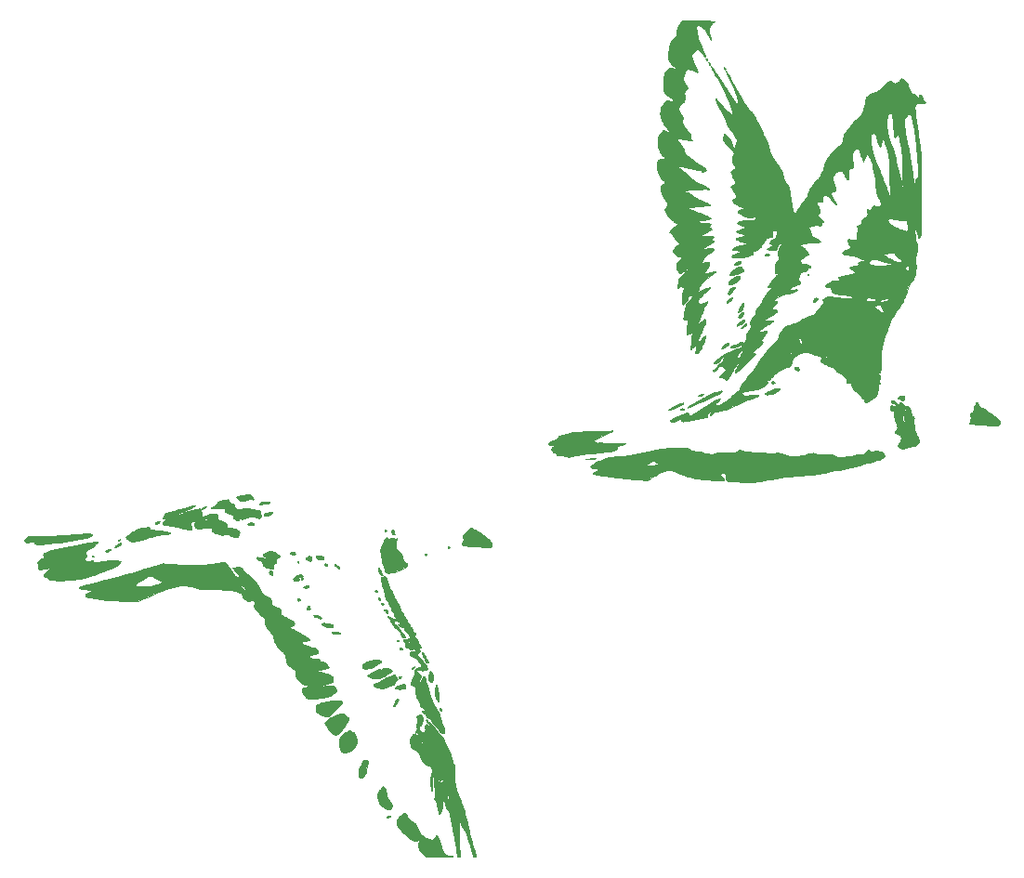
<source format=gbo>
G04 #@! TF.GenerationSoftware,KiCad,Pcbnew,(5.99.0-10431-gb63c482347)*
G04 #@! TF.CreationDate,2021-04-29T14:51:20-07:00*
G04 #@! TF.ProjectId,back-plate,6261636b-2d70-46c6-9174-652e6b696361,rev?*
G04 #@! TF.SameCoordinates,Original*
G04 #@! TF.FileFunction,Legend,Bot*
G04 #@! TF.FilePolarity,Positive*
%FSLAX46Y46*%
G04 Gerber Fmt 4.6, Leading zero omitted, Abs format (unit mm)*
G04 Created by KiCad (PCBNEW (5.99.0-10431-gb63c482347)) date 2021-04-29 14:51:20*
%MOMM*%
%LPD*%
G01*
G04 APERTURE LIST*
%ADD10C,0.010000*%
%ADD11C,2.200000*%
G04 APERTURE END LIST*
D10*
X103925858Y-110044368D02*
X104052030Y-110207768D01*
X104052030Y-110207768D02*
X104163587Y-110357311D01*
X104163587Y-110357311D02*
X104258312Y-110489742D01*
X104258312Y-110489742D02*
X104333983Y-110601807D01*
X104333983Y-110601807D02*
X104388380Y-110690253D01*
X104388380Y-110690253D02*
X104419284Y-110751824D01*
X104419284Y-110751824D02*
X104425750Y-110777075D01*
X104425750Y-110777075D02*
X104444659Y-110821612D01*
X104444659Y-110821612D02*
X104495007Y-110871174D01*
X104495007Y-110871174D02*
X104567226Y-110920279D01*
X104567226Y-110920279D02*
X104651744Y-110963446D01*
X104651744Y-110963446D02*
X104738994Y-110995192D01*
X104738994Y-110995192D02*
X104819404Y-111010035D01*
X104819404Y-111010035D02*
X104833208Y-111010493D01*
X104833208Y-111010493D02*
X104885491Y-111007352D01*
X104885491Y-111007352D02*
X104907867Y-110991983D01*
X104907867Y-110991983D02*
X104912583Y-110956305D01*
X104912583Y-110956305D02*
X104900518Y-110903423D01*
X104900518Y-110903423D02*
X104863139Y-110833660D01*
X104863139Y-110833660D02*
X104798669Y-110744597D01*
X104798669Y-110744597D02*
X104705332Y-110633816D01*
X104705332Y-110633816D02*
X104581351Y-110498895D01*
X104581351Y-110498895D02*
X104560629Y-110477085D01*
X104560629Y-110477085D02*
X104451727Y-110358902D01*
X104451727Y-110358902D02*
X104374767Y-110266359D01*
X104374767Y-110266359D02*
X104329880Y-110199714D01*
X104329880Y-110199714D02*
X104317198Y-110159227D01*
X104317198Y-110159227D02*
X104336852Y-110145158D01*
X104336852Y-110145158D02*
X104388974Y-110157764D01*
X104388974Y-110157764D02*
X104401151Y-110162611D01*
X104401151Y-110162611D02*
X104440500Y-110174459D01*
X104440500Y-110174459D02*
X104481246Y-110172882D01*
X104481246Y-110172882D02*
X104536907Y-110155830D01*
X104536907Y-110155830D02*
X104591691Y-110133710D01*
X104591691Y-110133710D02*
X104668685Y-110105125D01*
X104668685Y-110105125D02*
X104739059Y-110085439D01*
X104739059Y-110085439D02*
X104781103Y-110079366D01*
X104781103Y-110079366D02*
X104897256Y-110096106D01*
X104897256Y-110096106D02*
X105016795Y-110141641D01*
X105016795Y-110141641D02*
X105127547Y-110208942D01*
X105127547Y-110208942D02*
X105217338Y-110290980D01*
X105217338Y-110290980D02*
X105263585Y-110357922D01*
X105263585Y-110357922D02*
X105320244Y-110443477D01*
X105320244Y-110443477D02*
X105408628Y-110540950D01*
X105408628Y-110540950D02*
X105531030Y-110652663D01*
X105531030Y-110652663D02*
X105653416Y-110752612D01*
X105653416Y-110752612D02*
X105776471Y-110855630D01*
X105776471Y-110855630D02*
X105916316Y-110982970D01*
X105916316Y-110982970D02*
X106063820Y-111125485D01*
X106063820Y-111125485D02*
X106209854Y-111274027D01*
X106209854Y-111274027D02*
X106345287Y-111419448D01*
X106345287Y-111419448D02*
X106460988Y-111552601D01*
X106460988Y-111552601D02*
X106500083Y-111600865D01*
X106500083Y-111600865D02*
X106601967Y-111733750D01*
X106601967Y-111733750D02*
X106678234Y-111842879D01*
X106678234Y-111842879D02*
X106732684Y-111934936D01*
X106732684Y-111934936D02*
X106769118Y-112016605D01*
X106769118Y-112016605D02*
X106791338Y-112094571D01*
X106791338Y-112094571D02*
X106796435Y-112122063D01*
X106796435Y-112122063D02*
X106828991Y-112241456D01*
X106828991Y-112241456D02*
X106888162Y-112352902D01*
X106888162Y-112352902D02*
X106976902Y-112459313D01*
X106976902Y-112459313D02*
X107098171Y-112563595D01*
X107098171Y-112563595D02*
X107254926Y-112668659D01*
X107254926Y-112668659D02*
X107450123Y-112777412D01*
X107450123Y-112777412D02*
X107476533Y-112790982D01*
X107476533Y-112790982D02*
X107597399Y-112854016D01*
X107597399Y-112854016D02*
X107685203Y-112905557D01*
X107685203Y-112905557D02*
X107745204Y-112952095D01*
X107745204Y-112952095D02*
X107782663Y-113000121D01*
X107782663Y-113000121D02*
X107802842Y-113056124D01*
X107802842Y-113056124D02*
X107811001Y-113126596D01*
X107811001Y-113126596D02*
X107812416Y-113205355D01*
X107812416Y-113205355D02*
X107816545Y-113320588D01*
X107816545Y-113320588D02*
X107831617Y-113405776D01*
X107831617Y-113405776D02*
X107861664Y-113472641D01*
X107861664Y-113472641D02*
X107910716Y-113532903D01*
X107910716Y-113532903D02*
X107932235Y-113553780D01*
X107932235Y-113553780D02*
X107994906Y-113600346D01*
X107994906Y-113600346D02*
X108090045Y-113655706D01*
X108090045Y-113655706D02*
X108209777Y-113715821D01*
X108209777Y-113715821D02*
X108346230Y-113776652D01*
X108346230Y-113776652D02*
X108443022Y-113815774D01*
X108443022Y-113815774D02*
X108525338Y-113851346D01*
X108525338Y-113851346D02*
X108598283Y-113889289D01*
X108598283Y-113889289D02*
X108647256Y-113921935D01*
X108647256Y-113921935D02*
X108650296Y-113924635D01*
X108650296Y-113924635D02*
X108677380Y-113952742D01*
X108677380Y-113952742D02*
X108691903Y-113981839D01*
X108691903Y-113981839D02*
X108696160Y-114023975D01*
X108696160Y-114023975D02*
X108692448Y-114091201D01*
X108692448Y-114091201D02*
X108689166Y-114128696D01*
X108689166Y-114128696D02*
X108684500Y-114231035D01*
X108684500Y-114231035D02*
X108695364Y-114310199D01*
X108695364Y-114310199D02*
X108726969Y-114378413D01*
X108726969Y-114378413D02*
X108784528Y-114447901D01*
X108784528Y-114447901D02*
X108852931Y-114512773D01*
X108852931Y-114512773D02*
X108916396Y-114562466D01*
X108916396Y-114562466D02*
X109005572Y-114619711D01*
X109005572Y-114619711D02*
X109124346Y-114686758D01*
X109124346Y-114686758D02*
X109276605Y-114765861D01*
X109276605Y-114765861D02*
X109370685Y-114812694D01*
X109370685Y-114812694D02*
X109539708Y-114897965D01*
X109539708Y-114897965D02*
X109672957Y-114970509D01*
X109672957Y-114970509D02*
X109774044Y-115033113D01*
X109774044Y-115033113D02*
X109846583Y-115088565D01*
X109846583Y-115088565D02*
X109894189Y-115139651D01*
X109894189Y-115139651D02*
X109920474Y-115189158D01*
X109920474Y-115189158D02*
X109929052Y-115239874D01*
X109929052Y-115239874D02*
X109929083Y-115243357D01*
X109929083Y-115243357D02*
X109910074Y-115315676D01*
X109910074Y-115315676D02*
X109859767Y-115388162D01*
X109859767Y-115388162D02*
X109788245Y-115452046D01*
X109788245Y-115452046D02*
X109705589Y-115498558D01*
X109705589Y-115498558D02*
X109621881Y-115518928D01*
X109621881Y-115518928D02*
X109611970Y-115519200D01*
X109611970Y-115519200D02*
X109554761Y-115531712D01*
X109554761Y-115531712D02*
X109532620Y-115564950D01*
X109532620Y-115564950D02*
X109548521Y-115612466D01*
X109548521Y-115612466D02*
X109561391Y-115628807D01*
X109561391Y-115628807D02*
X109598281Y-115657745D01*
X109598281Y-115657745D02*
X109662496Y-115696502D01*
X109662496Y-115696502D02*
X109742423Y-115738280D01*
X109742423Y-115738280D02*
X109774174Y-115753382D01*
X109774174Y-115753382D02*
X109849486Y-115791318D01*
X109849486Y-115791318D02*
X109950657Y-115846746D01*
X109950657Y-115846746D02*
X110068021Y-115914136D01*
X110068021Y-115914136D02*
X110191912Y-115987957D01*
X110191912Y-115987957D02*
X110292757Y-116050138D01*
X110292757Y-116050138D02*
X110419870Y-116128551D01*
X110419870Y-116128551D02*
X110553274Y-116208540D01*
X110553274Y-116208540D02*
X110681776Y-116283550D01*
X110681776Y-116283550D02*
X110794180Y-116347023D01*
X110794180Y-116347023D02*
X110860416Y-116382708D01*
X110860416Y-116382708D02*
X110996226Y-116454962D01*
X110996226Y-116454962D02*
X111098801Y-116513398D01*
X111098801Y-116513398D02*
X111173461Y-116561685D01*
X111173461Y-116561685D02*
X111225526Y-116603491D01*
X111225526Y-116603491D02*
X111260314Y-116642483D01*
X111260314Y-116642483D02*
X111277266Y-116670127D01*
X111277266Y-116670127D02*
X111297367Y-116715244D01*
X111297367Y-116715244D02*
X111293555Y-116742794D01*
X111293555Y-116742794D02*
X111263137Y-116771841D01*
X111263137Y-116771841D02*
X111262865Y-116772061D01*
X111262865Y-116772061D02*
X111208749Y-116798642D01*
X111208749Y-116798642D02*
X111142792Y-116810340D01*
X111142792Y-116810340D02*
X111139971Y-116810366D01*
X111139971Y-116810366D02*
X111060662Y-116817636D01*
X111060662Y-116817636D02*
X110965436Y-116837261D01*
X110965436Y-116837261D02*
X110863527Y-116865965D01*
X110863527Y-116865965D02*
X110764171Y-116900470D01*
X110764171Y-116900470D02*
X110676601Y-116937500D01*
X110676601Y-116937500D02*
X110610052Y-116973777D01*
X110610052Y-116973777D02*
X110573759Y-117006024D01*
X110573759Y-117006024D02*
X110570712Y-117012374D01*
X110570712Y-117012374D02*
X110584794Y-117035501D01*
X110584794Y-117035501D02*
X110636699Y-117068352D01*
X110636699Y-117068352D02*
X110723414Y-117109486D01*
X110723414Y-117109486D02*
X110841928Y-117157460D01*
X110841928Y-117157460D02*
X110975416Y-117206036D01*
X110975416Y-117206036D02*
X111088626Y-117247778D01*
X111088626Y-117247778D02*
X111210445Y-117296312D01*
X111210445Y-117296312D02*
X111320473Y-117343400D01*
X111320473Y-117343400D02*
X111356416Y-117359892D01*
X111356416Y-117359892D02*
X111481832Y-117412275D01*
X111481832Y-117412275D02*
X111593134Y-117442320D01*
X111593134Y-117442320D02*
X111671764Y-117452852D01*
X111671764Y-117452852D02*
X111819640Y-117480100D01*
X111819640Y-117480100D02*
X111937054Y-117532875D01*
X111937054Y-117532875D02*
X112022144Y-117609552D01*
X112022144Y-117609552D02*
X112073044Y-117708510D01*
X112073044Y-117708510D02*
X112088083Y-117815223D01*
X112088083Y-117815223D02*
X112081444Y-117893335D01*
X112081444Y-117893335D02*
X112057438Y-117950710D01*
X112057438Y-117950710D02*
X112009932Y-117992597D01*
X112009932Y-117992597D02*
X111932791Y-118024242D01*
X111932791Y-118024242D02*
X111819883Y-118050896D01*
X111819883Y-118050896D02*
X111810530Y-118052701D01*
X111810530Y-118052701D02*
X111644152Y-118085471D01*
X111644152Y-118085471D02*
X111515788Y-118113689D01*
X111515788Y-118113689D02*
X111421604Y-118139192D01*
X111421604Y-118139192D02*
X111357767Y-118163816D01*
X111357767Y-118163816D02*
X111320443Y-118189400D01*
X111320443Y-118189400D02*
X111305798Y-118217780D01*
X111305798Y-118217780D02*
X111309997Y-118250794D01*
X111309997Y-118250794D02*
X111326083Y-118284867D01*
X111326083Y-118284867D02*
X111359341Y-118335675D01*
X111359341Y-118335675D02*
X111397755Y-118373107D01*
X111397755Y-118373107D02*
X111448623Y-118399798D01*
X111448623Y-118399798D02*
X111519244Y-118418383D01*
X111519244Y-118418383D02*
X111616917Y-118431495D01*
X111616917Y-118431495D02*
X111748941Y-118441770D01*
X111748941Y-118441770D02*
X111763324Y-118442681D01*
X111763324Y-118442681D02*
X111874881Y-118450293D01*
X111874881Y-118450293D02*
X111975064Y-118458301D01*
X111975064Y-118458301D02*
X112054335Y-118465861D01*
X112054335Y-118465861D02*
X112103154Y-118472126D01*
X112103154Y-118472126D02*
X112109250Y-118473336D01*
X112109250Y-118473336D02*
X112164546Y-118497444D01*
X112164546Y-118497444D02*
X112216286Y-118537246D01*
X112216286Y-118537246D02*
X112250746Y-118580677D01*
X112250746Y-118580677D02*
X112257416Y-118603601D01*
X112257416Y-118603601D02*
X112271372Y-118637298D01*
X112271372Y-118637298D02*
X112305372Y-118680494D01*
X112305372Y-118680494D02*
X112309371Y-118684578D01*
X112309371Y-118684578D02*
X112344682Y-118713680D01*
X112344682Y-118713680D02*
X112385850Y-118729472D01*
X112385850Y-118729472D02*
X112446786Y-118735752D01*
X112446786Y-118735752D02*
X112499810Y-118736533D01*
X112499810Y-118736533D02*
X112577440Y-118738357D01*
X112577440Y-118738357D02*
X112629351Y-118747700D01*
X112629351Y-118747700D02*
X112672122Y-118770367D01*
X112672122Y-118770367D02*
X112722333Y-118812164D01*
X112722333Y-118812164D02*
X112726502Y-118815908D01*
X112726502Y-118815908D02*
X112772330Y-118861331D01*
X112772330Y-118861331D02*
X112829598Y-118924047D01*
X112829598Y-118924047D02*
X112891842Y-118996185D01*
X112891842Y-118996185D02*
X112952599Y-119069875D01*
X112952599Y-119069875D02*
X113005406Y-119137245D01*
X113005406Y-119137245D02*
X113043798Y-119190424D01*
X113043798Y-119190424D02*
X113061313Y-119221542D01*
X113061313Y-119221542D02*
X113061750Y-119224149D01*
X113061750Y-119224149D02*
X113043596Y-119246801D01*
X113043596Y-119246801D02*
X112995651Y-119279116D01*
X112995651Y-119279116D02*
X112927688Y-119315698D01*
X112927688Y-119315698D02*
X112849479Y-119351153D01*
X112849479Y-119351153D02*
X112792068Y-119373036D01*
X112792068Y-119373036D02*
X112727220Y-119391673D01*
X112727220Y-119391673D02*
X112633234Y-119413826D01*
X112633234Y-119413826D02*
X112522827Y-119436689D01*
X112522827Y-119436689D02*
X112411428Y-119457000D01*
X112411428Y-119457000D02*
X112271272Y-119483321D01*
X112271272Y-119483321D02*
X112158822Y-119509926D01*
X112158822Y-119509926D02*
X112078049Y-119535628D01*
X112078049Y-119535628D02*
X112032923Y-119559239D01*
X112032923Y-119559239D02*
X112024583Y-119572616D01*
X112024583Y-119572616D02*
X112044496Y-119593789D01*
X112044496Y-119593789D02*
X112099873Y-119618074D01*
X112099873Y-119618074D02*
X112184168Y-119643352D01*
X112184168Y-119643352D02*
X112290833Y-119667507D01*
X112290833Y-119667507D02*
X112353557Y-119679022D01*
X112353557Y-119679022D02*
X112608875Y-119735581D01*
X112608875Y-119735581D02*
X112870103Y-119820510D01*
X112870103Y-119820510D02*
X113146011Y-119936712D01*
X113146011Y-119936712D02*
X113180361Y-119952819D01*
X113180361Y-119952819D02*
X113288015Y-120005327D01*
X113288015Y-120005327D02*
X113363429Y-120048837D01*
X113363429Y-120048837D02*
X113413149Y-120091310D01*
X113413149Y-120091310D02*
X113443723Y-120140710D01*
X113443723Y-120140710D02*
X113461696Y-120205000D01*
X113461696Y-120205000D02*
X113473617Y-120292142D01*
X113473617Y-120292142D02*
X113475757Y-120312123D01*
X113475757Y-120312123D02*
X113477063Y-120430558D01*
X113477063Y-120430558D02*
X113451815Y-120519259D01*
X113451815Y-120519259D02*
X113398795Y-120582406D01*
X113398795Y-120582406D02*
X113396414Y-120584210D01*
X113396414Y-120584210D02*
X113358469Y-120603493D01*
X113358469Y-120603493D02*
X113287661Y-120631297D01*
X113287661Y-120631297D02*
X113191914Y-120664816D01*
X113191914Y-120664816D02*
X113079158Y-120701248D01*
X113079158Y-120701248D02*
X112984804Y-120729793D01*
X112984804Y-120729793D02*
X112858351Y-120768118D01*
X112858351Y-120768118D02*
X112737013Y-120807068D01*
X112737013Y-120807068D02*
X112630472Y-120843378D01*
X112630472Y-120843378D02*
X112548408Y-120873781D01*
X112548408Y-120873781D02*
X112511416Y-120889467D01*
X112511416Y-120889467D02*
X112395000Y-120944352D01*
X112395000Y-120944352D02*
X112479666Y-120961524D01*
X112479666Y-120961524D02*
X112530736Y-120966125D01*
X112530736Y-120966125D02*
X112614330Y-120967202D01*
X112614330Y-120967202D02*
X112720796Y-120964886D01*
X112720796Y-120964886D02*
X112840484Y-120959313D01*
X112840484Y-120959313D02*
X112895892Y-120955790D01*
X112895892Y-120955790D02*
X113024408Y-120948158D01*
X113024408Y-120948158D02*
X113151513Y-120942802D01*
X113151513Y-120942802D02*
X113265106Y-120940087D01*
X113265106Y-120940087D02*
X113353087Y-120940377D01*
X113353087Y-120940377D02*
X113376724Y-120941318D01*
X113376724Y-120941318D02*
X113460072Y-120948177D01*
X113460072Y-120948177D02*
X113515379Y-120960372D01*
X113515379Y-120960372D02*
X113556932Y-120982639D01*
X113556932Y-120982639D02*
X113591668Y-121012601D01*
X113591668Y-121012601D02*
X113666181Y-121094962D01*
X113666181Y-121094962D02*
X113727012Y-121183192D01*
X113727012Y-121183192D02*
X113767595Y-121266301D01*
X113767595Y-121266301D02*
X113781416Y-121330224D01*
X113781416Y-121330224D02*
X113773494Y-121383077D01*
X113773494Y-121383077D02*
X113746703Y-121436721D01*
X113746703Y-121436721D02*
X113696504Y-121496809D01*
X113696504Y-121496809D02*
X113618358Y-121568991D01*
X113618358Y-121568991D02*
X113534371Y-121637893D01*
X113534371Y-121637893D02*
X113350293Y-121766133D01*
X113350293Y-121766133D02*
X113157919Y-121861875D01*
X113157919Y-121861875D02*
X112945333Y-121931860D01*
X112945333Y-121931860D02*
X112793556Y-121966758D01*
X112793556Y-121966758D02*
X112617005Y-121998845D01*
X112617005Y-121998845D02*
X112422894Y-122027523D01*
X112422894Y-122027523D02*
X112218440Y-122052196D01*
X112218440Y-122052196D02*
X112010860Y-122072264D01*
X112010860Y-122072264D02*
X111807367Y-122087132D01*
X111807367Y-122087132D02*
X111615180Y-122096202D01*
X111615180Y-122096202D02*
X111441513Y-122098876D01*
X111441513Y-122098876D02*
X111293583Y-122094557D01*
X111293583Y-122094557D02*
X111178606Y-122082648D01*
X111178606Y-122082648D02*
X111161418Y-122079544D01*
X111161418Y-122079544D02*
X111085345Y-122057741D01*
X111085345Y-122057741D02*
X111018811Y-122021001D01*
X111018811Y-122021001D02*
X110954668Y-121963134D01*
X110954668Y-121963134D02*
X110885769Y-121877945D01*
X110885769Y-121877945D02*
X110822200Y-121785625D01*
X110822200Y-121785625D02*
X110727232Y-121624824D01*
X110727232Y-121624824D02*
X110665139Y-121481431D01*
X110665139Y-121481431D02*
X110636259Y-121357162D01*
X110636259Y-121357162D02*
X110640931Y-121253731D01*
X110640931Y-121253731D02*
X110679492Y-121172851D01*
X110679492Y-121172851D02*
X110697447Y-121153496D01*
X110697447Y-121153496D02*
X110742648Y-121125947D01*
X110742648Y-121125947D02*
X110819704Y-121094707D01*
X110819704Y-121094707D02*
X110918809Y-121063601D01*
X110918809Y-121063601D02*
X110948455Y-121055623D01*
X110948455Y-121055623D02*
X111042176Y-121030185D01*
X111042176Y-121030185D02*
X111125906Y-121005512D01*
X111125906Y-121005512D02*
X111187391Y-120985303D01*
X111187391Y-120985303D02*
X111206998Y-120977564D01*
X111206998Y-120977564D02*
X111253633Y-120948183D01*
X111253633Y-120948183D02*
X111259228Y-120922088D01*
X111259228Y-120922088D02*
X111225002Y-120900004D01*
X111225002Y-120900004D02*
X111152170Y-120882657D01*
X111152170Y-120882657D02*
X111041950Y-120870771D01*
X111041950Y-120870771D02*
X111026093Y-120869736D01*
X111026093Y-120869736D02*
X110918661Y-120857938D01*
X110918661Y-120857938D02*
X110822873Y-120834020D01*
X110822873Y-120834020D02*
X110731335Y-120793889D01*
X110731335Y-120793889D02*
X110636653Y-120733451D01*
X110636653Y-120733451D02*
X110531433Y-120648613D01*
X110531433Y-120648613D02*
X110408282Y-120535280D01*
X110408282Y-120535280D02*
X110389698Y-120517398D01*
X110389698Y-120517398D02*
X110304305Y-120432049D01*
X110304305Y-120432049D02*
X110226855Y-120349389D01*
X110226855Y-120349389D02*
X110164183Y-120277097D01*
X110164183Y-120277097D02*
X110123125Y-120222850D01*
X110123125Y-120222850D02*
X110114462Y-120208272D01*
X110114462Y-120208272D02*
X110095130Y-120162205D01*
X110095130Y-120162205D02*
X110080783Y-120105457D01*
X110080783Y-120105457D02*
X110070096Y-120029438D01*
X110070096Y-120029438D02*
X110061742Y-119925557D01*
X110061742Y-119925557D02*
X110056686Y-119833974D01*
X110056686Y-119833974D02*
X110048784Y-119702720D01*
X110048784Y-119702720D02*
X110039337Y-119607458D01*
X110039337Y-119607458D02*
X110027429Y-119541852D01*
X110027429Y-119541852D02*
X110012146Y-119499564D01*
X110012146Y-119499564D02*
X110007155Y-119491067D01*
X110007155Y-119491067D02*
X109972343Y-119455253D01*
X109972343Y-119455253D02*
X109911690Y-119408610D01*
X109911690Y-119408610D02*
X109836874Y-119359917D01*
X109836874Y-119359917D02*
X109818158Y-119348931D01*
X109818158Y-119348931D02*
X109648645Y-119246881D01*
X109648645Y-119246881D02*
X109513851Y-119152676D01*
X109513851Y-119152676D02*
X109408766Y-119059544D01*
X109408766Y-119059544D02*
X109328380Y-118960715D01*
X109328380Y-118960715D02*
X109267682Y-118849418D01*
X109267682Y-118849418D02*
X109221661Y-118718882D01*
X109221661Y-118718882D02*
X109185307Y-118562337D01*
X109185307Y-118562337D02*
X109169149Y-118471950D01*
X109169149Y-118471950D02*
X109139520Y-118309873D01*
X109139520Y-118309873D02*
X109110106Y-118184078D01*
X109110106Y-118184078D02*
X109079093Y-118088563D01*
X109079093Y-118088563D02*
X109044666Y-118017326D01*
X109044666Y-118017326D02*
X109021433Y-117983508D01*
X109021433Y-117983508D02*
X108991375Y-117951891D01*
X108991375Y-117951891D02*
X108935673Y-117899244D01*
X108935673Y-117899244D02*
X108861104Y-117831758D01*
X108861104Y-117831758D02*
X108774447Y-117755622D01*
X108774447Y-117755622D02*
X108729938Y-117717300D01*
X108729938Y-117717300D02*
X108634991Y-117633579D01*
X108634991Y-117633579D02*
X108544693Y-117549412D01*
X108544693Y-117549412D02*
X108467365Y-117472867D01*
X108467365Y-117472867D02*
X108411326Y-117412013D01*
X108411326Y-117412013D02*
X108397387Y-117394739D01*
X108397387Y-117394739D02*
X108317518Y-117276254D01*
X108317518Y-117276254D02*
X108241621Y-117140064D01*
X108241621Y-117140064D02*
X108173429Y-116995336D01*
X108173429Y-116995336D02*
X108116676Y-116851237D01*
X108116676Y-116851237D02*
X108075096Y-116716931D01*
X108075096Y-116716931D02*
X108052423Y-116601587D01*
X108052423Y-116601587D02*
X108049602Y-116540924D01*
X108049602Y-116540924D02*
X108050093Y-116500517D01*
X108050093Y-116500517D02*
X108045987Y-116462862D01*
X108045987Y-116462862D02*
X108034560Y-116423577D01*
X108034560Y-116423577D02*
X108013086Y-116378278D01*
X108013086Y-116378278D02*
X107978841Y-116322584D01*
X107978841Y-116322584D02*
X107929100Y-116252111D01*
X107929100Y-116252111D02*
X107861140Y-116162477D01*
X107861140Y-116162477D02*
X107772235Y-116049298D01*
X107772235Y-116049298D02*
X107659660Y-115908192D01*
X107659660Y-115908192D02*
X107644461Y-115889212D01*
X107644461Y-115889212D02*
X107524816Y-115738899D01*
X107524816Y-115738899D02*
X107429673Y-115615574D01*
X107429673Y-115615574D02*
X107356582Y-115513580D01*
X107356582Y-115513580D02*
X107303096Y-115427259D01*
X107303096Y-115427259D02*
X107266766Y-115350954D01*
X107266766Y-115350954D02*
X107245142Y-115279006D01*
X107245142Y-115279006D02*
X107235775Y-115205758D01*
X107235775Y-115205758D02*
X107236218Y-115125552D01*
X107236218Y-115125552D02*
X107244022Y-115032731D01*
X107244022Y-115032731D02*
X107250117Y-114978107D01*
X107250117Y-114978107D02*
X107267428Y-114828598D01*
X107267428Y-114828598D02*
X107131274Y-114720257D01*
X107131274Y-114720257D02*
X107057159Y-114655728D01*
X107057159Y-114655728D02*
X106966410Y-114568017D01*
X106966410Y-114568017D02*
X106864170Y-114462961D01*
X106864170Y-114462961D02*
X106755583Y-114346395D01*
X106755583Y-114346395D02*
X106645794Y-114224155D01*
X106645794Y-114224155D02*
X106539947Y-114102078D01*
X106539947Y-114102078D02*
X106443184Y-113986001D01*
X106443184Y-113986001D02*
X106360651Y-113881758D01*
X106360651Y-113881758D02*
X106297491Y-113795186D01*
X106297491Y-113795186D02*
X106258849Y-113732122D01*
X106258849Y-113732122D02*
X106257001Y-113728333D01*
X106257001Y-113728333D02*
X106237285Y-113666731D01*
X106237285Y-113666731D02*
X106245186Y-113610487D01*
X106245186Y-113610487D02*
X106283589Y-113546582D01*
X106283589Y-113546582D02*
X106302602Y-113522617D01*
X106302602Y-113522617D02*
X106338063Y-113470117D01*
X106338063Y-113470117D02*
X106349594Y-113421013D01*
X106349594Y-113421013D02*
X106335028Y-113367901D01*
X106335028Y-113367901D02*
X106292197Y-113303381D01*
X106292197Y-113303381D02*
X106218934Y-113220050D01*
X106218934Y-113220050D02*
X106211769Y-113212430D01*
X106211769Y-113212430D02*
X106148627Y-113148429D01*
X106148627Y-113148429D02*
X106093871Y-113098266D01*
X106093871Y-113098266D02*
X106055261Y-113068788D01*
X106055261Y-113068788D02*
X106043433Y-113063866D01*
X106043433Y-113063866D02*
X106014809Y-113079245D01*
X106014809Y-113079245D02*
X105973108Y-113118464D01*
X105973108Y-113118464D02*
X105948256Y-113147224D01*
X105948256Y-113147224D02*
X105902801Y-113198346D01*
X105902801Y-113198346D02*
X105862597Y-113234540D01*
X105862597Y-113234540D02*
X105847934Y-113243374D01*
X105847934Y-113243374D02*
X105808881Y-113240862D01*
X105808881Y-113240862D02*
X105744565Y-113218504D01*
X105744565Y-113218504D02*
X105664271Y-113180921D01*
X105664271Y-113180921D02*
X105577283Y-113132735D01*
X105577283Y-113132735D02*
X105492885Y-113078565D01*
X105492885Y-113078565D02*
X105443465Y-113042061D01*
X105443465Y-113042061D02*
X105325715Y-112923213D01*
X105325715Y-112923213D02*
X105235444Y-112773828D01*
X105235444Y-112773828D02*
X105196284Y-112675881D01*
X105196284Y-112675881D02*
X105146062Y-112578081D01*
X105146062Y-112578081D02*
X105065174Y-112493784D01*
X105065174Y-112493784D02*
X104950803Y-112421191D01*
X104950803Y-112421191D02*
X104800133Y-112358502D01*
X104800133Y-112358502D02*
X104616250Y-112305360D01*
X104616250Y-112305360D02*
X104506856Y-112280218D01*
X104506856Y-112280218D02*
X104393471Y-112257899D01*
X104393471Y-112257899D02*
X104272605Y-112238147D01*
X104272605Y-112238147D02*
X104140768Y-112220705D01*
X104140768Y-112220705D02*
X103994469Y-112205319D01*
X103994469Y-112205319D02*
X103830219Y-112191731D01*
X103830219Y-112191731D02*
X103644527Y-112179686D01*
X103644527Y-112179686D02*
X103433904Y-112168927D01*
X103433904Y-112168927D02*
X103194860Y-112159199D01*
X103194860Y-112159199D02*
X102923905Y-112150245D01*
X102923905Y-112150245D02*
X102617548Y-112141809D01*
X102617548Y-112141809D02*
X102277333Y-112133748D01*
X102277333Y-112133748D02*
X102047269Y-112128533D01*
X102047269Y-112128533D02*
X101854197Y-112123596D01*
X101854197Y-112123596D02*
X101692786Y-112118288D01*
X101692786Y-112118288D02*
X101557702Y-112111957D01*
X101557702Y-112111957D02*
X101443616Y-112103955D01*
X101443616Y-112103955D02*
X101345195Y-112093631D01*
X101345195Y-112093631D02*
X101257108Y-112080336D01*
X101257108Y-112080336D02*
X101174023Y-112063419D01*
X101174023Y-112063419D02*
X101090609Y-112042230D01*
X101090609Y-112042230D02*
X101001535Y-112016121D01*
X101001535Y-112016121D02*
X100901468Y-111984439D01*
X100901468Y-111984439D02*
X100811002Y-111955001D01*
X100811002Y-111955001D02*
X100559552Y-111878660D01*
X100559552Y-111878660D02*
X100335637Y-111823550D01*
X100335637Y-111823550D02*
X100131122Y-111788105D01*
X100131122Y-111788105D02*
X99937874Y-111770754D01*
X99937874Y-111770754D02*
X99843166Y-111768375D01*
X99843166Y-111768375D02*
X99718252Y-111770668D01*
X99718252Y-111770668D02*
X99597239Y-111779555D01*
X99597239Y-111779555D02*
X99472262Y-111796457D01*
X99472262Y-111796457D02*
X99335459Y-111822795D01*
X99335459Y-111822795D02*
X99178966Y-111859988D01*
X99178966Y-111859988D02*
X98994919Y-111909457D01*
X98994919Y-111909457D02*
X98878091Y-111942704D01*
X98878091Y-111942704D02*
X98518387Y-112050183D01*
X98518387Y-112050183D02*
X98181247Y-112158987D01*
X98181247Y-112158987D02*
X97858283Y-112272443D01*
X97858283Y-112272443D02*
X97541105Y-112393878D01*
X97541105Y-112393878D02*
X97221325Y-112526617D01*
X97221325Y-112526617D02*
X96890552Y-112673986D01*
X96890552Y-112673986D02*
X96540398Y-112839311D01*
X96540398Y-112839311D02*
X96225049Y-112994547D01*
X96225049Y-112994547D02*
X95697265Y-113258441D01*
X95697265Y-113258441D02*
X95039715Y-113234828D01*
X95039715Y-113234828D02*
X94323672Y-113201751D01*
X94323672Y-113201751D02*
X93616331Y-113154545D01*
X93616331Y-113154545D02*
X92926803Y-113093962D01*
X92926803Y-113093962D02*
X92264194Y-113020755D01*
X92264194Y-113020755D02*
X91934515Y-112978115D01*
X91934515Y-112978115D02*
X91697454Y-112945236D01*
X91697454Y-112945236D02*
X91499095Y-112916105D01*
X91499095Y-112916105D02*
X91336076Y-112889721D01*
X91336076Y-112889721D02*
X91205033Y-112865084D01*
X91205033Y-112865084D02*
X91102601Y-112841193D01*
X91102601Y-112841193D02*
X91025419Y-112817048D01*
X91025419Y-112817048D02*
X90970122Y-112791647D01*
X90970122Y-112791647D02*
X90933347Y-112763991D01*
X90933347Y-112763991D02*
X90911730Y-112733078D01*
X90911730Y-112733078D02*
X90901908Y-112697909D01*
X90901908Y-112697909D02*
X90900250Y-112670444D01*
X90900250Y-112670444D02*
X90903490Y-112634901D01*
X90903490Y-112634901D02*
X90916653Y-112603770D01*
X90916653Y-112603770D02*
X90944898Y-112573163D01*
X90944898Y-112573163D02*
X90993384Y-112539193D01*
X90993384Y-112539193D02*
X91067273Y-112497973D01*
X91067273Y-112497973D02*
X91171723Y-112445615D01*
X91171723Y-112445615D02*
X91246933Y-112409288D01*
X91246933Y-112409288D02*
X91336348Y-112364313D01*
X91336348Y-112364313D02*
X91405525Y-112325387D01*
X91405525Y-112325387D02*
X91448313Y-112296248D01*
X91448313Y-112296248D02*
X91458600Y-112280675D01*
X91458600Y-112280675D02*
X91422670Y-112262368D01*
X91422670Y-112262368D02*
X91351358Y-112239701D01*
X91351358Y-112239701D02*
X91251231Y-112214012D01*
X91251231Y-112214012D02*
X91128857Y-112186635D01*
X91128857Y-112186635D02*
X90990803Y-112158907D01*
X90990803Y-112158907D02*
X90843635Y-112132163D01*
X90843635Y-112132163D02*
X90693920Y-112107740D01*
X90693920Y-112107740D02*
X90548226Y-112086972D01*
X90548226Y-112086972D02*
X90445433Y-112074587D01*
X90445433Y-112074587D02*
X90352584Y-112059522D01*
X90352584Y-112059522D02*
X90300863Y-112037893D01*
X90300863Y-112037893D02*
X90289327Y-112007819D01*
X90289327Y-112007819D02*
X90317031Y-111967420D01*
X90317031Y-111967420D02*
X90369870Y-111924178D01*
X90369870Y-111924178D02*
X90420431Y-111893104D01*
X90420431Y-111893104D02*
X90489924Y-111860219D01*
X90489924Y-111860219D02*
X90581213Y-111824649D01*
X90581213Y-111824649D02*
X90697160Y-111785518D01*
X90697160Y-111785518D02*
X90729448Y-111775713D01*
X90729448Y-111775713D02*
X95435868Y-111775713D01*
X95435868Y-111775713D02*
X95437881Y-111799041D01*
X95437881Y-111799041D02*
X95460689Y-111816394D01*
X95460689Y-111816394D02*
X95509586Y-111830006D01*
X95509586Y-111830006D02*
X95589866Y-111842114D01*
X95589866Y-111842114D02*
X95706824Y-111854950D01*
X95706824Y-111854950D02*
X95713344Y-111855612D01*
X95713344Y-111855612D02*
X96051348Y-111879887D01*
X96051348Y-111879887D02*
X96367601Y-111882432D01*
X96367601Y-111882432D02*
X96657589Y-111863422D01*
X96657589Y-111863422D02*
X96916792Y-111823030D01*
X96916792Y-111823030D02*
X96988493Y-111806616D01*
X96988493Y-111806616D02*
X97175388Y-111757390D01*
X97175388Y-111757390D02*
X97352123Y-111705419D01*
X97352123Y-111705419D02*
X97399063Y-111690060D01*
X97399063Y-111690060D02*
X104973330Y-111690060D01*
X104973330Y-111690060D02*
X104996187Y-111732815D01*
X104996187Y-111732815D02*
X105037378Y-111792275D01*
X105037378Y-111792275D02*
X105091509Y-111861428D01*
X105091509Y-111861428D02*
X105153188Y-111933263D01*
X105153188Y-111933263D02*
X105217021Y-112000769D01*
X105217021Y-112000769D02*
X105257527Y-112039380D01*
X105257527Y-112039380D02*
X105344679Y-112113694D01*
X105344679Y-112113694D02*
X105420037Y-112169615D01*
X105420037Y-112169615D02*
X105479647Y-112205209D01*
X105479647Y-112205209D02*
X105519551Y-112218543D01*
X105519551Y-112218543D02*
X105535796Y-112207681D01*
X105535796Y-112207681D02*
X105524425Y-112170692D01*
X105524425Y-112170692D02*
X105523837Y-112169575D01*
X105523837Y-112169575D02*
X105487903Y-112116804D01*
X105487903Y-112116804D02*
X105430768Y-112049951D01*
X105430768Y-112049951D02*
X105358793Y-111974785D01*
X105358793Y-111974785D02*
X105278341Y-111897079D01*
X105278341Y-111897079D02*
X105195774Y-111822604D01*
X105195774Y-111822604D02*
X105117455Y-111757130D01*
X105117455Y-111757130D02*
X105049746Y-111706428D01*
X105049746Y-111706428D02*
X104999010Y-111676269D01*
X104999010Y-111676269D02*
X104974199Y-111671022D01*
X104974199Y-111671022D02*
X104973330Y-111690060D01*
X104973330Y-111690060D02*
X97399063Y-111690060D01*
X97399063Y-111690060D02*
X97513513Y-111652612D01*
X97513513Y-111652612D02*
X97654374Y-111600877D01*
X97654374Y-111600877D02*
X97769520Y-111552120D01*
X97769520Y-111552120D02*
X97853766Y-111508251D01*
X97853766Y-111508251D02*
X97901926Y-111471176D01*
X97901926Y-111471176D02*
X97902715Y-111470242D01*
X97902715Y-111470242D02*
X97915410Y-111446604D01*
X97915410Y-111446604D02*
X97907078Y-111424634D01*
X97907078Y-111424634D02*
X97872497Y-111400146D01*
X97872497Y-111400146D02*
X97806446Y-111368954D01*
X97806446Y-111368954D02*
X97744138Y-111343090D01*
X97744138Y-111343090D02*
X97597104Y-111277281D01*
X97597104Y-111277281D02*
X97420103Y-111186990D01*
X97420103Y-111186990D02*
X97216424Y-111073927D01*
X97216424Y-111073927D02*
X97128025Y-111022596D01*
X97128025Y-111022596D02*
X97006288Y-110957239D01*
X97006288Y-110957239D02*
X96904890Y-110919388D01*
X96904890Y-110919388D02*
X96813204Y-110907682D01*
X96813204Y-110907682D02*
X96720603Y-110920764D01*
X96720603Y-110920764D02*
X96616611Y-110957210D01*
X96616611Y-110957210D02*
X96492363Y-111014648D01*
X96492363Y-111014648D02*
X96354526Y-111087129D01*
X96354526Y-111087129D02*
X96208812Y-111170799D01*
X96208812Y-111170799D02*
X96060938Y-111261805D01*
X96060938Y-111261805D02*
X95916617Y-111356295D01*
X95916617Y-111356295D02*
X95781564Y-111450415D01*
X95781564Y-111450415D02*
X95661494Y-111540314D01*
X95661494Y-111540314D02*
X95562121Y-111622138D01*
X95562121Y-111622138D02*
X95489160Y-111692034D01*
X95489160Y-111692034D02*
X95449356Y-111744176D01*
X95449356Y-111744176D02*
X95435868Y-111775713D01*
X95435868Y-111775713D02*
X90729448Y-111775713D01*
X90729448Y-111775713D02*
X90840629Y-111741951D01*
X90840629Y-111741951D02*
X91014483Y-111693073D01*
X91014483Y-111693073D02*
X91221584Y-111638009D01*
X91221584Y-111638009D02*
X91464797Y-111575884D01*
X91464797Y-111575884D02*
X91704583Y-111516250D01*
X91704583Y-111516250D02*
X91902374Y-111467295D01*
X91902374Y-111467295D02*
X92131190Y-111410252D01*
X92131190Y-111410252D02*
X92381068Y-111347629D01*
X92381068Y-111347629D02*
X92642048Y-111281934D01*
X92642048Y-111281934D02*
X92904166Y-111215676D01*
X92904166Y-111215676D02*
X93157463Y-111151363D01*
X93157463Y-111151363D02*
X93391975Y-111091504D01*
X93391975Y-111091504D02*
X93419083Y-111084559D01*
X93419083Y-111084559D02*
X93628369Y-111031140D01*
X93628369Y-111031140D02*
X93838869Y-110977821D01*
X93838869Y-110977821D02*
X94044116Y-110926212D01*
X94044116Y-110926212D02*
X94237645Y-110877923D01*
X94237645Y-110877923D02*
X94412987Y-110834564D01*
X94412987Y-110834564D02*
X94563677Y-110797745D01*
X94563677Y-110797745D02*
X94683248Y-110769076D01*
X94683248Y-110769076D02*
X94731416Y-110757823D01*
X94731416Y-110757823D02*
X94910130Y-110716147D01*
X94910130Y-110716147D02*
X95055995Y-110680653D01*
X95055995Y-110680653D02*
X95177591Y-110648821D01*
X95177591Y-110648821D02*
X95283499Y-110618130D01*
X95283499Y-110618130D02*
X95382299Y-110586059D01*
X95382299Y-110586059D02*
X95482572Y-110550087D01*
X95482572Y-110550087D02*
X95592898Y-110507695D01*
X95592898Y-110507695D02*
X95622239Y-110496121D01*
X95622239Y-110496121D02*
X95760652Y-110442476D01*
X95760652Y-110442476D02*
X95905657Y-110388724D01*
X95905657Y-110388724D02*
X96062319Y-110333162D01*
X96062319Y-110333162D02*
X96235703Y-110274088D01*
X96235703Y-110274088D02*
X96430873Y-110209798D01*
X96430873Y-110209798D02*
X96652894Y-110138590D01*
X96652894Y-110138590D02*
X96906830Y-110058761D01*
X96906830Y-110058761D02*
X97117700Y-109993311D01*
X97117700Y-109993311D02*
X97800067Y-109782433D01*
X97800067Y-109782433D02*
X98313617Y-109824899D01*
X98313617Y-109824899D02*
X98935923Y-109870234D01*
X98935923Y-109870234D02*
X99544176Y-109902376D01*
X99544176Y-109902376D02*
X100132385Y-109921153D01*
X100132385Y-109921153D02*
X100694560Y-109926396D01*
X100694560Y-109926396D02*
X101224710Y-109917936D01*
X101224710Y-109917936D02*
X101390271Y-109912161D01*
X101390271Y-109912161D02*
X101661356Y-109900109D01*
X101661356Y-109900109D02*
X101893600Y-109886956D01*
X101893600Y-109886956D02*
X102090490Y-109872307D01*
X102090490Y-109872307D02*
X102255512Y-109855767D01*
X102255512Y-109855767D02*
X102392153Y-109836938D01*
X102392153Y-109836938D02*
X102503900Y-109815426D01*
X102503900Y-109815426D02*
X102594238Y-109790833D01*
X102594238Y-109790833D02*
X102653279Y-109768745D01*
X102653279Y-109768745D02*
X102699838Y-109749447D01*
X102699838Y-109749447D02*
X102742458Y-109734933D01*
X102742458Y-109734933D02*
X102788307Y-109724386D01*
X102788307Y-109724386D02*
X102844553Y-109716988D01*
X102844553Y-109716988D02*
X102918363Y-109711922D01*
X102918363Y-109711922D02*
X103016904Y-109708372D01*
X103016904Y-109708372D02*
X103147344Y-109705521D01*
X103147344Y-109705521D02*
X103219250Y-109704232D01*
X103219250Y-109704232D02*
X103653166Y-109696677D01*
X103653166Y-109696677D02*
X103925858Y-110044368D01*
X103925858Y-110044368D02*
X103925858Y-110044368D01*
G36*
X91014483Y-111693073D02*
G01*
X91221584Y-111638009D01*
X91464797Y-111575884D01*
X91704583Y-111516250D01*
X91902374Y-111467295D01*
X92131190Y-111410252D01*
X92381068Y-111347629D01*
X92642048Y-111281934D01*
X92904166Y-111215676D01*
X93157463Y-111151363D01*
X93391975Y-111091504D01*
X93419083Y-111084559D01*
X93628369Y-111031140D01*
X93838869Y-110977821D01*
X94044116Y-110926212D01*
X94237645Y-110877923D01*
X94412987Y-110834564D01*
X94563677Y-110797745D01*
X94683248Y-110769076D01*
X94731416Y-110757823D01*
X94910130Y-110716147D01*
X95055995Y-110680653D01*
X95177591Y-110648821D01*
X95283499Y-110618130D01*
X95382299Y-110586059D01*
X95482572Y-110550087D01*
X95592898Y-110507695D01*
X95622239Y-110496121D01*
X95760652Y-110442476D01*
X95905657Y-110388724D01*
X96062319Y-110333162D01*
X96235703Y-110274088D01*
X96430873Y-110209798D01*
X96652894Y-110138590D01*
X96906830Y-110058761D01*
X97117700Y-109993311D01*
X97800067Y-109782433D01*
X98313617Y-109824899D01*
X98935923Y-109870234D01*
X99544176Y-109902376D01*
X100132385Y-109921153D01*
X100694560Y-109926396D01*
X101224710Y-109917936D01*
X101390271Y-109912161D01*
X101661356Y-109900109D01*
X101893600Y-109886956D01*
X102090490Y-109872307D01*
X102255512Y-109855767D01*
X102392153Y-109836938D01*
X102503900Y-109815426D01*
X102594238Y-109790833D01*
X102653279Y-109768745D01*
X102699838Y-109749447D01*
X102742458Y-109734933D01*
X102788307Y-109724386D01*
X102844553Y-109716988D01*
X102918363Y-109711922D01*
X103016904Y-109708372D01*
X103147344Y-109705521D01*
X103219250Y-109704232D01*
X103653166Y-109696677D01*
X103925858Y-110044368D01*
X104052030Y-110207768D01*
X104163587Y-110357311D01*
X104258312Y-110489742D01*
X104333983Y-110601807D01*
X104388380Y-110690253D01*
X104419284Y-110751824D01*
X104425750Y-110777075D01*
X104444659Y-110821612D01*
X104495007Y-110871174D01*
X104567226Y-110920279D01*
X104651744Y-110963446D01*
X104738994Y-110995192D01*
X104819404Y-111010035D01*
X104833208Y-111010493D01*
X104885491Y-111007352D01*
X104907867Y-110991983D01*
X104912583Y-110956305D01*
X104900518Y-110903423D01*
X104863139Y-110833660D01*
X104798669Y-110744597D01*
X104705332Y-110633816D01*
X104581351Y-110498895D01*
X104560629Y-110477085D01*
X104451727Y-110358902D01*
X104374767Y-110266359D01*
X104329880Y-110199714D01*
X104317198Y-110159227D01*
X104336852Y-110145158D01*
X104388974Y-110157764D01*
X104401151Y-110162611D01*
X104440500Y-110174459D01*
X104481246Y-110172882D01*
X104536907Y-110155830D01*
X104591691Y-110133710D01*
X104668685Y-110105125D01*
X104739059Y-110085439D01*
X104781103Y-110079366D01*
X104897256Y-110096106D01*
X105016795Y-110141641D01*
X105127547Y-110208942D01*
X105217338Y-110290980D01*
X105263585Y-110357922D01*
X105320244Y-110443477D01*
X105408628Y-110540950D01*
X105531030Y-110652663D01*
X105653416Y-110752612D01*
X105776471Y-110855630D01*
X105916316Y-110982970D01*
X106063820Y-111125485D01*
X106209854Y-111274027D01*
X106345287Y-111419448D01*
X106460988Y-111552601D01*
X106500083Y-111600865D01*
X106601967Y-111733750D01*
X106678234Y-111842879D01*
X106732684Y-111934936D01*
X106769118Y-112016605D01*
X106791338Y-112094571D01*
X106796435Y-112122063D01*
X106828991Y-112241456D01*
X106888162Y-112352902D01*
X106976902Y-112459313D01*
X107098171Y-112563595D01*
X107254926Y-112668659D01*
X107450123Y-112777412D01*
X107476533Y-112790982D01*
X107597399Y-112854016D01*
X107685203Y-112905557D01*
X107745204Y-112952095D01*
X107782663Y-113000121D01*
X107802842Y-113056124D01*
X107811001Y-113126596D01*
X107812416Y-113205355D01*
X107816545Y-113320588D01*
X107831617Y-113405776D01*
X107861664Y-113472641D01*
X107910716Y-113532903D01*
X107932235Y-113553780D01*
X107994906Y-113600346D01*
X108090045Y-113655706D01*
X108209777Y-113715821D01*
X108346230Y-113776652D01*
X108443022Y-113815774D01*
X108525338Y-113851346D01*
X108598283Y-113889289D01*
X108647256Y-113921935D01*
X108650296Y-113924635D01*
X108677380Y-113952742D01*
X108691903Y-113981839D01*
X108696160Y-114023975D01*
X108692448Y-114091201D01*
X108689166Y-114128696D01*
X108684500Y-114231035D01*
X108695364Y-114310199D01*
X108726969Y-114378413D01*
X108784528Y-114447901D01*
X108852931Y-114512773D01*
X108916396Y-114562466D01*
X109005572Y-114619711D01*
X109124346Y-114686758D01*
X109276605Y-114765861D01*
X109370685Y-114812694D01*
X109539708Y-114897965D01*
X109672957Y-114970509D01*
X109774044Y-115033113D01*
X109846583Y-115088565D01*
X109894189Y-115139651D01*
X109920474Y-115189158D01*
X109929052Y-115239874D01*
X109929083Y-115243357D01*
X109910074Y-115315676D01*
X109859767Y-115388162D01*
X109788245Y-115452046D01*
X109705589Y-115498558D01*
X109621881Y-115518928D01*
X109611970Y-115519200D01*
X109554761Y-115531712D01*
X109532620Y-115564950D01*
X109548521Y-115612466D01*
X109561391Y-115628807D01*
X109598281Y-115657745D01*
X109662496Y-115696502D01*
X109742423Y-115738280D01*
X109774174Y-115753382D01*
X109849486Y-115791318D01*
X109950657Y-115846746D01*
X110068021Y-115914136D01*
X110191912Y-115987957D01*
X110292757Y-116050138D01*
X110419870Y-116128551D01*
X110553274Y-116208540D01*
X110681776Y-116283550D01*
X110794180Y-116347023D01*
X110860416Y-116382708D01*
X110996226Y-116454962D01*
X111098801Y-116513398D01*
X111173461Y-116561685D01*
X111225526Y-116603491D01*
X111260314Y-116642483D01*
X111277266Y-116670127D01*
X111297367Y-116715244D01*
X111293555Y-116742794D01*
X111263137Y-116771841D01*
X111262865Y-116772061D01*
X111208749Y-116798642D01*
X111142792Y-116810340D01*
X111139971Y-116810366D01*
X111060662Y-116817636D01*
X110965436Y-116837261D01*
X110863527Y-116865965D01*
X110764171Y-116900470D01*
X110676601Y-116937500D01*
X110610052Y-116973777D01*
X110573759Y-117006024D01*
X110570712Y-117012374D01*
X110584794Y-117035501D01*
X110636699Y-117068352D01*
X110723414Y-117109486D01*
X110841928Y-117157460D01*
X110975416Y-117206036D01*
X111088626Y-117247778D01*
X111210445Y-117296312D01*
X111320473Y-117343400D01*
X111356416Y-117359892D01*
X111481832Y-117412275D01*
X111593134Y-117442320D01*
X111671764Y-117452852D01*
X111819640Y-117480100D01*
X111937054Y-117532875D01*
X112022144Y-117609552D01*
X112073044Y-117708510D01*
X112088083Y-117815223D01*
X112081444Y-117893335D01*
X112057438Y-117950710D01*
X112009932Y-117992597D01*
X111932791Y-118024242D01*
X111819883Y-118050896D01*
X111810530Y-118052701D01*
X111644152Y-118085471D01*
X111515788Y-118113689D01*
X111421604Y-118139192D01*
X111357767Y-118163816D01*
X111320443Y-118189400D01*
X111305798Y-118217780D01*
X111309997Y-118250794D01*
X111326083Y-118284867D01*
X111359341Y-118335675D01*
X111397755Y-118373107D01*
X111448623Y-118399798D01*
X111519244Y-118418383D01*
X111616917Y-118431495D01*
X111748941Y-118441770D01*
X111763324Y-118442681D01*
X111874881Y-118450293D01*
X111975064Y-118458301D01*
X112054335Y-118465861D01*
X112103154Y-118472126D01*
X112109250Y-118473336D01*
X112164546Y-118497444D01*
X112216286Y-118537246D01*
X112250746Y-118580677D01*
X112257416Y-118603601D01*
X112271372Y-118637298D01*
X112305372Y-118680494D01*
X112309371Y-118684578D01*
X112344682Y-118713680D01*
X112385850Y-118729472D01*
X112446786Y-118735752D01*
X112499810Y-118736533D01*
X112577440Y-118738357D01*
X112629351Y-118747700D01*
X112672122Y-118770367D01*
X112722333Y-118812164D01*
X112726502Y-118815908D01*
X112772330Y-118861331D01*
X112829598Y-118924047D01*
X112891842Y-118996185D01*
X112952599Y-119069875D01*
X113005406Y-119137245D01*
X113043798Y-119190424D01*
X113061313Y-119221542D01*
X113061750Y-119224149D01*
X113043596Y-119246801D01*
X112995651Y-119279116D01*
X112927688Y-119315698D01*
X112849479Y-119351153D01*
X112792068Y-119373036D01*
X112727220Y-119391673D01*
X112633234Y-119413826D01*
X112522827Y-119436689D01*
X112411428Y-119457000D01*
X112271272Y-119483321D01*
X112158822Y-119509926D01*
X112078049Y-119535628D01*
X112032923Y-119559239D01*
X112024583Y-119572616D01*
X112044496Y-119593789D01*
X112099873Y-119618074D01*
X112184168Y-119643352D01*
X112290833Y-119667507D01*
X112353557Y-119679022D01*
X112608875Y-119735581D01*
X112870103Y-119820510D01*
X113146011Y-119936712D01*
X113180361Y-119952819D01*
X113288015Y-120005327D01*
X113363429Y-120048837D01*
X113413149Y-120091310D01*
X113443723Y-120140710D01*
X113461696Y-120205000D01*
X113473617Y-120292142D01*
X113475757Y-120312123D01*
X113477063Y-120430558D01*
X113451815Y-120519259D01*
X113398795Y-120582406D01*
X113396414Y-120584210D01*
X113358469Y-120603493D01*
X113287661Y-120631297D01*
X113191914Y-120664816D01*
X113079158Y-120701248D01*
X112984804Y-120729793D01*
X112858351Y-120768118D01*
X112737013Y-120807068D01*
X112630472Y-120843378D01*
X112548408Y-120873781D01*
X112511416Y-120889467D01*
X112395000Y-120944352D01*
X112479666Y-120961524D01*
X112530736Y-120966125D01*
X112614330Y-120967202D01*
X112720796Y-120964886D01*
X112840484Y-120959313D01*
X112895892Y-120955790D01*
X113024408Y-120948158D01*
X113151513Y-120942802D01*
X113265106Y-120940087D01*
X113353087Y-120940377D01*
X113376724Y-120941318D01*
X113460072Y-120948177D01*
X113515379Y-120960372D01*
X113556932Y-120982639D01*
X113591668Y-121012601D01*
X113666181Y-121094962D01*
X113727012Y-121183192D01*
X113767595Y-121266301D01*
X113781416Y-121330224D01*
X113773494Y-121383077D01*
X113746703Y-121436721D01*
X113696504Y-121496809D01*
X113618358Y-121568991D01*
X113534371Y-121637893D01*
X113350293Y-121766133D01*
X113157919Y-121861875D01*
X112945333Y-121931860D01*
X112793556Y-121966758D01*
X112617005Y-121998845D01*
X112422894Y-122027523D01*
X112218440Y-122052196D01*
X112010860Y-122072264D01*
X111807367Y-122087132D01*
X111615180Y-122096202D01*
X111441513Y-122098876D01*
X111293583Y-122094557D01*
X111178606Y-122082648D01*
X111161418Y-122079544D01*
X111085345Y-122057741D01*
X111018811Y-122021001D01*
X110954668Y-121963134D01*
X110885769Y-121877945D01*
X110822200Y-121785625D01*
X110727232Y-121624824D01*
X110665139Y-121481431D01*
X110636259Y-121357162D01*
X110640931Y-121253731D01*
X110679492Y-121172851D01*
X110697447Y-121153496D01*
X110742648Y-121125947D01*
X110819704Y-121094707D01*
X110918809Y-121063601D01*
X110948455Y-121055623D01*
X111042176Y-121030185D01*
X111125906Y-121005512D01*
X111187391Y-120985303D01*
X111206998Y-120977564D01*
X111253633Y-120948183D01*
X111259228Y-120922088D01*
X111225002Y-120900004D01*
X111152170Y-120882657D01*
X111041950Y-120870771D01*
X111026093Y-120869736D01*
X110918661Y-120857938D01*
X110822873Y-120834020D01*
X110731335Y-120793889D01*
X110636653Y-120733451D01*
X110531433Y-120648613D01*
X110408282Y-120535280D01*
X110389698Y-120517398D01*
X110304305Y-120432049D01*
X110226855Y-120349389D01*
X110164183Y-120277097D01*
X110123125Y-120222850D01*
X110114462Y-120208272D01*
X110095130Y-120162205D01*
X110080783Y-120105457D01*
X110070096Y-120029438D01*
X110061742Y-119925557D01*
X110056686Y-119833974D01*
X110048784Y-119702720D01*
X110039337Y-119607458D01*
X110027429Y-119541852D01*
X110012146Y-119499564D01*
X110007155Y-119491067D01*
X109972343Y-119455253D01*
X109911690Y-119408610D01*
X109836874Y-119359917D01*
X109818158Y-119348931D01*
X109648645Y-119246881D01*
X109513851Y-119152676D01*
X109408766Y-119059544D01*
X109328380Y-118960715D01*
X109267682Y-118849418D01*
X109221661Y-118718882D01*
X109185307Y-118562337D01*
X109169149Y-118471950D01*
X109139520Y-118309873D01*
X109110106Y-118184078D01*
X109079093Y-118088563D01*
X109044666Y-118017326D01*
X109021433Y-117983508D01*
X108991375Y-117951891D01*
X108935673Y-117899244D01*
X108861104Y-117831758D01*
X108774447Y-117755622D01*
X108729938Y-117717300D01*
X108634991Y-117633579D01*
X108544693Y-117549412D01*
X108467365Y-117472867D01*
X108411326Y-117412013D01*
X108397387Y-117394739D01*
X108317518Y-117276254D01*
X108241621Y-117140064D01*
X108173429Y-116995336D01*
X108116676Y-116851237D01*
X108075096Y-116716931D01*
X108052423Y-116601587D01*
X108049602Y-116540924D01*
X108050093Y-116500517D01*
X108045987Y-116462862D01*
X108034560Y-116423577D01*
X108013086Y-116378278D01*
X107978841Y-116322584D01*
X107929100Y-116252111D01*
X107861140Y-116162477D01*
X107772235Y-116049298D01*
X107659660Y-115908192D01*
X107644461Y-115889212D01*
X107524816Y-115738899D01*
X107429673Y-115615574D01*
X107356582Y-115513580D01*
X107303096Y-115427259D01*
X107266766Y-115350954D01*
X107245142Y-115279006D01*
X107235775Y-115205758D01*
X107236218Y-115125552D01*
X107244022Y-115032731D01*
X107250117Y-114978107D01*
X107267428Y-114828598D01*
X107131274Y-114720257D01*
X107057159Y-114655728D01*
X106966410Y-114568017D01*
X106864170Y-114462961D01*
X106755583Y-114346395D01*
X106645794Y-114224155D01*
X106539947Y-114102078D01*
X106443184Y-113986001D01*
X106360651Y-113881758D01*
X106297491Y-113795186D01*
X106258849Y-113732122D01*
X106257001Y-113728333D01*
X106237285Y-113666731D01*
X106245186Y-113610487D01*
X106283589Y-113546582D01*
X106302602Y-113522617D01*
X106338063Y-113470117D01*
X106349594Y-113421013D01*
X106335028Y-113367901D01*
X106292197Y-113303381D01*
X106218934Y-113220050D01*
X106211769Y-113212430D01*
X106148627Y-113148429D01*
X106093871Y-113098266D01*
X106055261Y-113068788D01*
X106043433Y-113063866D01*
X106014809Y-113079245D01*
X105973108Y-113118464D01*
X105948256Y-113147224D01*
X105902801Y-113198346D01*
X105862597Y-113234540D01*
X105847934Y-113243374D01*
X105808881Y-113240862D01*
X105744565Y-113218504D01*
X105664271Y-113180921D01*
X105577283Y-113132735D01*
X105492885Y-113078565D01*
X105443465Y-113042061D01*
X105325715Y-112923213D01*
X105235444Y-112773828D01*
X105196284Y-112675881D01*
X105146062Y-112578081D01*
X105065174Y-112493784D01*
X104950803Y-112421191D01*
X104800133Y-112358502D01*
X104616250Y-112305360D01*
X104506856Y-112280218D01*
X104393471Y-112257899D01*
X104272605Y-112238147D01*
X104140768Y-112220705D01*
X103994469Y-112205319D01*
X103830219Y-112191731D01*
X103644527Y-112179686D01*
X103433904Y-112168927D01*
X103194860Y-112159199D01*
X102923905Y-112150245D01*
X102617548Y-112141809D01*
X102277333Y-112133748D01*
X102047269Y-112128533D01*
X101854197Y-112123596D01*
X101692786Y-112118288D01*
X101557702Y-112111957D01*
X101443616Y-112103955D01*
X101345195Y-112093631D01*
X101257108Y-112080336D01*
X101174023Y-112063419D01*
X101090609Y-112042230D01*
X101001535Y-112016121D01*
X100901468Y-111984439D01*
X100811002Y-111955001D01*
X100559552Y-111878660D01*
X100335637Y-111823550D01*
X100131122Y-111788105D01*
X99937874Y-111770754D01*
X99843166Y-111768375D01*
X99718252Y-111770668D01*
X99597239Y-111779555D01*
X99472262Y-111796457D01*
X99335459Y-111822795D01*
X99178966Y-111859988D01*
X98994919Y-111909457D01*
X98878091Y-111942704D01*
X98518387Y-112050183D01*
X98181247Y-112158987D01*
X97858283Y-112272443D01*
X97541105Y-112393878D01*
X97221325Y-112526617D01*
X96890552Y-112673986D01*
X96540398Y-112839311D01*
X96225049Y-112994547D01*
X95697265Y-113258441D01*
X95039715Y-113234828D01*
X94323672Y-113201751D01*
X93616331Y-113154545D01*
X92926803Y-113093962D01*
X92264194Y-113020755D01*
X91934515Y-112978115D01*
X91697454Y-112945236D01*
X91499095Y-112916105D01*
X91336076Y-112889721D01*
X91205033Y-112865084D01*
X91102601Y-112841193D01*
X91025419Y-112817048D01*
X90970122Y-112791647D01*
X90933347Y-112763991D01*
X90911730Y-112733078D01*
X90901908Y-112697909D01*
X90900250Y-112670444D01*
X90903490Y-112634901D01*
X90916653Y-112603770D01*
X90944898Y-112573163D01*
X90993384Y-112539193D01*
X91067273Y-112497973D01*
X91171723Y-112445615D01*
X91246933Y-112409288D01*
X91336348Y-112364313D01*
X91405525Y-112325387D01*
X91448313Y-112296248D01*
X91458600Y-112280675D01*
X91422670Y-112262368D01*
X91351358Y-112239701D01*
X91251231Y-112214012D01*
X91128857Y-112186635D01*
X90990803Y-112158907D01*
X90843635Y-112132163D01*
X90693920Y-112107740D01*
X90548226Y-112086972D01*
X90445433Y-112074587D01*
X90352584Y-112059522D01*
X90300863Y-112037893D01*
X90289327Y-112007819D01*
X90317031Y-111967420D01*
X90369870Y-111924178D01*
X90420431Y-111893104D01*
X90489924Y-111860219D01*
X90581213Y-111824649D01*
X90697160Y-111785518D01*
X90729448Y-111775713D01*
X95435868Y-111775713D01*
X95437881Y-111799041D01*
X95460689Y-111816394D01*
X95509586Y-111830006D01*
X95589866Y-111842114D01*
X95706824Y-111854950D01*
X95713344Y-111855612D01*
X96051348Y-111879887D01*
X96367601Y-111882432D01*
X96657589Y-111863422D01*
X96916792Y-111823030D01*
X96988493Y-111806616D01*
X97175388Y-111757390D01*
X97352123Y-111705419D01*
X97399063Y-111690060D01*
X104973330Y-111690060D01*
X104996187Y-111732815D01*
X105037378Y-111792275D01*
X105091509Y-111861428D01*
X105153188Y-111933263D01*
X105217021Y-112000769D01*
X105257527Y-112039380D01*
X105344679Y-112113694D01*
X105420037Y-112169615D01*
X105479647Y-112205209D01*
X105519551Y-112218543D01*
X105535796Y-112207681D01*
X105524425Y-112170692D01*
X105523837Y-112169575D01*
X105487903Y-112116804D01*
X105430768Y-112049951D01*
X105358793Y-111974785D01*
X105278341Y-111897079D01*
X105195774Y-111822604D01*
X105117455Y-111757130D01*
X105049746Y-111706428D01*
X104999010Y-111676269D01*
X104974199Y-111671022D01*
X104973330Y-111690060D01*
X97399063Y-111690060D01*
X97513513Y-111652612D01*
X97654374Y-111600877D01*
X97769520Y-111552120D01*
X97853766Y-111508251D01*
X97901926Y-111471176D01*
X97902715Y-111470242D01*
X97915410Y-111446604D01*
X97907078Y-111424634D01*
X97872497Y-111400146D01*
X97806446Y-111368954D01*
X97744138Y-111343090D01*
X97597104Y-111277281D01*
X97420103Y-111186990D01*
X97216424Y-111073927D01*
X97128025Y-111022596D01*
X97006288Y-110957239D01*
X96904890Y-110919388D01*
X96813204Y-110907682D01*
X96720603Y-110920764D01*
X96616611Y-110957210D01*
X96492363Y-111014648D01*
X96354526Y-111087129D01*
X96208812Y-111170799D01*
X96060938Y-111261805D01*
X95916617Y-111356295D01*
X95781564Y-111450415D01*
X95661494Y-111540314D01*
X95562121Y-111622138D01*
X95489160Y-111692034D01*
X95449356Y-111744176D01*
X95435868Y-111775713D01*
X90729448Y-111775713D01*
X90840629Y-111741951D01*
X91014483Y-111693073D01*
G37*
X91014483Y-111693073D02*
X91221584Y-111638009D01*
X91464797Y-111575884D01*
X91704583Y-111516250D01*
X91902374Y-111467295D01*
X92131190Y-111410252D01*
X92381068Y-111347629D01*
X92642048Y-111281934D01*
X92904166Y-111215676D01*
X93157463Y-111151363D01*
X93391975Y-111091504D01*
X93419083Y-111084559D01*
X93628369Y-111031140D01*
X93838869Y-110977821D01*
X94044116Y-110926212D01*
X94237645Y-110877923D01*
X94412987Y-110834564D01*
X94563677Y-110797745D01*
X94683248Y-110769076D01*
X94731416Y-110757823D01*
X94910130Y-110716147D01*
X95055995Y-110680653D01*
X95177591Y-110648821D01*
X95283499Y-110618130D01*
X95382299Y-110586059D01*
X95482572Y-110550087D01*
X95592898Y-110507695D01*
X95622239Y-110496121D01*
X95760652Y-110442476D01*
X95905657Y-110388724D01*
X96062319Y-110333162D01*
X96235703Y-110274088D01*
X96430873Y-110209798D01*
X96652894Y-110138590D01*
X96906830Y-110058761D01*
X97117700Y-109993311D01*
X97800067Y-109782433D01*
X98313617Y-109824899D01*
X98935923Y-109870234D01*
X99544176Y-109902376D01*
X100132385Y-109921153D01*
X100694560Y-109926396D01*
X101224710Y-109917936D01*
X101390271Y-109912161D01*
X101661356Y-109900109D01*
X101893600Y-109886956D01*
X102090490Y-109872307D01*
X102255512Y-109855767D01*
X102392153Y-109836938D01*
X102503900Y-109815426D01*
X102594238Y-109790833D01*
X102653279Y-109768745D01*
X102699838Y-109749447D01*
X102742458Y-109734933D01*
X102788307Y-109724386D01*
X102844553Y-109716988D01*
X102918363Y-109711922D01*
X103016904Y-109708372D01*
X103147344Y-109705521D01*
X103219250Y-109704232D01*
X103653166Y-109696677D01*
X103925858Y-110044368D01*
X104052030Y-110207768D01*
X104163587Y-110357311D01*
X104258312Y-110489742D01*
X104333983Y-110601807D01*
X104388380Y-110690253D01*
X104419284Y-110751824D01*
X104425750Y-110777075D01*
X104444659Y-110821612D01*
X104495007Y-110871174D01*
X104567226Y-110920279D01*
X104651744Y-110963446D01*
X104738994Y-110995192D01*
X104819404Y-111010035D01*
X104833208Y-111010493D01*
X104885491Y-111007352D01*
X104907867Y-110991983D01*
X104912583Y-110956305D01*
X104900518Y-110903423D01*
X104863139Y-110833660D01*
X104798669Y-110744597D01*
X104705332Y-110633816D01*
X104581351Y-110498895D01*
X104560629Y-110477085D01*
X104451727Y-110358902D01*
X104374767Y-110266359D01*
X104329880Y-110199714D01*
X104317198Y-110159227D01*
X104336852Y-110145158D01*
X104388974Y-110157764D01*
X104401151Y-110162611D01*
X104440500Y-110174459D01*
X104481246Y-110172882D01*
X104536907Y-110155830D01*
X104591691Y-110133710D01*
X104668685Y-110105125D01*
X104739059Y-110085439D01*
X104781103Y-110079366D01*
X104897256Y-110096106D01*
X105016795Y-110141641D01*
X105127547Y-110208942D01*
X105217338Y-110290980D01*
X105263585Y-110357922D01*
X105320244Y-110443477D01*
X105408628Y-110540950D01*
X105531030Y-110652663D01*
X105653416Y-110752612D01*
X105776471Y-110855630D01*
X105916316Y-110982970D01*
X106063820Y-111125485D01*
X106209854Y-111274027D01*
X106345287Y-111419448D01*
X106460988Y-111552601D01*
X106500083Y-111600865D01*
X106601967Y-111733750D01*
X106678234Y-111842879D01*
X106732684Y-111934936D01*
X106769118Y-112016605D01*
X106791338Y-112094571D01*
X106796435Y-112122063D01*
X106828991Y-112241456D01*
X106888162Y-112352902D01*
X106976902Y-112459313D01*
X107098171Y-112563595D01*
X107254926Y-112668659D01*
X107450123Y-112777412D01*
X107476533Y-112790982D01*
X107597399Y-112854016D01*
X107685203Y-112905557D01*
X107745204Y-112952095D01*
X107782663Y-113000121D01*
X107802842Y-113056124D01*
X107811001Y-113126596D01*
X107812416Y-113205355D01*
X107816545Y-113320588D01*
X107831617Y-113405776D01*
X107861664Y-113472641D01*
X107910716Y-113532903D01*
X107932235Y-113553780D01*
X107994906Y-113600346D01*
X108090045Y-113655706D01*
X108209777Y-113715821D01*
X108346230Y-113776652D01*
X108443022Y-113815774D01*
X108525338Y-113851346D01*
X108598283Y-113889289D01*
X108647256Y-113921935D01*
X108650296Y-113924635D01*
X108677380Y-113952742D01*
X108691903Y-113981839D01*
X108696160Y-114023975D01*
X108692448Y-114091201D01*
X108689166Y-114128696D01*
X108684500Y-114231035D01*
X108695364Y-114310199D01*
X108726969Y-114378413D01*
X108784528Y-114447901D01*
X108852931Y-114512773D01*
X108916396Y-114562466D01*
X109005572Y-114619711D01*
X109124346Y-114686758D01*
X109276605Y-114765861D01*
X109370685Y-114812694D01*
X109539708Y-114897965D01*
X109672957Y-114970509D01*
X109774044Y-115033113D01*
X109846583Y-115088565D01*
X109894189Y-115139651D01*
X109920474Y-115189158D01*
X109929052Y-115239874D01*
X109929083Y-115243357D01*
X109910074Y-115315676D01*
X109859767Y-115388162D01*
X109788245Y-115452046D01*
X109705589Y-115498558D01*
X109621881Y-115518928D01*
X109611970Y-115519200D01*
X109554761Y-115531712D01*
X109532620Y-115564950D01*
X109548521Y-115612466D01*
X109561391Y-115628807D01*
X109598281Y-115657745D01*
X109662496Y-115696502D01*
X109742423Y-115738280D01*
X109774174Y-115753382D01*
X109849486Y-115791318D01*
X109950657Y-115846746D01*
X110068021Y-115914136D01*
X110191912Y-115987957D01*
X110292757Y-116050138D01*
X110419870Y-116128551D01*
X110553274Y-116208540D01*
X110681776Y-116283550D01*
X110794180Y-116347023D01*
X110860416Y-116382708D01*
X110996226Y-116454962D01*
X111098801Y-116513398D01*
X111173461Y-116561685D01*
X111225526Y-116603491D01*
X111260314Y-116642483D01*
X111277266Y-116670127D01*
X111297367Y-116715244D01*
X111293555Y-116742794D01*
X111263137Y-116771841D01*
X111262865Y-116772061D01*
X111208749Y-116798642D01*
X111142792Y-116810340D01*
X111139971Y-116810366D01*
X111060662Y-116817636D01*
X110965436Y-116837261D01*
X110863527Y-116865965D01*
X110764171Y-116900470D01*
X110676601Y-116937500D01*
X110610052Y-116973777D01*
X110573759Y-117006024D01*
X110570712Y-117012374D01*
X110584794Y-117035501D01*
X110636699Y-117068352D01*
X110723414Y-117109486D01*
X110841928Y-117157460D01*
X110975416Y-117206036D01*
X111088626Y-117247778D01*
X111210445Y-117296312D01*
X111320473Y-117343400D01*
X111356416Y-117359892D01*
X111481832Y-117412275D01*
X111593134Y-117442320D01*
X111671764Y-117452852D01*
X111819640Y-117480100D01*
X111937054Y-117532875D01*
X112022144Y-117609552D01*
X112073044Y-117708510D01*
X112088083Y-117815223D01*
X112081444Y-117893335D01*
X112057438Y-117950710D01*
X112009932Y-117992597D01*
X111932791Y-118024242D01*
X111819883Y-118050896D01*
X111810530Y-118052701D01*
X111644152Y-118085471D01*
X111515788Y-118113689D01*
X111421604Y-118139192D01*
X111357767Y-118163816D01*
X111320443Y-118189400D01*
X111305798Y-118217780D01*
X111309997Y-118250794D01*
X111326083Y-118284867D01*
X111359341Y-118335675D01*
X111397755Y-118373107D01*
X111448623Y-118399798D01*
X111519244Y-118418383D01*
X111616917Y-118431495D01*
X111748941Y-118441770D01*
X111763324Y-118442681D01*
X111874881Y-118450293D01*
X111975064Y-118458301D01*
X112054335Y-118465861D01*
X112103154Y-118472126D01*
X112109250Y-118473336D01*
X112164546Y-118497444D01*
X112216286Y-118537246D01*
X112250746Y-118580677D01*
X112257416Y-118603601D01*
X112271372Y-118637298D01*
X112305372Y-118680494D01*
X112309371Y-118684578D01*
X112344682Y-118713680D01*
X112385850Y-118729472D01*
X112446786Y-118735752D01*
X112499810Y-118736533D01*
X112577440Y-118738357D01*
X112629351Y-118747700D01*
X112672122Y-118770367D01*
X112722333Y-118812164D01*
X112726502Y-118815908D01*
X112772330Y-118861331D01*
X112829598Y-118924047D01*
X112891842Y-118996185D01*
X112952599Y-119069875D01*
X113005406Y-119137245D01*
X113043798Y-119190424D01*
X113061313Y-119221542D01*
X113061750Y-119224149D01*
X113043596Y-119246801D01*
X112995651Y-119279116D01*
X112927688Y-119315698D01*
X112849479Y-119351153D01*
X112792068Y-119373036D01*
X112727220Y-119391673D01*
X112633234Y-119413826D01*
X112522827Y-119436689D01*
X112411428Y-119457000D01*
X112271272Y-119483321D01*
X112158822Y-119509926D01*
X112078049Y-119535628D01*
X112032923Y-119559239D01*
X112024583Y-119572616D01*
X112044496Y-119593789D01*
X112099873Y-119618074D01*
X112184168Y-119643352D01*
X112290833Y-119667507D01*
X112353557Y-119679022D01*
X112608875Y-119735581D01*
X112870103Y-119820510D01*
X113146011Y-119936712D01*
X113180361Y-119952819D01*
X113288015Y-120005327D01*
X113363429Y-120048837D01*
X113413149Y-120091310D01*
X113443723Y-120140710D01*
X113461696Y-120205000D01*
X113473617Y-120292142D01*
X113475757Y-120312123D01*
X113477063Y-120430558D01*
X113451815Y-120519259D01*
X113398795Y-120582406D01*
X113396414Y-120584210D01*
X113358469Y-120603493D01*
X113287661Y-120631297D01*
X113191914Y-120664816D01*
X113079158Y-120701248D01*
X112984804Y-120729793D01*
X112858351Y-120768118D01*
X112737013Y-120807068D01*
X112630472Y-120843378D01*
X112548408Y-120873781D01*
X112511416Y-120889467D01*
X112395000Y-120944352D01*
X112479666Y-120961524D01*
X112530736Y-120966125D01*
X112614330Y-120967202D01*
X112720796Y-120964886D01*
X112840484Y-120959313D01*
X112895892Y-120955790D01*
X113024408Y-120948158D01*
X113151513Y-120942802D01*
X113265106Y-120940087D01*
X113353087Y-120940377D01*
X113376724Y-120941318D01*
X113460072Y-120948177D01*
X113515379Y-120960372D01*
X113556932Y-120982639D01*
X113591668Y-121012601D01*
X113666181Y-121094962D01*
X113727012Y-121183192D01*
X113767595Y-121266301D01*
X113781416Y-121330224D01*
X113773494Y-121383077D01*
X113746703Y-121436721D01*
X113696504Y-121496809D01*
X113618358Y-121568991D01*
X113534371Y-121637893D01*
X113350293Y-121766133D01*
X113157919Y-121861875D01*
X112945333Y-121931860D01*
X112793556Y-121966758D01*
X112617005Y-121998845D01*
X112422894Y-122027523D01*
X112218440Y-122052196D01*
X112010860Y-122072264D01*
X111807367Y-122087132D01*
X111615180Y-122096202D01*
X111441513Y-122098876D01*
X111293583Y-122094557D01*
X111178606Y-122082648D01*
X111161418Y-122079544D01*
X111085345Y-122057741D01*
X111018811Y-122021001D01*
X110954668Y-121963134D01*
X110885769Y-121877945D01*
X110822200Y-121785625D01*
X110727232Y-121624824D01*
X110665139Y-121481431D01*
X110636259Y-121357162D01*
X110640931Y-121253731D01*
X110679492Y-121172851D01*
X110697447Y-121153496D01*
X110742648Y-121125947D01*
X110819704Y-121094707D01*
X110918809Y-121063601D01*
X110948455Y-121055623D01*
X111042176Y-121030185D01*
X111125906Y-121005512D01*
X111187391Y-120985303D01*
X111206998Y-120977564D01*
X111253633Y-120948183D01*
X111259228Y-120922088D01*
X111225002Y-120900004D01*
X111152170Y-120882657D01*
X111041950Y-120870771D01*
X111026093Y-120869736D01*
X110918661Y-120857938D01*
X110822873Y-120834020D01*
X110731335Y-120793889D01*
X110636653Y-120733451D01*
X110531433Y-120648613D01*
X110408282Y-120535280D01*
X110389698Y-120517398D01*
X110304305Y-120432049D01*
X110226855Y-120349389D01*
X110164183Y-120277097D01*
X110123125Y-120222850D01*
X110114462Y-120208272D01*
X110095130Y-120162205D01*
X110080783Y-120105457D01*
X110070096Y-120029438D01*
X110061742Y-119925557D01*
X110056686Y-119833974D01*
X110048784Y-119702720D01*
X110039337Y-119607458D01*
X110027429Y-119541852D01*
X110012146Y-119499564D01*
X110007155Y-119491067D01*
X109972343Y-119455253D01*
X109911690Y-119408610D01*
X109836874Y-119359917D01*
X109818158Y-119348931D01*
X109648645Y-119246881D01*
X109513851Y-119152676D01*
X109408766Y-119059544D01*
X109328380Y-118960715D01*
X109267682Y-118849418D01*
X109221661Y-118718882D01*
X109185307Y-118562337D01*
X109169149Y-118471950D01*
X109139520Y-118309873D01*
X109110106Y-118184078D01*
X109079093Y-118088563D01*
X109044666Y-118017326D01*
X109021433Y-117983508D01*
X108991375Y-117951891D01*
X108935673Y-117899244D01*
X108861104Y-117831758D01*
X108774447Y-117755622D01*
X108729938Y-117717300D01*
X108634991Y-117633579D01*
X108544693Y-117549412D01*
X108467365Y-117472867D01*
X108411326Y-117412013D01*
X108397387Y-117394739D01*
X108317518Y-117276254D01*
X108241621Y-117140064D01*
X108173429Y-116995336D01*
X108116676Y-116851237D01*
X108075096Y-116716931D01*
X108052423Y-116601587D01*
X108049602Y-116540924D01*
X108050093Y-116500517D01*
X108045987Y-116462862D01*
X108034560Y-116423577D01*
X108013086Y-116378278D01*
X107978841Y-116322584D01*
X107929100Y-116252111D01*
X107861140Y-116162477D01*
X107772235Y-116049298D01*
X107659660Y-115908192D01*
X107644461Y-115889212D01*
X107524816Y-115738899D01*
X107429673Y-115615574D01*
X107356582Y-115513580D01*
X107303096Y-115427259D01*
X107266766Y-115350954D01*
X107245142Y-115279006D01*
X107235775Y-115205758D01*
X107236218Y-115125552D01*
X107244022Y-115032731D01*
X107250117Y-114978107D01*
X107267428Y-114828598D01*
X107131274Y-114720257D01*
X107057159Y-114655728D01*
X106966410Y-114568017D01*
X106864170Y-114462961D01*
X106755583Y-114346395D01*
X106645794Y-114224155D01*
X106539947Y-114102078D01*
X106443184Y-113986001D01*
X106360651Y-113881758D01*
X106297491Y-113795186D01*
X106258849Y-113732122D01*
X106257001Y-113728333D01*
X106237285Y-113666731D01*
X106245186Y-113610487D01*
X106283589Y-113546582D01*
X106302602Y-113522617D01*
X106338063Y-113470117D01*
X106349594Y-113421013D01*
X106335028Y-113367901D01*
X106292197Y-113303381D01*
X106218934Y-113220050D01*
X106211769Y-113212430D01*
X106148627Y-113148429D01*
X106093871Y-113098266D01*
X106055261Y-113068788D01*
X106043433Y-113063866D01*
X106014809Y-113079245D01*
X105973108Y-113118464D01*
X105948256Y-113147224D01*
X105902801Y-113198346D01*
X105862597Y-113234540D01*
X105847934Y-113243374D01*
X105808881Y-113240862D01*
X105744565Y-113218504D01*
X105664271Y-113180921D01*
X105577283Y-113132735D01*
X105492885Y-113078565D01*
X105443465Y-113042061D01*
X105325715Y-112923213D01*
X105235444Y-112773828D01*
X105196284Y-112675881D01*
X105146062Y-112578081D01*
X105065174Y-112493784D01*
X104950803Y-112421191D01*
X104800133Y-112358502D01*
X104616250Y-112305360D01*
X104506856Y-112280218D01*
X104393471Y-112257899D01*
X104272605Y-112238147D01*
X104140768Y-112220705D01*
X103994469Y-112205319D01*
X103830219Y-112191731D01*
X103644527Y-112179686D01*
X103433904Y-112168927D01*
X103194860Y-112159199D01*
X102923905Y-112150245D01*
X102617548Y-112141809D01*
X102277333Y-112133748D01*
X102047269Y-112128533D01*
X101854197Y-112123596D01*
X101692786Y-112118288D01*
X101557702Y-112111957D01*
X101443616Y-112103955D01*
X101345195Y-112093631D01*
X101257108Y-112080336D01*
X101174023Y-112063419D01*
X101090609Y-112042230D01*
X101001535Y-112016121D01*
X100901468Y-111984439D01*
X100811002Y-111955001D01*
X100559552Y-111878660D01*
X100335637Y-111823550D01*
X100131122Y-111788105D01*
X99937874Y-111770754D01*
X99843166Y-111768375D01*
X99718252Y-111770668D01*
X99597239Y-111779555D01*
X99472262Y-111796457D01*
X99335459Y-111822795D01*
X99178966Y-111859988D01*
X98994919Y-111909457D01*
X98878091Y-111942704D01*
X98518387Y-112050183D01*
X98181247Y-112158987D01*
X97858283Y-112272443D01*
X97541105Y-112393878D01*
X97221325Y-112526617D01*
X96890552Y-112673986D01*
X96540398Y-112839311D01*
X96225049Y-112994547D01*
X95697265Y-113258441D01*
X95039715Y-113234828D01*
X94323672Y-113201751D01*
X93616331Y-113154545D01*
X92926803Y-113093962D01*
X92264194Y-113020755D01*
X91934515Y-112978115D01*
X91697454Y-112945236D01*
X91499095Y-112916105D01*
X91336076Y-112889721D01*
X91205033Y-112865084D01*
X91102601Y-112841193D01*
X91025419Y-112817048D01*
X90970122Y-112791647D01*
X90933347Y-112763991D01*
X90911730Y-112733078D01*
X90901908Y-112697909D01*
X90900250Y-112670444D01*
X90903490Y-112634901D01*
X90916653Y-112603770D01*
X90944898Y-112573163D01*
X90993384Y-112539193D01*
X91067273Y-112497973D01*
X91171723Y-112445615D01*
X91246933Y-112409288D01*
X91336348Y-112364313D01*
X91405525Y-112325387D01*
X91448313Y-112296248D01*
X91458600Y-112280675D01*
X91422670Y-112262368D01*
X91351358Y-112239701D01*
X91251231Y-112214012D01*
X91128857Y-112186635D01*
X90990803Y-112158907D01*
X90843635Y-112132163D01*
X90693920Y-112107740D01*
X90548226Y-112086972D01*
X90445433Y-112074587D01*
X90352584Y-112059522D01*
X90300863Y-112037893D01*
X90289327Y-112007819D01*
X90317031Y-111967420D01*
X90369870Y-111924178D01*
X90420431Y-111893104D01*
X90489924Y-111860219D01*
X90581213Y-111824649D01*
X90697160Y-111785518D01*
X90729448Y-111775713D01*
X95435868Y-111775713D01*
X95437881Y-111799041D01*
X95460689Y-111816394D01*
X95509586Y-111830006D01*
X95589866Y-111842114D01*
X95706824Y-111854950D01*
X95713344Y-111855612D01*
X96051348Y-111879887D01*
X96367601Y-111882432D01*
X96657589Y-111863422D01*
X96916792Y-111823030D01*
X96988493Y-111806616D01*
X97175388Y-111757390D01*
X97352123Y-111705419D01*
X97399063Y-111690060D01*
X104973330Y-111690060D01*
X104996187Y-111732815D01*
X105037378Y-111792275D01*
X105091509Y-111861428D01*
X105153188Y-111933263D01*
X105217021Y-112000769D01*
X105257527Y-112039380D01*
X105344679Y-112113694D01*
X105420037Y-112169615D01*
X105479647Y-112205209D01*
X105519551Y-112218543D01*
X105535796Y-112207681D01*
X105524425Y-112170692D01*
X105523837Y-112169575D01*
X105487903Y-112116804D01*
X105430768Y-112049951D01*
X105358793Y-111974785D01*
X105278341Y-111897079D01*
X105195774Y-111822604D01*
X105117455Y-111757130D01*
X105049746Y-111706428D01*
X104999010Y-111676269D01*
X104974199Y-111671022D01*
X104973330Y-111690060D01*
X97399063Y-111690060D01*
X97513513Y-111652612D01*
X97654374Y-111600877D01*
X97769520Y-111552120D01*
X97853766Y-111508251D01*
X97901926Y-111471176D01*
X97902715Y-111470242D01*
X97915410Y-111446604D01*
X97907078Y-111424634D01*
X97872497Y-111400146D01*
X97806446Y-111368954D01*
X97744138Y-111343090D01*
X97597104Y-111277281D01*
X97420103Y-111186990D01*
X97216424Y-111073927D01*
X97128025Y-111022596D01*
X97006288Y-110957239D01*
X96904890Y-110919388D01*
X96813204Y-110907682D01*
X96720603Y-110920764D01*
X96616611Y-110957210D01*
X96492363Y-111014648D01*
X96354526Y-111087129D01*
X96208812Y-111170799D01*
X96060938Y-111261805D01*
X95916617Y-111356295D01*
X95781564Y-111450415D01*
X95661494Y-111540314D01*
X95562121Y-111622138D01*
X95489160Y-111692034D01*
X95449356Y-111744176D01*
X95435868Y-111775713D01*
X90729448Y-111775713D01*
X90840629Y-111741951D01*
X91014483Y-111693073D01*
X150052534Y-84585456D02*
X150075765Y-84607264D01*
X150075765Y-84607264D02*
X150095724Y-84655724D01*
X150095724Y-84655724D02*
X150085787Y-84710635D01*
X150085787Y-84710635D02*
X150043807Y-84776419D01*
X150043807Y-84776419D02*
X149967641Y-84857500D01*
X149967641Y-84857500D02*
X149943254Y-84880450D01*
X149943254Y-84880450D02*
X149881794Y-84939822D01*
X149881794Y-84939822D02*
X149834680Y-84990244D01*
X149834680Y-84990244D02*
X149809073Y-85023830D01*
X149809073Y-85023830D02*
X149806456Y-85031053D01*
X149806456Y-85031053D02*
X149790330Y-85074513D01*
X149790330Y-85074513D02*
X149747113Y-85126596D01*
X149747113Y-85126596D02*
X149687381Y-85176603D01*
X149687381Y-85176603D02*
X149628830Y-85210727D01*
X149628830Y-85210727D02*
X149548572Y-85241658D01*
X149548572Y-85241658D02*
X149494726Y-85247251D01*
X149494726Y-85247251D02*
X149459766Y-85227474D01*
X149459766Y-85227474D02*
X149447994Y-85209924D01*
X149447994Y-85209924D02*
X149426448Y-85133905D01*
X149426448Y-85133905D02*
X149439873Y-85048771D01*
X149439873Y-85048771D02*
X149489302Y-84952052D01*
X149489302Y-84952052D02*
X149575770Y-84841275D01*
X149575770Y-84841275D02*
X149623903Y-84789420D01*
X149623903Y-84789420D02*
X149724993Y-84696534D01*
X149724993Y-84696534D02*
X149823565Y-84627612D01*
X149823565Y-84627612D02*
X149914455Y-84584738D01*
X149914455Y-84584738D02*
X149992500Y-84569992D01*
X149992500Y-84569992D02*
X150052534Y-84585456D01*
X150052534Y-84585456D02*
X150052534Y-84585456D01*
G36*
X150052534Y-84585456D02*
G01*
X150075765Y-84607264D01*
X150095724Y-84655724D01*
X150085787Y-84710635D01*
X150043807Y-84776419D01*
X149967641Y-84857500D01*
X149943254Y-84880450D01*
X149881794Y-84939822D01*
X149834680Y-84990244D01*
X149809073Y-85023830D01*
X149806456Y-85031053D01*
X149790330Y-85074513D01*
X149747113Y-85126596D01*
X149687381Y-85176603D01*
X149628830Y-85210727D01*
X149548572Y-85241658D01*
X149494726Y-85247251D01*
X149459766Y-85227474D01*
X149447994Y-85209924D01*
X149426448Y-85133905D01*
X149439873Y-85048771D01*
X149489302Y-84952052D01*
X149575770Y-84841275D01*
X149623903Y-84789420D01*
X149724993Y-84696534D01*
X149823565Y-84627612D01*
X149914455Y-84584738D01*
X149992500Y-84569992D01*
X150052534Y-84585456D01*
G37*
X150052534Y-84585456D02*
X150075765Y-84607264D01*
X150095724Y-84655724D01*
X150085787Y-84710635D01*
X150043807Y-84776419D01*
X149967641Y-84857500D01*
X149943254Y-84880450D01*
X149881794Y-84939822D01*
X149834680Y-84990244D01*
X149809073Y-85023830D01*
X149806456Y-85031053D01*
X149790330Y-85074513D01*
X149747113Y-85126596D01*
X149687381Y-85176603D01*
X149628830Y-85210727D01*
X149548572Y-85241658D01*
X149494726Y-85247251D01*
X149459766Y-85227474D01*
X149447994Y-85209924D01*
X149426448Y-85133905D01*
X149439873Y-85048771D01*
X149489302Y-84952052D01*
X149575770Y-84841275D01*
X149623903Y-84789420D01*
X149724993Y-84696534D01*
X149823565Y-84627612D01*
X149914455Y-84584738D01*
X149992500Y-84569992D01*
X150052534Y-84585456D01*
X118273981Y-106681016D02*
X118302221Y-106726967D01*
X118302221Y-106726967D02*
X118311083Y-106785228D01*
X118311083Y-106785228D02*
X118299807Y-106849465D01*
X118299807Y-106849465D02*
X118271335Y-106891409D01*
X118271335Y-106891409D02*
X118233697Y-106904916D01*
X118233697Y-106904916D02*
X118194924Y-106883841D01*
X118194924Y-106883841D02*
X118189960Y-106877908D01*
X118189960Y-106877908D02*
X118154824Y-106804032D01*
X118154824Y-106804032D02*
X118161277Y-106728788D01*
X118161277Y-106728788D02*
X118161888Y-106727152D01*
X118161888Y-106727152D02*
X118194724Y-106677570D01*
X118194724Y-106677570D02*
X118235119Y-106663371D01*
X118235119Y-106663371D02*
X118273981Y-106681016D01*
X118273981Y-106681016D02*
X118273981Y-106681016D01*
G36*
X118273981Y-106681016D02*
G01*
X118302221Y-106726967D01*
X118311083Y-106785228D01*
X118299807Y-106849465D01*
X118271335Y-106891409D01*
X118233697Y-106904916D01*
X118194924Y-106883841D01*
X118189960Y-106877908D01*
X118154824Y-106804032D01*
X118161277Y-106728788D01*
X118161888Y-106727152D01*
X118194724Y-106677570D01*
X118235119Y-106663371D01*
X118273981Y-106681016D01*
G37*
X118273981Y-106681016D02*
X118302221Y-106726967D01*
X118311083Y-106785228D01*
X118299807Y-106849465D01*
X118271335Y-106891409D01*
X118233697Y-106904916D01*
X118194924Y-106883841D01*
X118189960Y-106877908D01*
X118154824Y-106804032D01*
X118161277Y-106728788D01*
X118161888Y-106727152D01*
X118194724Y-106677570D01*
X118235119Y-106663371D01*
X118273981Y-106681016D01*
X123258534Y-122960398D02*
X123300816Y-123000028D01*
X123300816Y-123000028D02*
X123328848Y-123062379D01*
X123328848Y-123062379D02*
X123335708Y-123111541D01*
X123335708Y-123111541D02*
X123327582Y-123173366D01*
X123327582Y-123173366D02*
X123299804Y-123198488D01*
X123299804Y-123198488D02*
X123254727Y-123186372D01*
X123254727Y-123186372D02*
X123200519Y-123142392D01*
X123200519Y-123142392D02*
X123150180Y-123075678D01*
X123150180Y-123075678D02*
X123139347Y-123016926D01*
X123139347Y-123016926D02*
X123162483Y-122974100D01*
X123162483Y-122974100D02*
X123209818Y-122949688D01*
X123209818Y-122949688D02*
X123258534Y-122960398D01*
X123258534Y-122960398D02*
X123258534Y-122960398D01*
G36*
X123258534Y-122960398D02*
G01*
X123300816Y-123000028D01*
X123328848Y-123062379D01*
X123335708Y-123111541D01*
X123327582Y-123173366D01*
X123299804Y-123198488D01*
X123254727Y-123186372D01*
X123200519Y-123142392D01*
X123150180Y-123075678D01*
X123139347Y-123016926D01*
X123162483Y-122974100D01*
X123209818Y-122949688D01*
X123258534Y-122960398D01*
G37*
X123258534Y-122960398D02*
X123300816Y-123000028D01*
X123328848Y-123062379D01*
X123335708Y-123111541D01*
X123327582Y-123173366D01*
X123299804Y-123198488D01*
X123254727Y-123186372D01*
X123200519Y-123142392D01*
X123150180Y-123075678D01*
X123139347Y-123016926D01*
X123162483Y-122974100D01*
X123209818Y-122949688D01*
X123258534Y-122960398D01*
X111239918Y-113650008D02*
X111290852Y-113682169D01*
X111290852Y-113682169D02*
X111331391Y-113741120D01*
X111331391Y-113741120D02*
X111357336Y-113813499D01*
X111357336Y-113813499D02*
X111364487Y-113885947D01*
X111364487Y-113885947D02*
X111348647Y-113945103D01*
X111348647Y-113945103D02*
X111337278Y-113959814D01*
X111337278Y-113959814D02*
X111291884Y-113983108D01*
X111291884Y-113983108D02*
X111226143Y-113994224D01*
X111226143Y-113994224D02*
X111158329Y-113992400D01*
X111158329Y-113992400D02*
X111106715Y-113976876D01*
X111106715Y-113976876D02*
X111097483Y-113969800D01*
X111097483Y-113969800D02*
X111081758Y-113934055D01*
X111081758Y-113934055D02*
X111072842Y-113874972D01*
X111072842Y-113874972D02*
X111072083Y-113851755D01*
X111072083Y-113851755D02*
X111085531Y-113774282D01*
X111085531Y-113774282D02*
X111120663Y-113708172D01*
X111120663Y-113708172D02*
X111169660Y-113662824D01*
X111169660Y-113662824D02*
X111224705Y-113647634D01*
X111224705Y-113647634D02*
X111239918Y-113650008D01*
X111239918Y-113650008D02*
X111239918Y-113650008D01*
G36*
X111239918Y-113650008D02*
G01*
X111290852Y-113682169D01*
X111331391Y-113741120D01*
X111357336Y-113813499D01*
X111364487Y-113885947D01*
X111348647Y-113945103D01*
X111337278Y-113959814D01*
X111291884Y-113983108D01*
X111226143Y-113994224D01*
X111158329Y-113992400D01*
X111106715Y-113976876D01*
X111097483Y-113969800D01*
X111081758Y-113934055D01*
X111072842Y-113874972D01*
X111072083Y-113851755D01*
X111085531Y-113774282D01*
X111120663Y-113708172D01*
X111169660Y-113662824D01*
X111224705Y-113647634D01*
X111239918Y-113650008D01*
G37*
X111239918Y-113650008D02*
X111290852Y-113682169D01*
X111331391Y-113741120D01*
X111357336Y-113813499D01*
X111364487Y-113885947D01*
X111348647Y-113945103D01*
X111337278Y-113959814D01*
X111291884Y-113983108D01*
X111226143Y-113994224D01*
X111158329Y-113992400D01*
X111106715Y-113976876D01*
X111097483Y-113969800D01*
X111081758Y-113934055D01*
X111072842Y-113874972D01*
X111072083Y-113851755D01*
X111085531Y-113774282D01*
X111120663Y-113708172D01*
X111169660Y-113662824D01*
X111224705Y-113647634D01*
X111239918Y-113650008D01*
X107960583Y-105114951D02*
X107939704Y-105179866D01*
X107939704Y-105179866D02*
X107877765Y-105248232D01*
X107877765Y-105248232D02*
X107775811Y-105319121D01*
X107775811Y-105319121D02*
X107664827Y-105377649D01*
X107664827Y-105377649D02*
X107534197Y-105430141D01*
X107534197Y-105430141D02*
X107414355Y-105459559D01*
X107414355Y-105459559D02*
X107311728Y-105465267D01*
X107311728Y-105465267D02*
X107232745Y-105446629D01*
X107232745Y-105446629D02*
X107199619Y-105423736D01*
X107199619Y-105423736D02*
X107162921Y-105362981D01*
X107162921Y-105362981D02*
X107165810Y-105300546D01*
X107165810Y-105300546D02*
X107206870Y-105245288D01*
X107206870Y-105245288D02*
X107230759Y-105228836D01*
X107230759Y-105228836D02*
X107291190Y-105201838D01*
X107291190Y-105201838D02*
X107381889Y-105171107D01*
X107381889Y-105171107D02*
X107491339Y-105139691D01*
X107491339Y-105139691D02*
X107608020Y-105110643D01*
X107608020Y-105110643D02*
X107720415Y-105087011D01*
X107720415Y-105087011D02*
X107817005Y-105071846D01*
X107817005Y-105071846D02*
X107828291Y-105070605D01*
X107828291Y-105070605D02*
X107960583Y-105057020D01*
X107960583Y-105057020D02*
X107960583Y-105114951D01*
X107960583Y-105114951D02*
X107960583Y-105114951D01*
G36*
X107960583Y-105114951D02*
G01*
X107939704Y-105179866D01*
X107877765Y-105248232D01*
X107775811Y-105319121D01*
X107664827Y-105377649D01*
X107534197Y-105430141D01*
X107414355Y-105459559D01*
X107311728Y-105465267D01*
X107232745Y-105446629D01*
X107199619Y-105423736D01*
X107162921Y-105362981D01*
X107165810Y-105300546D01*
X107206870Y-105245288D01*
X107230759Y-105228836D01*
X107291190Y-105201838D01*
X107381889Y-105171107D01*
X107491339Y-105139691D01*
X107608020Y-105110643D01*
X107720415Y-105087011D01*
X107817005Y-105071846D01*
X107828291Y-105070605D01*
X107960583Y-105057020D01*
X107960583Y-105114951D01*
G37*
X107960583Y-105114951D02*
X107939704Y-105179866D01*
X107877765Y-105248232D01*
X107775811Y-105319121D01*
X107664827Y-105377649D01*
X107534197Y-105430141D01*
X107414355Y-105459559D01*
X107311728Y-105465267D01*
X107232745Y-105446629D01*
X107199619Y-105423736D01*
X107162921Y-105362981D01*
X107165810Y-105300546D01*
X107206870Y-105245288D01*
X107230759Y-105228836D01*
X107291190Y-105201838D01*
X107381889Y-105171107D01*
X107491339Y-105139691D01*
X107608020Y-105110643D01*
X107720415Y-105087011D01*
X107817005Y-105071846D01*
X107828291Y-105070605D01*
X107960583Y-105057020D01*
X107960583Y-105114951D01*
X115943122Y-117357632D02*
X115986977Y-117378727D01*
X115986977Y-117378727D02*
X115999218Y-117389264D01*
X115999218Y-117389264D02*
X116020157Y-117415946D01*
X116020157Y-117415946D02*
X116017015Y-117442326D01*
X116017015Y-117442326D02*
X115990492Y-117482177D01*
X115990492Y-117482177D02*
X115919134Y-117549516D01*
X115919134Y-117549516D02*
X115813558Y-117610648D01*
X115813558Y-117610648D02*
X115681655Y-117663724D01*
X115681655Y-117663724D02*
X115531316Y-117706892D01*
X115531316Y-117706892D02*
X115370430Y-117738301D01*
X115370430Y-117738301D02*
X115206890Y-117756103D01*
X115206890Y-117756103D02*
X115048584Y-117758445D01*
X115048584Y-117758445D02*
X114903405Y-117743478D01*
X114903405Y-117743478D02*
X114888360Y-117740652D01*
X114888360Y-117740652D02*
X114783346Y-117711565D01*
X114783346Y-117711565D02*
X114715034Y-117675087D01*
X114715034Y-117675087D02*
X114684370Y-117634469D01*
X114684370Y-117634469D02*
X114692304Y-117592967D01*
X114692304Y-117592967D02*
X114739785Y-117553833D01*
X114739785Y-117553833D02*
X114824382Y-117521253D01*
X114824382Y-117521253D02*
X114880198Y-117507576D01*
X114880198Y-117507576D02*
X114968924Y-117488078D01*
X114968924Y-117488078D02*
X115081828Y-117464576D01*
X115081828Y-117464576D02*
X115210183Y-117438887D01*
X115210183Y-117438887D02*
X115345258Y-117412827D01*
X115345258Y-117412827D02*
X115346221Y-117412645D01*
X115346221Y-117412645D02*
X115530164Y-117379735D01*
X115530164Y-117379735D02*
X115677561Y-117357931D01*
X115677561Y-117357931D02*
X115792678Y-117347082D01*
X115792678Y-117347082D02*
X115879777Y-117347033D01*
X115879777Y-117347033D02*
X115943122Y-117357632D01*
X115943122Y-117357632D02*
X115943122Y-117357632D01*
G36*
X115943122Y-117357632D02*
G01*
X115986977Y-117378727D01*
X115999218Y-117389264D01*
X116020157Y-117415946D01*
X116017015Y-117442326D01*
X115990492Y-117482177D01*
X115919134Y-117549516D01*
X115813558Y-117610648D01*
X115681655Y-117663724D01*
X115531316Y-117706892D01*
X115370430Y-117738301D01*
X115206890Y-117756103D01*
X115048584Y-117758445D01*
X114903405Y-117743478D01*
X114888360Y-117740652D01*
X114783346Y-117711565D01*
X114715034Y-117675087D01*
X114684370Y-117634469D01*
X114692304Y-117592967D01*
X114739785Y-117553833D01*
X114824382Y-117521253D01*
X114880198Y-117507576D01*
X114968924Y-117488078D01*
X115081828Y-117464576D01*
X115210183Y-117438887D01*
X115345258Y-117412827D01*
X115346221Y-117412645D01*
X115530164Y-117379735D01*
X115677561Y-117357931D01*
X115792678Y-117347082D01*
X115879777Y-117347033D01*
X115943122Y-117357632D01*
G37*
X115943122Y-117357632D02*
X115986977Y-117378727D01*
X115999218Y-117389264D01*
X116020157Y-117415946D01*
X116017015Y-117442326D01*
X115990492Y-117482177D01*
X115919134Y-117549516D01*
X115813558Y-117610648D01*
X115681655Y-117663724D01*
X115531316Y-117706892D01*
X115370430Y-117738301D01*
X115206890Y-117756103D01*
X115048584Y-117758445D01*
X114903405Y-117743478D01*
X114888360Y-117740652D01*
X114783346Y-117711565D01*
X114715034Y-117675087D01*
X114684370Y-117634469D01*
X114692304Y-117592967D01*
X114739785Y-117553833D01*
X114824382Y-117521253D01*
X114880198Y-117507576D01*
X114968924Y-117488078D01*
X115081828Y-117464576D01*
X115210183Y-117438887D01*
X115345258Y-117412827D01*
X115346221Y-117412645D01*
X115530164Y-117379735D01*
X115677561Y-117357931D01*
X115792678Y-117347082D01*
X115879777Y-117347033D01*
X115943122Y-117357632D01*
X111929067Y-114461573D02*
X112035289Y-114492803D01*
X112035289Y-114492803D02*
X112077721Y-114510984D01*
X112077721Y-114510984D02*
X112152557Y-114551835D01*
X112152557Y-114551835D02*
X112229114Y-114604556D01*
X112229114Y-114604556D02*
X112298638Y-114661689D01*
X112298638Y-114661689D02*
X112352375Y-114715780D01*
X112352375Y-114715780D02*
X112381571Y-114759372D01*
X112381571Y-114759372D02*
X112384416Y-114772190D01*
X112384416Y-114772190D02*
X112366300Y-114791081D01*
X112366300Y-114791081D02*
X112320999Y-114798788D01*
X112320999Y-114798788D02*
X112262085Y-114795579D01*
X112262085Y-114795579D02*
X112203128Y-114781719D01*
X112203128Y-114781719D02*
X112172750Y-114768037D01*
X112172750Y-114768037D02*
X112035371Y-114698576D01*
X112035371Y-114698576D02*
X111901362Y-114655034D01*
X111901362Y-114655034D02*
X111877573Y-114649637D01*
X111877573Y-114649637D02*
X111782167Y-114619653D01*
X111782167Y-114619653D02*
X111712089Y-114578262D01*
X111712089Y-114578262D02*
X111673658Y-114530132D01*
X111673658Y-114530132D02*
X111668889Y-114495465D01*
X111668889Y-114495465D02*
X111676354Y-114471064D01*
X111676354Y-114471064D02*
X111696542Y-114457643D01*
X111696542Y-114457643D02*
X111739364Y-114452197D01*
X111739364Y-114452197D02*
X111813138Y-114451702D01*
X111813138Y-114451702D02*
X111929067Y-114461573D01*
X111929067Y-114461573D02*
X111929067Y-114461573D01*
G36*
X111929067Y-114461573D02*
G01*
X112035289Y-114492803D01*
X112077721Y-114510984D01*
X112152557Y-114551835D01*
X112229114Y-114604556D01*
X112298638Y-114661689D01*
X112352375Y-114715780D01*
X112381571Y-114759372D01*
X112384416Y-114772190D01*
X112366300Y-114791081D01*
X112320999Y-114798788D01*
X112262085Y-114795579D01*
X112203128Y-114781719D01*
X112172750Y-114768037D01*
X112035371Y-114698576D01*
X111901362Y-114655034D01*
X111877573Y-114649637D01*
X111782167Y-114619653D01*
X111712089Y-114578262D01*
X111673658Y-114530132D01*
X111668889Y-114495465D01*
X111676354Y-114471064D01*
X111696542Y-114457643D01*
X111739364Y-114452197D01*
X111813138Y-114451702D01*
X111929067Y-114461573D01*
G37*
X111929067Y-114461573D02*
X112035289Y-114492803D01*
X112077721Y-114510984D01*
X112152557Y-114551835D01*
X112229114Y-114604556D01*
X112298638Y-114661689D01*
X112352375Y-114715780D01*
X112381571Y-114759372D01*
X112384416Y-114772190D01*
X112366300Y-114791081D01*
X112320999Y-114798788D01*
X112262085Y-114795579D01*
X112203128Y-114781719D01*
X112172750Y-114768037D01*
X112035371Y-114698576D01*
X111901362Y-114655034D01*
X111877573Y-114649637D01*
X111782167Y-114619653D01*
X111712089Y-114578262D01*
X111673658Y-114530132D01*
X111668889Y-114495465D01*
X111676354Y-114471064D01*
X111696542Y-114457643D01*
X111739364Y-114452197D01*
X111813138Y-114451702D01*
X111929067Y-114461573D01*
X100838773Y-104485357D02*
X100871939Y-104494411D01*
X100871939Y-104494411D02*
X100880333Y-104512533D01*
X100880333Y-104512533D02*
X100861510Y-104536944D01*
X100861510Y-104536944D02*
X100808412Y-104574559D01*
X100808412Y-104574559D02*
X100726096Y-104622927D01*
X100726096Y-104622927D02*
X100619618Y-104679594D01*
X100619618Y-104679594D02*
X100494034Y-104742108D01*
X100494034Y-104742108D02*
X100354402Y-104808017D01*
X100354402Y-104808017D02*
X100205777Y-104874866D01*
X100205777Y-104874866D02*
X100053216Y-104940204D01*
X100053216Y-104940204D02*
X99901775Y-105001579D01*
X99901775Y-105001579D02*
X99765718Y-105053188D01*
X99765718Y-105053188D02*
X99625910Y-105107199D01*
X99625910Y-105107199D02*
X99494563Y-105163570D01*
X99494563Y-105163570D02*
X99376598Y-105219621D01*
X99376598Y-105219621D02*
X99276936Y-105272672D01*
X99276936Y-105272672D02*
X99200498Y-105320043D01*
X99200498Y-105320043D02*
X99152205Y-105359054D01*
X99152205Y-105359054D02*
X99136979Y-105387025D01*
X99136979Y-105387025D02*
X99140387Y-105393725D01*
X99140387Y-105393725D02*
X99176161Y-105401962D01*
X99176161Y-105401962D02*
X99244075Y-105391770D01*
X99244075Y-105391770D02*
X99338978Y-105364764D01*
X99338978Y-105364764D02*
X99455721Y-105322558D01*
X99455721Y-105322558D02*
X99589156Y-105266765D01*
X99589156Y-105266765D02*
X99683393Y-105223509D01*
X99683393Y-105223509D02*
X99806844Y-105167543D01*
X99806844Y-105167543D02*
X99938849Y-105112089D01*
X99938849Y-105112089D02*
X100064667Y-105063085D01*
X100064667Y-105063085D02*
X100169560Y-105026473D01*
X100169560Y-105026473D02*
X100181833Y-105022645D01*
X100181833Y-105022645D02*
X100356404Y-104971987D01*
X100356404Y-104971987D02*
X100537361Y-104924363D01*
X100537361Y-104924363D02*
X100717148Y-104881377D01*
X100717148Y-104881377D02*
X100888206Y-104844635D01*
X100888206Y-104844635D02*
X101042980Y-104815744D01*
X101042980Y-104815744D02*
X101173911Y-104796309D01*
X101173911Y-104796309D02*
X101273443Y-104787937D01*
X101273443Y-104787937D02*
X101287303Y-104787728D01*
X101287303Y-104787728D02*
X101344209Y-104792812D01*
X101344209Y-104792812D02*
X101386303Y-104811915D01*
X101386303Y-104811915D02*
X101416487Y-104850753D01*
X101416487Y-104850753D02*
X101437663Y-104915039D01*
X101437663Y-104915039D02*
X101452733Y-105010489D01*
X101452733Y-105010489D02*
X101464084Y-105135854D01*
X101464084Y-105135854D02*
X101480368Y-105294259D01*
X101480368Y-105294259D02*
X101502605Y-105411426D01*
X101502605Y-105411426D02*
X101531007Y-105488061D01*
X101531007Y-105488061D02*
X101565790Y-105524868D01*
X101565790Y-105524868D02*
X101583044Y-105528628D01*
X101583044Y-105528628D02*
X101619501Y-105519550D01*
X101619501Y-105519550D02*
X101681132Y-105495459D01*
X101681132Y-105495459D02*
X101755733Y-105461211D01*
X101755733Y-105461211D02*
X101769333Y-105454474D01*
X101769333Y-105454474D02*
X101900121Y-105398611D01*
X101900121Y-105398611D02*
X102059057Y-105345716D01*
X102059057Y-105345716D02*
X102231961Y-105299476D01*
X102231961Y-105299476D02*
X102404653Y-105263577D01*
X102404653Y-105263577D02*
X102562953Y-105241705D01*
X102562953Y-105241705D02*
X102598726Y-105238854D01*
X102598726Y-105238854D02*
X102793120Y-105226147D01*
X102793120Y-105226147D02*
X102858018Y-105291045D01*
X102858018Y-105291045D02*
X102889480Y-105324824D01*
X102889480Y-105324824D02*
X102908681Y-105356637D01*
X102908681Y-105356637D02*
X102918641Y-105397993D01*
X102918641Y-105397993D02*
X102922378Y-105460401D01*
X102922378Y-105460401D02*
X102922916Y-105538450D01*
X102922916Y-105538450D02*
X102926046Y-105639675D01*
X102926046Y-105639675D02*
X102939697Y-105713175D01*
X102939697Y-105713175D02*
X102970264Y-105766795D01*
X102970264Y-105766795D02*
X103024139Y-105808381D01*
X103024139Y-105808381D02*
X103107717Y-105845779D01*
X103107717Y-105845779D02*
X103199326Y-105877645D01*
X103199326Y-105877645D02*
X103400439Y-105952545D01*
X103400439Y-105952545D02*
X103560153Y-106030826D01*
X103560153Y-106030826D02*
X103678206Y-106112334D01*
X103678206Y-106112334D02*
X103754339Y-106196913D01*
X103754339Y-106196913D02*
X103764747Y-106214622D01*
X103764747Y-106214622D02*
X103787163Y-106274208D01*
X103787163Y-106274208D02*
X103805198Y-106353088D01*
X103805198Y-106353088D02*
X103811125Y-106396366D01*
X103811125Y-106396366D02*
X103822500Y-106512783D01*
X103822500Y-106512783D02*
X104055333Y-106524984D01*
X104055333Y-106524984D02*
X104152009Y-106530887D01*
X104152009Y-106530887D02*
X104227952Y-106538944D01*
X104227952Y-106538944D02*
X104295182Y-106552135D01*
X104295182Y-106552135D02*
X104365715Y-106573439D01*
X104365715Y-106573439D02*
X104451569Y-106605839D01*
X104451569Y-106605839D02*
X104558799Y-106649829D01*
X104558799Y-106649829D02*
X104693797Y-106708351D01*
X104693797Y-106708351D02*
X104793229Y-106758458D01*
X104793229Y-106758458D02*
X104861827Y-106804701D01*
X104861827Y-106804701D02*
X104904323Y-106851635D01*
X104904323Y-106851635D02*
X104925449Y-106903811D01*
X104925449Y-106903811D02*
X104929937Y-106965784D01*
X104929937Y-106965784D02*
X104927177Y-107004260D01*
X104927177Y-107004260D02*
X104906082Y-107113669D01*
X104906082Y-107113669D02*
X104868710Y-107217740D01*
X104868710Y-107217740D02*
X104820363Y-107305494D01*
X104820363Y-107305494D02*
X104766344Y-107365951D01*
X104766344Y-107365951D02*
X104746161Y-107379111D01*
X104746161Y-107379111D02*
X104662031Y-107404485D01*
X104662031Y-107404485D02*
X104560840Y-107408723D01*
X104560840Y-107408723D02*
X104468083Y-107392535D01*
X104468083Y-107392535D02*
X104424772Y-107376899D01*
X104424772Y-107376899D02*
X104367039Y-107351370D01*
X104367039Y-107351370D02*
X104288950Y-107313061D01*
X104288950Y-107313061D02*
X104184572Y-107259084D01*
X104184572Y-107259084D02*
X104080786Y-107204086D01*
X104080786Y-107204086D02*
X103992483Y-107160363D01*
X103992483Y-107160363D02*
X103914649Y-107132067D01*
X103914649Y-107132067D02*
X103836694Y-107118154D01*
X103836694Y-107118154D02*
X103748029Y-107117582D01*
X103748029Y-107117582D02*
X103638066Y-107129306D01*
X103638066Y-107129306D02*
X103517583Y-107148566D01*
X103517583Y-107148566D02*
X103389061Y-107165500D01*
X103389061Y-107165500D02*
X103273511Y-107167193D01*
X103273511Y-107167193D02*
X103158025Y-107152104D01*
X103158025Y-107152104D02*
X103029690Y-107118692D01*
X103029690Y-107118692D02*
X102901750Y-107075059D01*
X102901750Y-107075059D02*
X102729647Y-107007829D01*
X102729647Y-107007829D02*
X102597450Y-106945500D01*
X102597450Y-106945500D02*
X102503307Y-106886012D01*
X102503307Y-106886012D02*
X102445366Y-106827307D01*
X102445366Y-106827307D02*
X102421776Y-106767323D01*
X102421776Y-106767323D02*
X102430686Y-106704002D01*
X102430686Y-106704002D02*
X102470244Y-106635283D01*
X102470244Y-106635283D02*
X102487262Y-106613958D01*
X102487262Y-106613958D02*
X102538453Y-106553121D01*
X102538453Y-106553121D02*
X102238560Y-106553837D01*
X102238560Y-106553837D02*
X102114105Y-106552736D01*
X102114105Y-106552736D02*
X101989808Y-106549213D01*
X101989808Y-106549213D02*
X101879174Y-106543798D01*
X101879174Y-106543798D02*
X101795707Y-106537022D01*
X101795707Y-106537022D02*
X101788011Y-106536125D01*
X101788011Y-106536125D02*
X101704599Y-106527666D01*
X101704599Y-106527666D02*
X101644944Y-106528712D01*
X101644944Y-106528712D02*
X101591058Y-106541726D01*
X101591058Y-106541726D02*
X101524954Y-106569174D01*
X101524954Y-106569174D02*
X101515578Y-106573448D01*
X101515578Y-106573448D02*
X101378317Y-106617832D01*
X101378317Y-106617832D02*
X101240761Y-106628388D01*
X101240761Y-106628388D02*
X101113882Y-106604514D01*
X101113882Y-106604514D02*
X101093156Y-106596568D01*
X101093156Y-106596568D02*
X101017541Y-106553765D01*
X101017541Y-106553765D02*
X100937747Y-106491022D01*
X100937747Y-106491022D02*
X100866357Y-106419940D01*
X100866357Y-106419940D02*
X100815954Y-106352119D01*
X100815954Y-106352119D02*
X100805735Y-106331625D01*
X100805735Y-106331625D02*
X100793528Y-106293778D01*
X100793528Y-106293778D02*
X100794377Y-106257811D01*
X100794377Y-106257811D02*
X100811010Y-106210974D01*
X100811010Y-106210974D02*
X100846155Y-106140520D01*
X100846155Y-106140520D02*
X100846960Y-106138984D01*
X100846960Y-106138984D02*
X100879480Y-106070044D01*
X100879480Y-106070044D02*
X100899757Y-106013269D01*
X100899757Y-106013269D02*
X100903404Y-105980947D01*
X100903404Y-105980947D02*
X100903403Y-105980943D01*
X100903403Y-105980943D02*
X100874371Y-105959463D01*
X100874371Y-105959463D02*
X100817056Y-105953467D01*
X100817056Y-105953467D02*
X100741685Y-105960852D01*
X100741685Y-105960852D02*
X100658483Y-105979516D01*
X100658483Y-105979516D02*
X100577674Y-106007357D01*
X100577674Y-106007357D02*
X100509484Y-106042273D01*
X100509484Y-106042273D02*
X100475631Y-106068894D01*
X100475631Y-106068894D02*
X100433960Y-106124418D01*
X100433960Y-106124418D02*
X100432131Y-106173367D01*
X100432131Y-106173367D02*
X100470306Y-106223916D01*
X100470306Y-106223916D02*
X100478860Y-106231593D01*
X100478860Y-106231593D02*
X100515467Y-106280794D01*
X100515467Y-106280794D02*
X100549670Y-106356507D01*
X100549670Y-106356507D02*
X100578610Y-106447042D01*
X100578610Y-106447042D02*
X100599433Y-106540706D01*
X100599433Y-106540706D02*
X100609282Y-106625809D01*
X100609282Y-106625809D02*
X100605300Y-106690659D01*
X100605300Y-106690659D02*
X100596475Y-106713020D01*
X100596475Y-106713020D02*
X100576256Y-106730470D01*
X100576256Y-106730470D02*
X100540680Y-106733212D01*
X100540680Y-106733212D02*
X100477536Y-106722077D01*
X100477536Y-106722077D02*
X100474170Y-106721333D01*
X100474170Y-106721333D02*
X100249797Y-106672077D01*
X100249797Y-106672077D02*
X100019366Y-106622443D01*
X100019366Y-106622443D02*
X99787472Y-106573352D01*
X99787472Y-106573352D02*
X99558710Y-106525723D01*
X99558710Y-106525723D02*
X99337675Y-106480478D01*
X99337675Y-106480478D02*
X99128961Y-106438537D01*
X99128961Y-106438537D02*
X98937163Y-106400820D01*
X98937163Y-106400820D02*
X98766876Y-106368247D01*
X98766876Y-106368247D02*
X98622695Y-106341739D01*
X98622695Y-106341739D02*
X98509213Y-106322217D01*
X98509213Y-106322217D02*
X98431028Y-106310601D01*
X98431028Y-106310601D02*
X98414416Y-106308724D01*
X98414416Y-106308724D02*
X98284150Y-106295642D01*
X98284150Y-106295642D02*
X98188641Y-106284604D01*
X98188641Y-106284604D02*
X98120489Y-106273804D01*
X98120489Y-106273804D02*
X98072295Y-106261433D01*
X98072295Y-106261433D02*
X98036657Y-106245685D01*
X98036657Y-106245685D02*
X98006177Y-106224751D01*
X98006177Y-106224751D02*
X97980047Y-106202629D01*
X97980047Y-106202629D02*
X97928756Y-106148936D01*
X97928756Y-106148936D02*
X97907063Y-106099920D01*
X97907063Y-106099920D02*
X97916978Y-106051361D01*
X97916978Y-106051361D02*
X97960512Y-105999038D01*
X97960512Y-105999038D02*
X98039675Y-105938729D01*
X98039675Y-105938729D02*
X98133958Y-105879538D01*
X98133958Y-105879538D02*
X98198476Y-105838481D01*
X98198476Y-105838481D02*
X98209712Y-105830158D01*
X98209712Y-105830158D02*
X101656861Y-105830158D01*
X101656861Y-105830158D02*
X101660048Y-105854690D01*
X101660048Y-105854690D02*
X101688610Y-105865194D01*
X101688610Y-105865194D02*
X101730739Y-105866735D01*
X101730739Y-105866735D02*
X101804023Y-105857078D01*
X101804023Y-105857078D02*
X101882009Y-105833819D01*
X101882009Y-105833819D02*
X101896333Y-105827756D01*
X101896333Y-105827756D02*
X101972055Y-105784420D01*
X101972055Y-105784420D02*
X102017651Y-105740180D01*
X102017651Y-105740180D02*
X102031697Y-105700445D01*
X102031697Y-105700445D02*
X102012766Y-105670626D01*
X102012766Y-105670626D02*
X101959432Y-105656131D01*
X101959432Y-105656131D02*
X101941723Y-105655533D01*
X101941723Y-105655533D02*
X101883213Y-105667362D01*
X101883213Y-105667362D02*
X101813215Y-105697773D01*
X101813215Y-105697773D02*
X101744147Y-105739155D01*
X101744147Y-105739155D02*
X101688426Y-105783895D01*
X101688426Y-105783895D02*
X101658472Y-105824380D01*
X101658472Y-105824380D02*
X101656861Y-105830158D01*
X101656861Y-105830158D02*
X98209712Y-105830158D01*
X98209712Y-105830158D02*
X98245571Y-105803597D01*
X98245571Y-105803597D02*
X98266023Y-105781795D01*
X98266023Y-105781795D02*
X98266250Y-105780476D01*
X98266250Y-105780476D02*
X98247129Y-105756757D01*
X98247129Y-105756757D02*
X98197923Y-105735956D01*
X98197923Y-105735956D02*
X98130863Y-105722119D01*
X98130863Y-105722119D02*
X98079663Y-105718744D01*
X98079663Y-105718744D02*
X97985109Y-105711764D01*
X97985109Y-105711764D02*
X97926543Y-105692201D01*
X97926543Y-105692201D02*
X97906416Y-105660872D01*
X97906416Y-105660872D02*
X97906416Y-105660790D01*
X97906416Y-105660790D02*
X97916792Y-105630829D01*
X97916792Y-105630829D02*
X97945026Y-105573180D01*
X97945026Y-105573180D02*
X97986777Y-105496202D01*
X97986777Y-105496202D02*
X98036515Y-105410249D01*
X98036515Y-105410249D02*
X98084579Y-105329427D01*
X98084579Y-105329427D02*
X98123593Y-105268576D01*
X98123593Y-105268576D02*
X98160572Y-105223491D01*
X98160572Y-105223491D02*
X98202529Y-105189969D01*
X98202529Y-105189969D02*
X98256479Y-105163806D01*
X98256479Y-105163806D02*
X98329436Y-105140797D01*
X98329436Y-105140797D02*
X98428415Y-105116739D01*
X98428415Y-105116739D02*
X98560428Y-105087427D01*
X98560428Y-105087427D02*
X98583750Y-105082265D01*
X98583750Y-105082265D02*
X98727512Y-105049445D01*
X98727512Y-105049445D02*
X98890073Y-105010743D01*
X98890073Y-105010743D02*
X99064864Y-104967867D01*
X99064864Y-104967867D02*
X99245317Y-104922524D01*
X99245317Y-104922524D02*
X99424865Y-104876421D01*
X99424865Y-104876421D02*
X99596940Y-104831265D01*
X99596940Y-104831265D02*
X99754974Y-104788764D01*
X99754974Y-104788764D02*
X99892399Y-104750623D01*
X99892399Y-104750623D02*
X100002649Y-104718552D01*
X100002649Y-104718552D02*
X100079155Y-104694255D01*
X100079155Y-104694255D02*
X100086583Y-104691649D01*
X100086583Y-104691649D02*
X100261925Y-104629506D01*
X100261925Y-104629506D02*
X100402769Y-104580810D01*
X100402769Y-104580810D02*
X100514211Y-104544027D01*
X100514211Y-104544027D02*
X100601348Y-104517620D01*
X100601348Y-104517620D02*
X100669275Y-104500057D01*
X100669275Y-104500057D02*
X100723088Y-104489801D01*
X100723088Y-104489801D02*
X100767884Y-104485318D01*
X100767884Y-104485318D02*
X100772296Y-104485118D01*
X100772296Y-104485118D02*
X100838773Y-104485357D01*
X100838773Y-104485357D02*
X100838773Y-104485357D01*
G36*
X98266023Y-105781795D02*
G01*
X98266250Y-105780476D01*
X98247129Y-105756757D01*
X98197923Y-105735956D01*
X98130863Y-105722119D01*
X98079663Y-105718744D01*
X97985109Y-105711764D01*
X97926543Y-105692201D01*
X97906416Y-105660872D01*
X97906416Y-105660790D01*
X97916792Y-105630829D01*
X97945026Y-105573180D01*
X97986777Y-105496202D01*
X98036515Y-105410249D01*
X98084579Y-105329427D01*
X98123593Y-105268576D01*
X98160572Y-105223491D01*
X98202529Y-105189969D01*
X98256479Y-105163806D01*
X98329436Y-105140797D01*
X98428415Y-105116739D01*
X98560428Y-105087427D01*
X98583750Y-105082265D01*
X98727512Y-105049445D01*
X98890073Y-105010743D01*
X99064864Y-104967867D01*
X99245317Y-104922524D01*
X99424865Y-104876421D01*
X99596940Y-104831265D01*
X99754974Y-104788764D01*
X99892399Y-104750623D01*
X100002649Y-104718552D01*
X100079155Y-104694255D01*
X100086583Y-104691649D01*
X100261925Y-104629506D01*
X100402769Y-104580810D01*
X100514211Y-104544027D01*
X100601348Y-104517620D01*
X100669275Y-104500057D01*
X100723088Y-104489801D01*
X100767884Y-104485318D01*
X100772296Y-104485118D01*
X100838773Y-104485357D01*
X100871939Y-104494411D01*
X100880333Y-104512533D01*
X100861510Y-104536944D01*
X100808412Y-104574559D01*
X100726096Y-104622927D01*
X100619618Y-104679594D01*
X100494034Y-104742108D01*
X100354402Y-104808017D01*
X100205777Y-104874866D01*
X100053216Y-104940204D01*
X99901775Y-105001579D01*
X99765718Y-105053188D01*
X99625910Y-105107199D01*
X99494563Y-105163570D01*
X99376598Y-105219621D01*
X99276936Y-105272672D01*
X99200498Y-105320043D01*
X99152205Y-105359054D01*
X99136979Y-105387025D01*
X99140387Y-105393725D01*
X99176161Y-105401962D01*
X99244075Y-105391770D01*
X99338978Y-105364764D01*
X99455721Y-105322558D01*
X99589156Y-105266765D01*
X99683393Y-105223509D01*
X99806844Y-105167543D01*
X99938849Y-105112089D01*
X100064667Y-105063085D01*
X100169560Y-105026473D01*
X100181833Y-105022645D01*
X100356404Y-104971987D01*
X100537361Y-104924363D01*
X100717148Y-104881377D01*
X100888206Y-104844635D01*
X101042980Y-104815744D01*
X101173911Y-104796309D01*
X101273443Y-104787937D01*
X101287303Y-104787728D01*
X101344209Y-104792812D01*
X101386303Y-104811915D01*
X101416487Y-104850753D01*
X101437663Y-104915039D01*
X101452733Y-105010489D01*
X101464084Y-105135854D01*
X101480368Y-105294259D01*
X101502605Y-105411426D01*
X101531007Y-105488061D01*
X101565790Y-105524868D01*
X101583044Y-105528628D01*
X101619501Y-105519550D01*
X101681132Y-105495459D01*
X101755733Y-105461211D01*
X101769333Y-105454474D01*
X101900121Y-105398611D01*
X102059057Y-105345716D01*
X102231961Y-105299476D01*
X102404653Y-105263577D01*
X102562953Y-105241705D01*
X102598726Y-105238854D01*
X102793120Y-105226147D01*
X102858018Y-105291045D01*
X102889480Y-105324824D01*
X102908681Y-105356637D01*
X102918641Y-105397993D01*
X102922378Y-105460401D01*
X102922916Y-105538450D01*
X102926046Y-105639675D01*
X102939697Y-105713175D01*
X102970264Y-105766795D01*
X103024139Y-105808381D01*
X103107717Y-105845779D01*
X103199326Y-105877645D01*
X103400439Y-105952545D01*
X103560153Y-106030826D01*
X103678206Y-106112334D01*
X103754339Y-106196913D01*
X103764747Y-106214622D01*
X103787163Y-106274208D01*
X103805198Y-106353088D01*
X103811125Y-106396366D01*
X103822500Y-106512783D01*
X104055333Y-106524984D01*
X104152009Y-106530887D01*
X104227952Y-106538944D01*
X104295182Y-106552135D01*
X104365715Y-106573439D01*
X104451569Y-106605839D01*
X104558799Y-106649829D01*
X104693797Y-106708351D01*
X104793229Y-106758458D01*
X104861827Y-106804701D01*
X104904323Y-106851635D01*
X104925449Y-106903811D01*
X104929937Y-106965784D01*
X104927177Y-107004260D01*
X104906082Y-107113669D01*
X104868710Y-107217740D01*
X104820363Y-107305494D01*
X104766344Y-107365951D01*
X104746161Y-107379111D01*
X104662031Y-107404485D01*
X104560840Y-107408723D01*
X104468083Y-107392535D01*
X104424772Y-107376899D01*
X104367039Y-107351370D01*
X104288950Y-107313061D01*
X104184572Y-107259084D01*
X104080786Y-107204086D01*
X103992483Y-107160363D01*
X103914649Y-107132067D01*
X103836694Y-107118154D01*
X103748029Y-107117582D01*
X103638066Y-107129306D01*
X103517583Y-107148566D01*
X103389061Y-107165500D01*
X103273511Y-107167193D01*
X103158025Y-107152104D01*
X103029690Y-107118692D01*
X102901750Y-107075059D01*
X102729647Y-107007829D01*
X102597450Y-106945500D01*
X102503307Y-106886012D01*
X102445366Y-106827307D01*
X102421776Y-106767323D01*
X102430686Y-106704002D01*
X102470244Y-106635283D01*
X102487262Y-106613958D01*
X102538453Y-106553121D01*
X102238560Y-106553837D01*
X102114105Y-106552736D01*
X101989808Y-106549213D01*
X101879174Y-106543798D01*
X101795707Y-106537022D01*
X101788011Y-106536125D01*
X101704599Y-106527666D01*
X101644944Y-106528712D01*
X101591058Y-106541726D01*
X101524954Y-106569174D01*
X101515578Y-106573448D01*
X101378317Y-106617832D01*
X101240761Y-106628388D01*
X101113882Y-106604514D01*
X101093156Y-106596568D01*
X101017541Y-106553765D01*
X100937747Y-106491022D01*
X100866357Y-106419940D01*
X100815954Y-106352119D01*
X100805735Y-106331625D01*
X100793528Y-106293778D01*
X100794377Y-106257811D01*
X100811010Y-106210974D01*
X100846155Y-106140520D01*
X100846960Y-106138984D01*
X100879480Y-106070044D01*
X100899757Y-106013269D01*
X100903404Y-105980947D01*
X100903403Y-105980943D01*
X100874371Y-105959463D01*
X100817056Y-105953467D01*
X100741685Y-105960852D01*
X100658483Y-105979516D01*
X100577674Y-106007357D01*
X100509484Y-106042273D01*
X100475631Y-106068894D01*
X100433960Y-106124418D01*
X100432131Y-106173367D01*
X100470306Y-106223916D01*
X100478860Y-106231593D01*
X100515467Y-106280794D01*
X100549670Y-106356507D01*
X100578610Y-106447042D01*
X100599433Y-106540706D01*
X100609282Y-106625809D01*
X100605300Y-106690659D01*
X100596475Y-106713020D01*
X100576256Y-106730470D01*
X100540680Y-106733212D01*
X100477536Y-106722077D01*
X100474170Y-106721333D01*
X100249797Y-106672077D01*
X100019366Y-106622443D01*
X99787472Y-106573352D01*
X99558710Y-106525723D01*
X99337675Y-106480478D01*
X99128961Y-106438537D01*
X98937163Y-106400820D01*
X98766876Y-106368247D01*
X98622695Y-106341739D01*
X98509213Y-106322217D01*
X98431028Y-106310601D01*
X98414416Y-106308724D01*
X98284150Y-106295642D01*
X98188641Y-106284604D01*
X98120489Y-106273804D01*
X98072295Y-106261433D01*
X98036657Y-106245685D01*
X98006177Y-106224751D01*
X97980047Y-106202629D01*
X97928756Y-106148936D01*
X97907063Y-106099920D01*
X97916978Y-106051361D01*
X97960512Y-105999038D01*
X98039675Y-105938729D01*
X98133958Y-105879538D01*
X98198476Y-105838481D01*
X98209712Y-105830158D01*
X101656861Y-105830158D01*
X101660048Y-105854690D01*
X101688610Y-105865194D01*
X101730739Y-105866735D01*
X101804023Y-105857078D01*
X101882009Y-105833819D01*
X101896333Y-105827756D01*
X101972055Y-105784420D01*
X102017651Y-105740180D01*
X102031697Y-105700445D01*
X102012766Y-105670626D01*
X101959432Y-105656131D01*
X101941723Y-105655533D01*
X101883213Y-105667362D01*
X101813215Y-105697773D01*
X101744147Y-105739155D01*
X101688426Y-105783895D01*
X101658472Y-105824380D01*
X101656861Y-105830158D01*
X98209712Y-105830158D01*
X98245571Y-105803597D01*
X98266023Y-105781795D01*
G37*
X98266023Y-105781795D02*
X98266250Y-105780476D01*
X98247129Y-105756757D01*
X98197923Y-105735956D01*
X98130863Y-105722119D01*
X98079663Y-105718744D01*
X97985109Y-105711764D01*
X97926543Y-105692201D01*
X97906416Y-105660872D01*
X97906416Y-105660790D01*
X97916792Y-105630829D01*
X97945026Y-105573180D01*
X97986777Y-105496202D01*
X98036515Y-105410249D01*
X98084579Y-105329427D01*
X98123593Y-105268576D01*
X98160572Y-105223491D01*
X98202529Y-105189969D01*
X98256479Y-105163806D01*
X98329436Y-105140797D01*
X98428415Y-105116739D01*
X98560428Y-105087427D01*
X98583750Y-105082265D01*
X98727512Y-105049445D01*
X98890073Y-105010743D01*
X99064864Y-104967867D01*
X99245317Y-104922524D01*
X99424865Y-104876421D01*
X99596940Y-104831265D01*
X99754974Y-104788764D01*
X99892399Y-104750623D01*
X100002649Y-104718552D01*
X100079155Y-104694255D01*
X100086583Y-104691649D01*
X100261925Y-104629506D01*
X100402769Y-104580810D01*
X100514211Y-104544027D01*
X100601348Y-104517620D01*
X100669275Y-104500057D01*
X100723088Y-104489801D01*
X100767884Y-104485318D01*
X100772296Y-104485118D01*
X100838773Y-104485357D01*
X100871939Y-104494411D01*
X100880333Y-104512533D01*
X100861510Y-104536944D01*
X100808412Y-104574559D01*
X100726096Y-104622927D01*
X100619618Y-104679594D01*
X100494034Y-104742108D01*
X100354402Y-104808017D01*
X100205777Y-104874866D01*
X100053216Y-104940204D01*
X99901775Y-105001579D01*
X99765718Y-105053188D01*
X99625910Y-105107199D01*
X99494563Y-105163570D01*
X99376598Y-105219621D01*
X99276936Y-105272672D01*
X99200498Y-105320043D01*
X99152205Y-105359054D01*
X99136979Y-105387025D01*
X99140387Y-105393725D01*
X99176161Y-105401962D01*
X99244075Y-105391770D01*
X99338978Y-105364764D01*
X99455721Y-105322558D01*
X99589156Y-105266765D01*
X99683393Y-105223509D01*
X99806844Y-105167543D01*
X99938849Y-105112089D01*
X100064667Y-105063085D01*
X100169560Y-105026473D01*
X100181833Y-105022645D01*
X100356404Y-104971987D01*
X100537361Y-104924363D01*
X100717148Y-104881377D01*
X100888206Y-104844635D01*
X101042980Y-104815744D01*
X101173911Y-104796309D01*
X101273443Y-104787937D01*
X101287303Y-104787728D01*
X101344209Y-104792812D01*
X101386303Y-104811915D01*
X101416487Y-104850753D01*
X101437663Y-104915039D01*
X101452733Y-105010489D01*
X101464084Y-105135854D01*
X101480368Y-105294259D01*
X101502605Y-105411426D01*
X101531007Y-105488061D01*
X101565790Y-105524868D01*
X101583044Y-105528628D01*
X101619501Y-105519550D01*
X101681132Y-105495459D01*
X101755733Y-105461211D01*
X101769333Y-105454474D01*
X101900121Y-105398611D01*
X102059057Y-105345716D01*
X102231961Y-105299476D01*
X102404653Y-105263577D01*
X102562953Y-105241705D01*
X102598726Y-105238854D01*
X102793120Y-105226147D01*
X102858018Y-105291045D01*
X102889480Y-105324824D01*
X102908681Y-105356637D01*
X102918641Y-105397993D01*
X102922378Y-105460401D01*
X102922916Y-105538450D01*
X102926046Y-105639675D01*
X102939697Y-105713175D01*
X102970264Y-105766795D01*
X103024139Y-105808381D01*
X103107717Y-105845779D01*
X103199326Y-105877645D01*
X103400439Y-105952545D01*
X103560153Y-106030826D01*
X103678206Y-106112334D01*
X103754339Y-106196913D01*
X103764747Y-106214622D01*
X103787163Y-106274208D01*
X103805198Y-106353088D01*
X103811125Y-106396366D01*
X103822500Y-106512783D01*
X104055333Y-106524984D01*
X104152009Y-106530887D01*
X104227952Y-106538944D01*
X104295182Y-106552135D01*
X104365715Y-106573439D01*
X104451569Y-106605839D01*
X104558799Y-106649829D01*
X104693797Y-106708351D01*
X104793229Y-106758458D01*
X104861827Y-106804701D01*
X104904323Y-106851635D01*
X104925449Y-106903811D01*
X104929937Y-106965784D01*
X104927177Y-107004260D01*
X104906082Y-107113669D01*
X104868710Y-107217740D01*
X104820363Y-107305494D01*
X104766344Y-107365951D01*
X104746161Y-107379111D01*
X104662031Y-107404485D01*
X104560840Y-107408723D01*
X104468083Y-107392535D01*
X104424772Y-107376899D01*
X104367039Y-107351370D01*
X104288950Y-107313061D01*
X104184572Y-107259084D01*
X104080786Y-107204086D01*
X103992483Y-107160363D01*
X103914649Y-107132067D01*
X103836694Y-107118154D01*
X103748029Y-107117582D01*
X103638066Y-107129306D01*
X103517583Y-107148566D01*
X103389061Y-107165500D01*
X103273511Y-107167193D01*
X103158025Y-107152104D01*
X103029690Y-107118692D01*
X102901750Y-107075059D01*
X102729647Y-107007829D01*
X102597450Y-106945500D01*
X102503307Y-106886012D01*
X102445366Y-106827307D01*
X102421776Y-106767323D01*
X102430686Y-106704002D01*
X102470244Y-106635283D01*
X102487262Y-106613958D01*
X102538453Y-106553121D01*
X102238560Y-106553837D01*
X102114105Y-106552736D01*
X101989808Y-106549213D01*
X101879174Y-106543798D01*
X101795707Y-106537022D01*
X101788011Y-106536125D01*
X101704599Y-106527666D01*
X101644944Y-106528712D01*
X101591058Y-106541726D01*
X101524954Y-106569174D01*
X101515578Y-106573448D01*
X101378317Y-106617832D01*
X101240761Y-106628388D01*
X101113882Y-106604514D01*
X101093156Y-106596568D01*
X101017541Y-106553765D01*
X100937747Y-106491022D01*
X100866357Y-106419940D01*
X100815954Y-106352119D01*
X100805735Y-106331625D01*
X100793528Y-106293778D01*
X100794377Y-106257811D01*
X100811010Y-106210974D01*
X100846155Y-106140520D01*
X100846960Y-106138984D01*
X100879480Y-106070044D01*
X100899757Y-106013269D01*
X100903404Y-105980947D01*
X100903403Y-105980943D01*
X100874371Y-105959463D01*
X100817056Y-105953467D01*
X100741685Y-105960852D01*
X100658483Y-105979516D01*
X100577674Y-106007357D01*
X100509484Y-106042273D01*
X100475631Y-106068894D01*
X100433960Y-106124418D01*
X100432131Y-106173367D01*
X100470306Y-106223916D01*
X100478860Y-106231593D01*
X100515467Y-106280794D01*
X100549670Y-106356507D01*
X100578610Y-106447042D01*
X100599433Y-106540706D01*
X100609282Y-106625809D01*
X100605300Y-106690659D01*
X100596475Y-106713020D01*
X100576256Y-106730470D01*
X100540680Y-106733212D01*
X100477536Y-106722077D01*
X100474170Y-106721333D01*
X100249797Y-106672077D01*
X100019366Y-106622443D01*
X99787472Y-106573352D01*
X99558710Y-106525723D01*
X99337675Y-106480478D01*
X99128961Y-106438537D01*
X98937163Y-106400820D01*
X98766876Y-106368247D01*
X98622695Y-106341739D01*
X98509213Y-106322217D01*
X98431028Y-106310601D01*
X98414416Y-106308724D01*
X98284150Y-106295642D01*
X98188641Y-106284604D01*
X98120489Y-106273804D01*
X98072295Y-106261433D01*
X98036657Y-106245685D01*
X98006177Y-106224751D01*
X97980047Y-106202629D01*
X97928756Y-106148936D01*
X97907063Y-106099920D01*
X97916978Y-106051361D01*
X97960512Y-105999038D01*
X98039675Y-105938729D01*
X98133958Y-105879538D01*
X98198476Y-105838481D01*
X98209712Y-105830158D01*
X101656861Y-105830158D01*
X101660048Y-105854690D01*
X101688610Y-105865194D01*
X101730739Y-105866735D01*
X101804023Y-105857078D01*
X101882009Y-105833819D01*
X101896333Y-105827756D01*
X101972055Y-105784420D01*
X102017651Y-105740180D01*
X102031697Y-105700445D01*
X102012766Y-105670626D01*
X101959432Y-105656131D01*
X101941723Y-105655533D01*
X101883213Y-105667362D01*
X101813215Y-105697773D01*
X101744147Y-105739155D01*
X101688426Y-105783895D01*
X101658472Y-105824380D01*
X101656861Y-105830158D01*
X98209712Y-105830158D01*
X98245571Y-105803597D01*
X98266023Y-105781795D01*
X113811623Y-116021929D02*
X113901722Y-116030133D01*
X113901722Y-116030133D02*
X113967573Y-116042480D01*
X113967573Y-116042480D02*
X113975515Y-116044974D01*
X113975515Y-116044974D02*
X114051958Y-116079931D01*
X114051958Y-116079931D02*
X114088124Y-116117831D01*
X114088124Y-116117831D02*
X114083069Y-116157569D01*
X114083069Y-116157569D02*
X114077750Y-116164783D01*
X114077750Y-116164783D02*
X114056576Y-116179289D01*
X114056576Y-116179289D02*
X114017172Y-116188464D01*
X114017172Y-116188464D02*
X113952295Y-116193106D01*
X113952295Y-116193106D02*
X113854703Y-116194013D01*
X113854703Y-116194013D02*
X113815866Y-116193650D01*
X113815866Y-116193650D02*
X113714814Y-116191688D01*
X113714814Y-116191688D02*
X113624887Y-116188626D01*
X113624887Y-116188626D02*
X113557320Y-116184920D01*
X113557320Y-116184920D02*
X113527416Y-116181887D01*
X113527416Y-116181887D02*
X113427497Y-116159022D01*
X113427497Y-116159022D02*
X113364457Y-116130957D01*
X113364457Y-116130957D02*
X113339806Y-116099154D01*
X113339806Y-116099154D02*
X113355056Y-116065072D01*
X113355056Y-116065072D02*
X113384541Y-116043819D01*
X113384541Y-116043819D02*
X113429967Y-116030981D01*
X113429967Y-116030981D02*
X113506448Y-116022395D01*
X113506448Y-116022395D02*
X113602925Y-116018038D01*
X113602925Y-116018038D02*
X113708337Y-116017890D01*
X113708337Y-116017890D02*
X113811623Y-116021929D01*
X113811623Y-116021929D02*
X113811623Y-116021929D01*
G36*
X113811623Y-116021929D02*
G01*
X113901722Y-116030133D01*
X113967573Y-116042480D01*
X113975515Y-116044974D01*
X114051958Y-116079931D01*
X114088124Y-116117831D01*
X114083069Y-116157569D01*
X114077750Y-116164783D01*
X114056576Y-116179289D01*
X114017172Y-116188464D01*
X113952295Y-116193106D01*
X113854703Y-116194013D01*
X113815866Y-116193650D01*
X113714814Y-116191688D01*
X113624887Y-116188626D01*
X113557320Y-116184920D01*
X113527416Y-116181887D01*
X113427497Y-116159022D01*
X113364457Y-116130957D01*
X113339806Y-116099154D01*
X113355056Y-116065072D01*
X113384541Y-116043819D01*
X113429967Y-116030981D01*
X113506448Y-116022395D01*
X113602925Y-116018038D01*
X113708337Y-116017890D01*
X113811623Y-116021929D01*
G37*
X113811623Y-116021929D02*
X113901722Y-116030133D01*
X113967573Y-116042480D01*
X113975515Y-116044974D01*
X114051958Y-116079931D01*
X114088124Y-116117831D01*
X114083069Y-116157569D01*
X114077750Y-116164783D01*
X114056576Y-116179289D01*
X114017172Y-116188464D01*
X113952295Y-116193106D01*
X113854703Y-116194013D01*
X113815866Y-116193650D01*
X113714814Y-116191688D01*
X113624887Y-116188626D01*
X113557320Y-116184920D01*
X113527416Y-116181887D01*
X113427497Y-116159022D01*
X113364457Y-116130957D01*
X113339806Y-116099154D01*
X113355056Y-116065072D01*
X113384541Y-116043819D01*
X113429967Y-116030981D01*
X113506448Y-116022395D01*
X113602925Y-116018038D01*
X113708337Y-116017890D01*
X113811623Y-116021929D01*
X119354679Y-122109682D02*
X119393656Y-122126106D01*
X119393656Y-122126106D02*
X119409416Y-122158436D01*
X119409416Y-122158436D02*
X119411750Y-122199746D01*
X119411750Y-122199746D02*
X119399269Y-122267136D01*
X119399269Y-122267136D02*
X119365599Y-122356516D01*
X119365599Y-122356516D02*
X119316394Y-122457142D01*
X119316394Y-122457142D02*
X119257311Y-122558272D01*
X119257311Y-122558272D02*
X119194004Y-122649163D01*
X119194004Y-122649163D02*
X119145055Y-122706325D01*
X119145055Y-122706325D02*
X119074164Y-122770535D01*
X119074164Y-122770535D02*
X119021793Y-122797703D01*
X119021793Y-122797703D02*
X118986759Y-122788254D01*
X118986759Y-122788254D02*
X118974549Y-122767858D01*
X118974549Y-122767858D02*
X118969333Y-122707346D01*
X118969333Y-122707346D02*
X118985784Y-122622089D01*
X118985784Y-122622089D02*
X119020119Y-122521169D01*
X119020119Y-122521169D02*
X119068555Y-122413670D01*
X119068555Y-122413670D02*
X119127308Y-122308676D01*
X119127308Y-122308676D02*
X119192595Y-122215268D01*
X119192595Y-122215268D02*
X119216668Y-122186565D01*
X119216668Y-122186565D02*
X119266514Y-122134352D01*
X119266514Y-122134352D02*
X119302815Y-122109722D01*
X119302815Y-122109722D02*
X119337183Y-122106207D01*
X119337183Y-122106207D02*
X119354679Y-122109682D01*
X119354679Y-122109682D02*
X119354679Y-122109682D01*
G36*
X119354679Y-122109682D02*
G01*
X119393656Y-122126106D01*
X119409416Y-122158436D01*
X119411750Y-122199746D01*
X119399269Y-122267136D01*
X119365599Y-122356516D01*
X119316394Y-122457142D01*
X119257311Y-122558272D01*
X119194004Y-122649163D01*
X119145055Y-122706325D01*
X119074164Y-122770535D01*
X119021793Y-122797703D01*
X118986759Y-122788254D01*
X118974549Y-122767858D01*
X118969333Y-122707346D01*
X118985784Y-122622089D01*
X119020119Y-122521169D01*
X119068555Y-122413670D01*
X119127308Y-122308676D01*
X119192595Y-122215268D01*
X119216668Y-122186565D01*
X119266514Y-122134352D01*
X119302815Y-122109722D01*
X119337183Y-122106207D01*
X119354679Y-122109682D01*
G37*
X119354679Y-122109682D02*
X119393656Y-122126106D01*
X119409416Y-122158436D01*
X119411750Y-122199746D01*
X119399269Y-122267136D01*
X119365599Y-122356516D01*
X119316394Y-122457142D01*
X119257311Y-122558272D01*
X119194004Y-122649163D01*
X119145055Y-122706325D01*
X119074164Y-122770535D01*
X119021793Y-122797703D01*
X118986759Y-122788254D01*
X118974549Y-122767858D01*
X118969333Y-122707346D01*
X118985784Y-122622089D01*
X119020119Y-122521169D01*
X119068555Y-122413670D01*
X119127308Y-122308676D01*
X119192595Y-122215268D01*
X119216668Y-122186565D01*
X119266514Y-122134352D01*
X119302815Y-122109722D01*
X119337183Y-122106207D01*
X119354679Y-122109682D01*
X153606892Y-93161256D02*
X153654018Y-93198157D01*
X153654018Y-93198157D02*
X153696656Y-93243581D01*
X153696656Y-93243581D02*
X153721144Y-93284374D01*
X153721144Y-93284374D02*
X153722916Y-93294287D01*
X153722916Y-93294287D02*
X153707832Y-93318436D01*
X153707832Y-93318436D02*
X153671118Y-93352992D01*
X153671118Y-93352992D02*
X153667145Y-93356163D01*
X153667145Y-93356163D02*
X153605682Y-93387547D01*
X153605682Y-93387547D02*
X153536209Y-93399205D01*
X153536209Y-93399205D02*
X153475640Y-93389686D01*
X153475640Y-93389686D02*
X153451983Y-93374633D01*
X153451983Y-93374633D02*
X153428273Y-93324847D01*
X153428273Y-93324847D02*
X153434324Y-93264928D01*
X153434324Y-93264928D02*
X153463912Y-93207043D01*
X153463912Y-93207043D02*
X153510813Y-93163356D01*
X153510813Y-93163356D02*
X153568803Y-93146033D01*
X153568803Y-93146033D02*
X153568940Y-93146033D01*
X153568940Y-93146033D02*
X153606892Y-93161256D01*
X153606892Y-93161256D02*
X153606892Y-93161256D01*
G36*
X153606892Y-93161256D02*
G01*
X153654018Y-93198157D01*
X153696656Y-93243581D01*
X153721144Y-93284374D01*
X153722916Y-93294287D01*
X153707832Y-93318436D01*
X153671118Y-93352992D01*
X153667145Y-93356163D01*
X153605682Y-93387547D01*
X153536209Y-93399205D01*
X153475640Y-93389686D01*
X153451983Y-93374633D01*
X153428273Y-93324847D01*
X153434324Y-93264928D01*
X153463912Y-93207043D01*
X153510813Y-93163356D01*
X153568803Y-93146033D01*
X153568940Y-93146033D01*
X153606892Y-93161256D01*
G37*
X153606892Y-93161256D02*
X153654018Y-93198157D01*
X153696656Y-93243581D01*
X153721144Y-93284374D01*
X153722916Y-93294287D01*
X153707832Y-93318436D01*
X153671118Y-93352992D01*
X153667145Y-93356163D01*
X153605682Y-93387547D01*
X153536209Y-93399205D01*
X153475640Y-93389686D01*
X153451983Y-93374633D01*
X153428273Y-93324847D01*
X153434324Y-93264928D01*
X153463912Y-93207043D01*
X153510813Y-93163356D01*
X153568803Y-93146033D01*
X153568940Y-93146033D01*
X153606892Y-93161256D01*
X117665663Y-110162438D02*
X117705554Y-110220519D01*
X117705554Y-110220519D02*
X117759588Y-110316160D01*
X117759588Y-110316160D02*
X117811697Y-110417271D01*
X117811697Y-110417271D02*
X117882363Y-110563348D01*
X117882363Y-110563348D02*
X117931423Y-110676898D01*
X117931423Y-110676898D02*
X117959880Y-110761187D01*
X117959880Y-110761187D02*
X117968733Y-110819480D01*
X117968733Y-110819480D02*
X117958983Y-110855041D01*
X117958983Y-110855041D02*
X117948748Y-110864527D01*
X117948748Y-110864527D02*
X117887201Y-110882266D01*
X117887201Y-110882266D02*
X117826437Y-110858044D01*
X117826437Y-110858044D02*
X117802186Y-110836075D01*
X117802186Y-110836075D02*
X117757788Y-110779371D01*
X117757788Y-110779371D02*
X117704740Y-110697873D01*
X117704740Y-110697873D02*
X117651238Y-110605619D01*
X117651238Y-110605619D02*
X117605481Y-110516652D01*
X117605481Y-110516652D02*
X117578195Y-110452413D01*
X117578195Y-110452413D02*
X117554961Y-110357820D01*
X117554961Y-110357820D02*
X117552181Y-110271308D01*
X117552181Y-110271308D02*
X117568179Y-110201198D01*
X117568179Y-110201198D02*
X117601282Y-110155807D01*
X117601282Y-110155807D02*
X117640507Y-110142866D01*
X117640507Y-110142866D02*
X117665663Y-110162438D01*
X117665663Y-110162438D02*
X117665663Y-110162438D01*
G36*
X117665663Y-110162438D02*
G01*
X117705554Y-110220519D01*
X117759588Y-110316160D01*
X117811697Y-110417271D01*
X117882363Y-110563348D01*
X117931423Y-110676898D01*
X117959880Y-110761187D01*
X117968733Y-110819480D01*
X117958983Y-110855041D01*
X117948748Y-110864527D01*
X117887201Y-110882266D01*
X117826437Y-110858044D01*
X117802186Y-110836075D01*
X117757788Y-110779371D01*
X117704740Y-110697873D01*
X117651238Y-110605619D01*
X117605481Y-110516652D01*
X117578195Y-110452413D01*
X117554961Y-110357820D01*
X117552181Y-110271308D01*
X117568179Y-110201198D01*
X117601282Y-110155807D01*
X117640507Y-110142866D01*
X117665663Y-110162438D01*
G37*
X117665663Y-110162438D02*
X117705554Y-110220519D01*
X117759588Y-110316160D01*
X117811697Y-110417271D01*
X117882363Y-110563348D01*
X117931423Y-110676898D01*
X117959880Y-110761187D01*
X117968733Y-110819480D01*
X117958983Y-110855041D01*
X117948748Y-110864527D01*
X117887201Y-110882266D01*
X117826437Y-110858044D01*
X117802186Y-110836075D01*
X117757788Y-110779371D01*
X117704740Y-110697873D01*
X117651238Y-110605619D01*
X117605481Y-110516652D01*
X117578195Y-110452413D01*
X117554961Y-110357820D01*
X117552181Y-110271308D01*
X117568179Y-110201198D01*
X117601282Y-110155807D01*
X117640507Y-110142866D01*
X117665663Y-110162438D01*
X116537908Y-117924235D02*
X116640209Y-117938645D01*
X116640209Y-117938645D02*
X116737519Y-117959590D01*
X116737519Y-117959590D02*
X116821130Y-117985099D01*
X116821130Y-117985099D02*
X116882333Y-118013201D01*
X116882333Y-118013201D02*
X116912420Y-118041924D01*
X116912420Y-118041924D02*
X116914083Y-118049898D01*
X116914083Y-118049898D02*
X116895107Y-118084480D01*
X116895107Y-118084480D02*
X116842980Y-118128361D01*
X116842980Y-118128361D02*
X116764904Y-118178038D01*
X116764904Y-118178038D02*
X116668078Y-118230010D01*
X116668078Y-118230010D02*
X116559705Y-118280777D01*
X116559705Y-118280777D02*
X116446985Y-118326836D01*
X116446985Y-118326836D02*
X116337119Y-118364686D01*
X116337119Y-118364686D02*
X116237308Y-118390825D01*
X116237308Y-118390825D02*
X116198903Y-118397647D01*
X116198903Y-118397647D02*
X116117749Y-118405859D01*
X116117749Y-118405859D02*
X116011889Y-118411613D01*
X116011889Y-118411613D02*
X115892221Y-118414864D01*
X115892221Y-118414864D02*
X115769645Y-118415565D01*
X115769645Y-118415565D02*
X115655057Y-118413670D01*
X115655057Y-118413670D02*
X115559357Y-118409134D01*
X115559357Y-118409134D02*
X115493443Y-118401911D01*
X115493443Y-118401911D02*
X115487079Y-118400654D01*
X115487079Y-118400654D02*
X115437415Y-118384171D01*
X115437415Y-118384171D02*
X115418354Y-118361527D01*
X115418354Y-118361527D02*
X115431547Y-118331084D01*
X115431547Y-118331084D02*
X115478642Y-118291205D01*
X115478642Y-118291205D02*
X115561290Y-118240254D01*
X115561290Y-118240254D02*
X115681139Y-118176594D01*
X115681139Y-118176594D02*
X115745041Y-118144649D01*
X115745041Y-118144649D02*
X115940845Y-118054116D01*
X115940845Y-118054116D02*
X116116424Y-117985212D01*
X116116424Y-117985212D02*
X116266967Y-117939692D01*
X116266967Y-117939692D02*
X116353166Y-117922909D01*
X116353166Y-117922909D02*
X116439324Y-117918333D01*
X116439324Y-117918333D02*
X116537908Y-117924235D01*
X116537908Y-117924235D02*
X116537908Y-117924235D01*
G36*
X116537908Y-117924235D02*
G01*
X116640209Y-117938645D01*
X116737519Y-117959590D01*
X116821130Y-117985099D01*
X116882333Y-118013201D01*
X116912420Y-118041924D01*
X116914083Y-118049898D01*
X116895107Y-118084480D01*
X116842980Y-118128361D01*
X116764904Y-118178038D01*
X116668078Y-118230010D01*
X116559705Y-118280777D01*
X116446985Y-118326836D01*
X116337119Y-118364686D01*
X116237308Y-118390825D01*
X116198903Y-118397647D01*
X116117749Y-118405859D01*
X116011889Y-118411613D01*
X115892221Y-118414864D01*
X115769645Y-118415565D01*
X115655057Y-118413670D01*
X115559357Y-118409134D01*
X115493443Y-118401911D01*
X115487079Y-118400654D01*
X115437415Y-118384171D01*
X115418354Y-118361527D01*
X115431547Y-118331084D01*
X115478642Y-118291205D01*
X115561290Y-118240254D01*
X115681139Y-118176594D01*
X115745041Y-118144649D01*
X115940845Y-118054116D01*
X116116424Y-117985212D01*
X116266967Y-117939692D01*
X116353166Y-117922909D01*
X116439324Y-117918333D01*
X116537908Y-117924235D01*
G37*
X116537908Y-117924235D02*
X116640209Y-117938645D01*
X116737519Y-117959590D01*
X116821130Y-117985099D01*
X116882333Y-118013201D01*
X116912420Y-118041924D01*
X116914083Y-118049898D01*
X116895107Y-118084480D01*
X116842980Y-118128361D01*
X116764904Y-118178038D01*
X116668078Y-118230010D01*
X116559705Y-118280777D01*
X116446985Y-118326836D01*
X116337119Y-118364686D01*
X116237308Y-118390825D01*
X116198903Y-118397647D01*
X116117749Y-118405859D01*
X116011889Y-118411613D01*
X115892221Y-118414864D01*
X115769645Y-118415565D01*
X115655057Y-118413670D01*
X115559357Y-118409134D01*
X115493443Y-118401911D01*
X115487079Y-118400654D01*
X115437415Y-118384171D01*
X115418354Y-118361527D01*
X115431547Y-118331084D01*
X115478642Y-118291205D01*
X115561290Y-118240254D01*
X115681139Y-118176594D01*
X115745041Y-118144649D01*
X115940845Y-118054116D01*
X116116424Y-117985212D01*
X116266967Y-117939692D01*
X116353166Y-117922909D01*
X116439324Y-117918333D01*
X116537908Y-117924235D01*
X97626891Y-105912063D02*
X97664942Y-105940079D01*
X97664942Y-105940079D02*
X97665999Y-105979074D01*
X97665999Y-105979074D02*
X97632725Y-106025210D01*
X97632725Y-106025210D02*
X97567781Y-106074650D01*
X97567781Y-106074650D02*
X97483083Y-106119421D01*
X97483083Y-106119421D02*
X97385372Y-106153923D01*
X97385372Y-106153923D02*
X97308399Y-106160725D01*
X97308399Y-106160725D02*
X97257155Y-106139502D01*
X97257155Y-106139502D02*
X97252476Y-106134466D01*
X97252476Y-106134466D02*
X97237688Y-106091246D01*
X97237688Y-106091246D02*
X97263093Y-106044259D01*
X97263093Y-106044259D02*
X97329440Y-105992307D01*
X97329440Y-105992307D02*
X97348584Y-105980690D01*
X97348584Y-105980690D02*
X97458039Y-105927917D01*
X97458039Y-105927917D02*
X97553413Y-105904678D01*
X97553413Y-105904678D02*
X97626891Y-105912063D01*
X97626891Y-105912063D02*
X97626891Y-105912063D01*
G36*
X97626891Y-105912063D02*
G01*
X97664942Y-105940079D01*
X97665999Y-105979074D01*
X97632725Y-106025210D01*
X97567781Y-106074650D01*
X97483083Y-106119421D01*
X97385372Y-106153923D01*
X97308399Y-106160725D01*
X97257155Y-106139502D01*
X97252476Y-106134466D01*
X97237688Y-106091246D01*
X97263093Y-106044259D01*
X97329440Y-105992307D01*
X97348584Y-105980690D01*
X97458039Y-105927917D01*
X97553413Y-105904678D01*
X97626891Y-105912063D01*
G37*
X97626891Y-105912063D02*
X97664942Y-105940079D01*
X97665999Y-105979074D01*
X97632725Y-106025210D01*
X97567781Y-106074650D01*
X97483083Y-106119421D01*
X97385372Y-106153923D01*
X97308399Y-106160725D01*
X97257155Y-106139502D01*
X97252476Y-106134466D01*
X97237688Y-106091246D01*
X97263093Y-106044259D01*
X97329440Y-105992307D01*
X97348584Y-105980690D01*
X97458039Y-105927917D01*
X97553413Y-105904678D01*
X97626891Y-105912063D01*
X117399025Y-112221061D02*
X117444377Y-112255741D01*
X117444377Y-112255741D02*
X117471093Y-112300892D01*
X117471093Y-112300892D02*
X117470375Y-112338908D01*
X117470375Y-112338908D02*
X117445052Y-112355463D01*
X117445052Y-112355463D02*
X117395301Y-112363195D01*
X117395301Y-112363195D02*
X117338345Y-112360842D01*
X117338345Y-112360842D02*
X117300375Y-112351348D01*
X117300375Y-112351348D02*
X117278705Y-112323179D01*
X117278705Y-112323179D02*
X117275860Y-112277006D01*
X117275860Y-112277006D02*
X117291435Y-112232535D01*
X117291435Y-112232535D02*
X117303092Y-112219336D01*
X117303092Y-112219336D02*
X117347706Y-112205907D01*
X117347706Y-112205907D02*
X117399025Y-112221061D01*
X117399025Y-112221061D02*
X117399025Y-112221061D01*
G36*
X117399025Y-112221061D02*
G01*
X117444377Y-112255741D01*
X117471093Y-112300892D01*
X117470375Y-112338908D01*
X117445052Y-112355463D01*
X117395301Y-112363195D01*
X117338345Y-112360842D01*
X117300375Y-112351348D01*
X117278705Y-112323179D01*
X117275860Y-112277006D01*
X117291435Y-112232535D01*
X117303092Y-112219336D01*
X117347706Y-112205907D01*
X117399025Y-112221061D01*
G37*
X117399025Y-112221061D02*
X117444377Y-112255741D01*
X117471093Y-112300892D01*
X117470375Y-112338908D01*
X117445052Y-112355463D01*
X117395301Y-112363195D01*
X117338345Y-112360842D01*
X117300375Y-112351348D01*
X117278705Y-112323179D01*
X117275860Y-112277006D01*
X117291435Y-112232535D01*
X117303092Y-112219336D01*
X117347706Y-112205907D01*
X117399025Y-112221061D01*
X124037477Y-108228600D02*
X124061939Y-108250485D01*
X124061939Y-108250485D02*
X124086395Y-108293390D01*
X124086395Y-108293390D02*
X124079457Y-108326260D01*
X124079457Y-108326260D02*
X124056321Y-108352771D01*
X124056321Y-108352771D02*
X124006154Y-108383415D01*
X124006154Y-108383415D02*
X123959949Y-108372333D01*
X123959949Y-108372333D02*
X123942383Y-108355448D01*
X123942383Y-108355448D02*
X123924780Y-108310929D01*
X123924780Y-108310929D02*
X123923916Y-108276073D01*
X123923916Y-108276073D02*
X123946912Y-108235124D01*
X123946912Y-108235124D02*
X123990231Y-108218287D01*
X123990231Y-108218287D02*
X124037477Y-108228600D01*
X124037477Y-108228600D02*
X124037477Y-108228600D01*
G36*
X124037477Y-108228600D02*
G01*
X124061939Y-108250485D01*
X124086395Y-108293390D01*
X124079457Y-108326260D01*
X124056321Y-108352771D01*
X124006154Y-108383415D01*
X123959949Y-108372333D01*
X123942383Y-108355448D01*
X123924780Y-108310929D01*
X123923916Y-108276073D01*
X123946912Y-108235124D01*
X123990231Y-108218287D01*
X124037477Y-108228600D01*
G37*
X124037477Y-108228600D02*
X124061939Y-108250485D01*
X124086395Y-108293390D01*
X124079457Y-108326260D01*
X124056321Y-108352771D01*
X124006154Y-108383415D01*
X123959949Y-108372333D01*
X123942383Y-108355448D01*
X123924780Y-108310929D01*
X123923916Y-108276073D01*
X123946912Y-108235124D01*
X123990231Y-108218287D01*
X124037477Y-108228600D01*
X150803357Y-86876382D02*
X150831705Y-86921508D01*
X150831705Y-86921508D02*
X150841523Y-86986776D01*
X150841523Y-86986776D02*
X150834345Y-87064051D01*
X150834345Y-87064051D02*
X150811706Y-87145202D01*
X150811706Y-87145202D02*
X150775138Y-87222092D01*
X150775138Y-87222092D02*
X150726174Y-87286589D01*
X150726174Y-87286589D02*
X150666350Y-87330558D01*
X150666350Y-87330558D02*
X150666116Y-87330670D01*
X150666116Y-87330670D02*
X150592246Y-87358183D01*
X150592246Y-87358183D02*
X150512722Y-87376166D01*
X150512722Y-87376166D02*
X150443291Y-87381907D01*
X150443291Y-87381907D02*
X150405041Y-87375626D01*
X150405041Y-87375626D02*
X150380808Y-87344781D01*
X150380808Y-87344781D02*
X150385255Y-87290100D01*
X150385255Y-87290100D02*
X150415973Y-87216480D01*
X150415973Y-87216480D02*
X150470552Y-87128817D01*
X150470552Y-87128817D02*
X150546584Y-87032007D01*
X150546584Y-87032007D02*
X150606292Y-86966575D01*
X150606292Y-86966575D02*
X150670153Y-86907224D01*
X150670153Y-86907224D02*
X150724529Y-86869590D01*
X150724529Y-86869590D02*
X150754947Y-86859533D01*
X150754947Y-86859533D02*
X150803357Y-86876382D01*
X150803357Y-86876382D02*
X150803357Y-86876382D01*
G36*
X150803357Y-86876382D02*
G01*
X150831705Y-86921508D01*
X150841523Y-86986776D01*
X150834345Y-87064051D01*
X150811706Y-87145202D01*
X150775138Y-87222092D01*
X150726174Y-87286589D01*
X150666350Y-87330558D01*
X150666116Y-87330670D01*
X150592246Y-87358183D01*
X150512722Y-87376166D01*
X150443291Y-87381907D01*
X150405041Y-87375626D01*
X150380808Y-87344781D01*
X150385255Y-87290100D01*
X150415973Y-87216480D01*
X150470552Y-87128817D01*
X150546584Y-87032007D01*
X150606292Y-86966575D01*
X150670153Y-86907224D01*
X150724529Y-86869590D01*
X150754947Y-86859533D01*
X150803357Y-86876382D01*
G37*
X150803357Y-86876382D02*
X150831705Y-86921508D01*
X150841523Y-86986776D01*
X150834345Y-87064051D01*
X150811706Y-87145202D01*
X150775138Y-87222092D01*
X150726174Y-87286589D01*
X150666350Y-87330558D01*
X150666116Y-87330670D01*
X150592246Y-87358183D01*
X150512722Y-87376166D01*
X150443291Y-87381907D01*
X150405041Y-87375626D01*
X150380808Y-87344781D01*
X150385255Y-87290100D01*
X150415973Y-87216480D01*
X150470552Y-87128817D01*
X150546584Y-87032007D01*
X150606292Y-86966575D01*
X150670153Y-86907224D01*
X150724529Y-86869590D01*
X150754947Y-86859533D01*
X150803357Y-86876382D01*
X91962874Y-107813522D02*
X91986087Y-107823316D01*
X91986087Y-107823316D02*
X91996111Y-107839072D01*
X91996111Y-107839072D02*
X91996722Y-107841689D01*
X91996722Y-107841689D02*
X91985040Y-107881640D01*
X91985040Y-107881640D02*
X91940742Y-107939130D01*
X91940742Y-107939130D02*
X91868034Y-108010811D01*
X91868034Y-108010811D02*
X91771120Y-108093336D01*
X91771120Y-108093336D02*
X91654208Y-108183357D01*
X91654208Y-108183357D02*
X91521503Y-108277527D01*
X91521503Y-108277527D02*
X91377211Y-108372499D01*
X91377211Y-108372499D02*
X91225538Y-108464924D01*
X91225538Y-108464924D02*
X91182195Y-108489962D01*
X91182195Y-108489962D02*
X91050763Y-108576735D01*
X91050763Y-108576735D02*
X90959894Y-108663706D01*
X90959894Y-108663706D02*
X90910232Y-108750145D01*
X90910232Y-108750145D02*
X90900329Y-108808897D01*
X90900329Y-108808897D02*
X90907644Y-108865710D01*
X90907644Y-108865710D02*
X90932708Y-108927256D01*
X90932708Y-108927256D02*
X90980382Y-109004070D01*
X90980382Y-109004070D02*
X91008895Y-109044215D01*
X91008895Y-109044215D02*
X91025067Y-109099195D01*
X91025067Y-109099195D02*
X91000705Y-109162547D01*
X91000705Y-109162547D02*
X90936477Y-109232923D01*
X90936477Y-109232923D02*
X90901101Y-109261728D01*
X90901101Y-109261728D02*
X90842002Y-109312949D01*
X90842002Y-109312949D02*
X90804013Y-109358296D01*
X90804013Y-109358296D02*
X90794416Y-109382843D01*
X90794416Y-109382843D02*
X90813745Y-109424649D01*
X90813745Y-109424649D02*
X90865647Y-109468407D01*
X90865647Y-109468407D02*
X90940998Y-109508769D01*
X90940998Y-109508769D02*
X91030672Y-109540390D01*
X91030672Y-109540390D02*
X91083495Y-109552241D01*
X91083495Y-109552241D02*
X91173559Y-109562738D01*
X91173559Y-109562738D02*
X91264562Y-109560398D01*
X91264562Y-109560398D02*
X91368566Y-109543949D01*
X91368566Y-109543949D02*
X91497635Y-109512115D01*
X91497635Y-109512115D02*
X91518694Y-109506274D01*
X91518694Y-109506274D02*
X91578597Y-109492084D01*
X91578597Y-109492084D02*
X91619814Y-109487155D01*
X91619814Y-109487155D02*
X91629457Y-109489185D01*
X91629457Y-109489185D02*
X91631459Y-109514730D01*
X91631459Y-109514730D02*
X91622155Y-109563205D01*
X91622155Y-109563205D02*
X91619759Y-109571914D01*
X91619759Y-109571914D02*
X91609938Y-109636597D01*
X91609938Y-109636597D02*
X91621181Y-109665763D01*
X91621181Y-109665763D02*
X91659243Y-109680172D01*
X91659243Y-109680172D02*
X91729945Y-109686118D01*
X91729945Y-109686118D02*
X91824570Y-109684184D01*
X91824570Y-109684184D02*
X91934403Y-109674954D01*
X91934403Y-109674954D02*
X92050729Y-109659009D01*
X92050729Y-109659009D02*
X92164831Y-109636934D01*
X92164831Y-109636934D02*
X92207883Y-109626521D01*
X92207883Y-109626521D02*
X92354448Y-109593991D01*
X92354448Y-109593991D02*
X92518470Y-109568170D01*
X92518470Y-109568170D02*
X92704974Y-109548632D01*
X92704974Y-109548632D02*
X92918987Y-109534949D01*
X92918987Y-109534949D02*
X93165536Y-109526694D01*
X93165536Y-109526694D02*
X93419083Y-109523553D01*
X93419083Y-109523553D02*
X93619998Y-109523639D01*
X93619998Y-109523639D02*
X93782107Y-109526115D01*
X93782107Y-109526115D02*
X93908887Y-109531295D01*
X93908887Y-109531295D02*
X94003813Y-109539493D01*
X94003813Y-109539493D02*
X94070361Y-109551025D01*
X94070361Y-109551025D02*
X94112010Y-109566203D01*
X94112010Y-109566203D02*
X94132233Y-109585342D01*
X94132233Y-109585342D02*
X94133473Y-109588146D01*
X94133473Y-109588146D02*
X94124731Y-109619930D01*
X94124731Y-109619930D02*
X94085994Y-109670907D01*
X94085994Y-109670907D02*
X94022252Y-109736439D01*
X94022252Y-109736439D02*
X93938500Y-109811890D01*
X93938500Y-109811890D02*
X93839731Y-109892622D01*
X93839731Y-109892622D02*
X93730937Y-109973999D01*
X93730937Y-109973999D02*
X93678670Y-110010529D01*
X93678670Y-110010529D02*
X93551031Y-110095151D01*
X93551031Y-110095151D02*
X93448628Y-110156607D01*
X93448628Y-110156607D02*
X93364068Y-110198701D01*
X93364068Y-110198701D02*
X93289957Y-110225240D01*
X93289957Y-110225240D02*
X93239166Y-110236810D01*
X93239166Y-110236810D02*
X93193500Y-110249172D01*
X93193500Y-110249172D02*
X93116210Y-110274767D01*
X93116210Y-110274767D02*
X93014889Y-110310881D01*
X93014889Y-110310881D02*
X92897128Y-110354799D01*
X92897128Y-110354799D02*
X92770518Y-110403808D01*
X92770518Y-110403808D02*
X92756030Y-110409530D01*
X92756030Y-110409530D02*
X92486264Y-110515878D01*
X92486264Y-110515878D02*
X92250430Y-110607734D01*
X92250430Y-110607734D02*
X92043365Y-110686842D01*
X92043365Y-110686842D02*
X91859902Y-110754944D01*
X91859902Y-110754944D02*
X91694879Y-110813782D01*
X91694879Y-110813782D02*
X91543130Y-110865100D01*
X91543130Y-110865100D02*
X91399491Y-110910640D01*
X91399491Y-110910640D02*
X91258797Y-110952144D01*
X91258797Y-110952144D02*
X91115883Y-110991355D01*
X91115883Y-110991355D02*
X90965586Y-111030016D01*
X90965586Y-111030016D02*
X90802740Y-111069868D01*
X90802740Y-111069868D02*
X90789587Y-111073023D01*
X90789587Y-111073023D02*
X90452062Y-111148384D01*
X90452062Y-111148384D02*
X90130519Y-111208001D01*
X90130519Y-111208001D02*
X89813418Y-111253275D01*
X89813418Y-111253275D02*
X89489221Y-111285611D01*
X89489221Y-111285611D02*
X89146387Y-111306412D01*
X89146387Y-111306412D02*
X88783583Y-111316918D01*
X88783583Y-111316918D02*
X88625199Y-111318616D01*
X88625199Y-111318616D02*
X88470566Y-111318710D01*
X88470566Y-111318710D02*
X88327972Y-111317313D01*
X88327972Y-111317313D02*
X88205701Y-111314537D01*
X88205701Y-111314537D02*
X88112041Y-111310494D01*
X88112041Y-111310494D02*
X88070195Y-111307217D01*
X88070195Y-111307217D02*
X87866264Y-111277179D01*
X87866264Y-111277179D02*
X87699238Y-111233759D01*
X87699238Y-111233759D02*
X87565536Y-111175931D01*
X87565536Y-111175931D02*
X87524166Y-111150924D01*
X87524166Y-111150924D02*
X87440938Y-111103045D01*
X87440938Y-111103045D02*
X87347695Y-111059562D01*
X87347695Y-111059562D02*
X87303220Y-111042812D01*
X87303220Y-111042812D02*
X87197493Y-110996214D01*
X87197493Y-110996214D02*
X87126131Y-110939176D01*
X87126131Y-110939176D02*
X87092496Y-110874705D01*
X87092496Y-110874705D02*
X87090250Y-110852462D01*
X87090250Y-110852462D02*
X87098634Y-110818761D01*
X87098634Y-110818761D02*
X87125701Y-110774519D01*
X87125701Y-110774519D02*
X87174322Y-110716618D01*
X87174322Y-110716618D02*
X87247367Y-110641944D01*
X87247367Y-110641944D02*
X87347709Y-110547378D01*
X87347709Y-110547378D02*
X87478218Y-110429804D01*
X87478218Y-110429804D02*
X87485762Y-110423110D01*
X87485762Y-110423110D02*
X87586026Y-110329086D01*
X87586026Y-110329086D02*
X87650691Y-110256228D01*
X87650691Y-110256228D02*
X87680347Y-110203744D01*
X87680347Y-110203744D02*
X87675588Y-110170841D01*
X87675588Y-110170841D02*
X87674907Y-110170135D01*
X87674907Y-110170135D02*
X87651157Y-110170517D01*
X87651157Y-110170517D02*
X87594028Y-110179678D01*
X87594028Y-110179678D02*
X87511218Y-110196161D01*
X87511218Y-110196161D02*
X87410425Y-110218506D01*
X87410425Y-110218506D02*
X87371350Y-110227673D01*
X87371350Y-110227673D02*
X87207710Y-110262815D01*
X87207710Y-110262815D02*
X87053681Y-110288698D01*
X87053681Y-110288698D02*
X86915684Y-110304736D01*
X86915684Y-110304736D02*
X86800143Y-110310342D01*
X86800143Y-110310342D02*
X86713479Y-110304932D01*
X86713479Y-110304932D02*
X86668427Y-110291841D01*
X86668427Y-110291841D02*
X86644338Y-110275869D01*
X86644338Y-110275869D02*
X86631616Y-110253473D01*
X86631616Y-110253473D02*
X86628331Y-110214099D01*
X86628331Y-110214099D02*
X86632557Y-110147196D01*
X86632557Y-110147196D02*
X86635697Y-110112719D01*
X86635697Y-110112719D02*
X86641730Y-110029448D01*
X86641730Y-110029448D02*
X86639074Y-109967379D01*
X86639074Y-109967379D02*
X86624676Y-109908443D01*
X86624676Y-109908443D02*
X86595486Y-109834570D01*
X86595486Y-109834570D02*
X86584433Y-109809175D01*
X86584433Y-109809175D02*
X86553037Y-109734845D01*
X86553037Y-109734845D02*
X86529812Y-109674528D01*
X86529812Y-109674528D02*
X86519037Y-109639463D01*
X86519037Y-109639463D02*
X86518750Y-109636671D01*
X86518750Y-109636671D02*
X86534135Y-109602742D01*
X86534135Y-109602742D02*
X86574189Y-109552620D01*
X86574189Y-109552620D02*
X86629760Y-109495573D01*
X86629760Y-109495573D02*
X86691693Y-109440866D01*
X86691693Y-109440866D02*
X86750837Y-109397768D01*
X86750837Y-109397768D02*
X86760396Y-109392008D01*
X86760396Y-109392008D02*
X86838016Y-109354025D01*
X86838016Y-109354025D02*
X86922016Y-109322600D01*
X86922016Y-109322600D02*
X86940136Y-109317380D01*
X86940136Y-109317380D02*
X87022864Y-109284262D01*
X87022864Y-109284262D02*
X87088392Y-109236979D01*
X87088392Y-109236979D02*
X87132630Y-109182433D01*
X87132630Y-109182433D02*
X87151491Y-109127528D01*
X87151491Y-109127528D02*
X87140885Y-109079170D01*
X87140885Y-109079170D02*
X87100833Y-109046051D01*
X87100833Y-109046051D02*
X87054996Y-109009049D01*
X87054996Y-109009049D02*
X87047683Y-108960269D01*
X87047683Y-108960269D02*
X87078141Y-108903723D01*
X87078141Y-108903723D02*
X87137875Y-108849025D01*
X87137875Y-108849025D02*
X87258404Y-108771850D01*
X87258404Y-108771850D02*
X87405331Y-108699750D01*
X87405331Y-108699750D02*
X87582229Y-108631414D01*
X87582229Y-108631414D02*
X87792671Y-108565530D01*
X87792671Y-108565530D02*
X88040230Y-108500786D01*
X88040230Y-108500786D02*
X88167030Y-108471144D01*
X88167030Y-108471144D02*
X88294887Y-108443330D01*
X88294887Y-108443330D02*
X88459074Y-108409408D01*
X88459074Y-108409408D02*
X88654187Y-108370376D01*
X88654187Y-108370376D02*
X88874822Y-108327228D01*
X88874822Y-108327228D02*
X89115576Y-108280961D01*
X89115576Y-108280961D02*
X89371045Y-108232573D01*
X89371045Y-108232573D02*
X89635827Y-108183058D01*
X89635827Y-108183058D02*
X89904516Y-108133413D01*
X89904516Y-108133413D02*
X90171711Y-108084636D01*
X90171711Y-108084636D02*
X90432007Y-108037721D01*
X90432007Y-108037721D02*
X90680000Y-107993665D01*
X90680000Y-107993665D02*
X90910288Y-107953465D01*
X90910288Y-107953465D02*
X91117467Y-107918116D01*
X91117467Y-107918116D02*
X91296133Y-107888616D01*
X91296133Y-107888616D02*
X91440883Y-107865961D01*
X91440883Y-107865961D02*
X91482333Y-107859861D01*
X91482333Y-107859861D02*
X91642908Y-107837325D01*
X91642908Y-107837325D02*
X91766488Y-107821591D01*
X91766488Y-107821591D02*
X91857836Y-107812491D01*
X91857836Y-107812491D02*
X91921710Y-107809858D01*
X91921710Y-107809858D02*
X91962874Y-107813522D01*
X91962874Y-107813522D02*
X91962874Y-107813522D01*
G36*
X91962874Y-107813522D02*
G01*
X91986087Y-107823316D01*
X91996111Y-107839072D01*
X91996722Y-107841689D01*
X91985040Y-107881640D01*
X91940742Y-107939130D01*
X91868034Y-108010811D01*
X91771120Y-108093336D01*
X91654208Y-108183357D01*
X91521503Y-108277527D01*
X91377211Y-108372499D01*
X91225538Y-108464924D01*
X91182195Y-108489962D01*
X91050763Y-108576735D01*
X90959894Y-108663706D01*
X90910232Y-108750145D01*
X90900329Y-108808897D01*
X90907644Y-108865710D01*
X90932708Y-108927256D01*
X90980382Y-109004070D01*
X91008895Y-109044215D01*
X91025067Y-109099195D01*
X91000705Y-109162547D01*
X90936477Y-109232923D01*
X90901101Y-109261728D01*
X90842002Y-109312949D01*
X90804013Y-109358296D01*
X90794416Y-109382843D01*
X90813745Y-109424649D01*
X90865647Y-109468407D01*
X90940998Y-109508769D01*
X91030672Y-109540390D01*
X91083495Y-109552241D01*
X91173559Y-109562738D01*
X91264562Y-109560398D01*
X91368566Y-109543949D01*
X91497635Y-109512115D01*
X91518694Y-109506274D01*
X91578597Y-109492084D01*
X91619814Y-109487155D01*
X91629457Y-109489185D01*
X91631459Y-109514730D01*
X91622155Y-109563205D01*
X91619759Y-109571914D01*
X91609938Y-109636597D01*
X91621181Y-109665763D01*
X91659243Y-109680172D01*
X91729945Y-109686118D01*
X91824570Y-109684184D01*
X91934403Y-109674954D01*
X92050729Y-109659009D01*
X92164831Y-109636934D01*
X92207883Y-109626521D01*
X92354448Y-109593991D01*
X92518470Y-109568170D01*
X92704974Y-109548632D01*
X92918987Y-109534949D01*
X93165536Y-109526694D01*
X93419083Y-109523553D01*
X93619998Y-109523639D01*
X93782107Y-109526115D01*
X93908887Y-109531295D01*
X94003813Y-109539493D01*
X94070361Y-109551025D01*
X94112010Y-109566203D01*
X94132233Y-109585342D01*
X94133473Y-109588146D01*
X94124731Y-109619930D01*
X94085994Y-109670907D01*
X94022252Y-109736439D01*
X93938500Y-109811890D01*
X93839731Y-109892622D01*
X93730937Y-109973999D01*
X93678670Y-110010529D01*
X93551031Y-110095151D01*
X93448628Y-110156607D01*
X93364068Y-110198701D01*
X93289957Y-110225240D01*
X93239166Y-110236810D01*
X93193500Y-110249172D01*
X93116210Y-110274767D01*
X93014889Y-110310881D01*
X92897128Y-110354799D01*
X92770518Y-110403808D01*
X92756030Y-110409530D01*
X92486264Y-110515878D01*
X92250430Y-110607734D01*
X92043365Y-110686842D01*
X91859902Y-110754944D01*
X91694879Y-110813782D01*
X91543130Y-110865100D01*
X91399491Y-110910640D01*
X91258797Y-110952144D01*
X91115883Y-110991355D01*
X90965586Y-111030016D01*
X90802740Y-111069868D01*
X90789587Y-111073023D01*
X90452062Y-111148384D01*
X90130519Y-111208001D01*
X89813418Y-111253275D01*
X89489221Y-111285611D01*
X89146387Y-111306412D01*
X88783583Y-111316918D01*
X88625199Y-111318616D01*
X88470566Y-111318710D01*
X88327972Y-111317313D01*
X88205701Y-111314537D01*
X88112041Y-111310494D01*
X88070195Y-111307217D01*
X87866264Y-111277179D01*
X87699238Y-111233759D01*
X87565536Y-111175931D01*
X87524166Y-111150924D01*
X87440938Y-111103045D01*
X87347695Y-111059562D01*
X87303220Y-111042812D01*
X87197493Y-110996214D01*
X87126131Y-110939176D01*
X87092496Y-110874705D01*
X87090250Y-110852462D01*
X87098634Y-110818761D01*
X87125701Y-110774519D01*
X87174322Y-110716618D01*
X87247367Y-110641944D01*
X87347709Y-110547378D01*
X87478218Y-110429804D01*
X87485762Y-110423110D01*
X87586026Y-110329086D01*
X87650691Y-110256228D01*
X87680347Y-110203744D01*
X87675588Y-110170841D01*
X87674907Y-110170135D01*
X87651157Y-110170517D01*
X87594028Y-110179678D01*
X87511218Y-110196161D01*
X87410425Y-110218506D01*
X87371350Y-110227673D01*
X87207710Y-110262815D01*
X87053681Y-110288698D01*
X86915684Y-110304736D01*
X86800143Y-110310342D01*
X86713479Y-110304932D01*
X86668427Y-110291841D01*
X86644338Y-110275869D01*
X86631616Y-110253473D01*
X86628331Y-110214099D01*
X86632557Y-110147196D01*
X86635697Y-110112719D01*
X86641730Y-110029448D01*
X86639074Y-109967379D01*
X86624676Y-109908443D01*
X86595486Y-109834570D01*
X86584433Y-109809175D01*
X86553037Y-109734845D01*
X86529812Y-109674528D01*
X86519037Y-109639463D01*
X86518750Y-109636671D01*
X86534135Y-109602742D01*
X86574189Y-109552620D01*
X86629760Y-109495573D01*
X86691693Y-109440866D01*
X86750837Y-109397768D01*
X86760396Y-109392008D01*
X86838016Y-109354025D01*
X86922016Y-109322600D01*
X86940136Y-109317380D01*
X87022864Y-109284262D01*
X87088392Y-109236979D01*
X87132630Y-109182433D01*
X87151491Y-109127528D01*
X87140885Y-109079170D01*
X87100833Y-109046051D01*
X87054996Y-109009049D01*
X87047683Y-108960269D01*
X87078141Y-108903723D01*
X87137875Y-108849025D01*
X87258404Y-108771850D01*
X87405331Y-108699750D01*
X87582229Y-108631414D01*
X87792671Y-108565530D01*
X88040230Y-108500786D01*
X88167030Y-108471144D01*
X88294887Y-108443330D01*
X88459074Y-108409408D01*
X88654187Y-108370376D01*
X88874822Y-108327228D01*
X89115576Y-108280961D01*
X89371045Y-108232573D01*
X89635827Y-108183058D01*
X89904516Y-108133413D01*
X90171711Y-108084636D01*
X90432007Y-108037721D01*
X90680000Y-107993665D01*
X90910288Y-107953465D01*
X91117467Y-107918116D01*
X91296133Y-107888616D01*
X91440883Y-107865961D01*
X91482333Y-107859861D01*
X91642908Y-107837325D01*
X91766488Y-107821591D01*
X91857836Y-107812491D01*
X91921710Y-107809858D01*
X91962874Y-107813522D01*
G37*
X91962874Y-107813522D02*
X91986087Y-107823316D01*
X91996111Y-107839072D01*
X91996722Y-107841689D01*
X91985040Y-107881640D01*
X91940742Y-107939130D01*
X91868034Y-108010811D01*
X91771120Y-108093336D01*
X91654208Y-108183357D01*
X91521503Y-108277527D01*
X91377211Y-108372499D01*
X91225538Y-108464924D01*
X91182195Y-108489962D01*
X91050763Y-108576735D01*
X90959894Y-108663706D01*
X90910232Y-108750145D01*
X90900329Y-108808897D01*
X90907644Y-108865710D01*
X90932708Y-108927256D01*
X90980382Y-109004070D01*
X91008895Y-109044215D01*
X91025067Y-109099195D01*
X91000705Y-109162547D01*
X90936477Y-109232923D01*
X90901101Y-109261728D01*
X90842002Y-109312949D01*
X90804013Y-109358296D01*
X90794416Y-109382843D01*
X90813745Y-109424649D01*
X90865647Y-109468407D01*
X90940998Y-109508769D01*
X91030672Y-109540390D01*
X91083495Y-109552241D01*
X91173559Y-109562738D01*
X91264562Y-109560398D01*
X91368566Y-109543949D01*
X91497635Y-109512115D01*
X91518694Y-109506274D01*
X91578597Y-109492084D01*
X91619814Y-109487155D01*
X91629457Y-109489185D01*
X91631459Y-109514730D01*
X91622155Y-109563205D01*
X91619759Y-109571914D01*
X91609938Y-109636597D01*
X91621181Y-109665763D01*
X91659243Y-109680172D01*
X91729945Y-109686118D01*
X91824570Y-109684184D01*
X91934403Y-109674954D01*
X92050729Y-109659009D01*
X92164831Y-109636934D01*
X92207883Y-109626521D01*
X92354448Y-109593991D01*
X92518470Y-109568170D01*
X92704974Y-109548632D01*
X92918987Y-109534949D01*
X93165536Y-109526694D01*
X93419083Y-109523553D01*
X93619998Y-109523639D01*
X93782107Y-109526115D01*
X93908887Y-109531295D01*
X94003813Y-109539493D01*
X94070361Y-109551025D01*
X94112010Y-109566203D01*
X94132233Y-109585342D01*
X94133473Y-109588146D01*
X94124731Y-109619930D01*
X94085994Y-109670907D01*
X94022252Y-109736439D01*
X93938500Y-109811890D01*
X93839731Y-109892622D01*
X93730937Y-109973999D01*
X93678670Y-110010529D01*
X93551031Y-110095151D01*
X93448628Y-110156607D01*
X93364068Y-110198701D01*
X93289957Y-110225240D01*
X93239166Y-110236810D01*
X93193500Y-110249172D01*
X93116210Y-110274767D01*
X93014889Y-110310881D01*
X92897128Y-110354799D01*
X92770518Y-110403808D01*
X92756030Y-110409530D01*
X92486264Y-110515878D01*
X92250430Y-110607734D01*
X92043365Y-110686842D01*
X91859902Y-110754944D01*
X91694879Y-110813782D01*
X91543130Y-110865100D01*
X91399491Y-110910640D01*
X91258797Y-110952144D01*
X91115883Y-110991355D01*
X90965586Y-111030016D01*
X90802740Y-111069868D01*
X90789587Y-111073023D01*
X90452062Y-111148384D01*
X90130519Y-111208001D01*
X89813418Y-111253275D01*
X89489221Y-111285611D01*
X89146387Y-111306412D01*
X88783583Y-111316918D01*
X88625199Y-111318616D01*
X88470566Y-111318710D01*
X88327972Y-111317313D01*
X88205701Y-111314537D01*
X88112041Y-111310494D01*
X88070195Y-111307217D01*
X87866264Y-111277179D01*
X87699238Y-111233759D01*
X87565536Y-111175931D01*
X87524166Y-111150924D01*
X87440938Y-111103045D01*
X87347695Y-111059562D01*
X87303220Y-111042812D01*
X87197493Y-110996214D01*
X87126131Y-110939176D01*
X87092496Y-110874705D01*
X87090250Y-110852462D01*
X87098634Y-110818761D01*
X87125701Y-110774519D01*
X87174322Y-110716618D01*
X87247367Y-110641944D01*
X87347709Y-110547378D01*
X87478218Y-110429804D01*
X87485762Y-110423110D01*
X87586026Y-110329086D01*
X87650691Y-110256228D01*
X87680347Y-110203744D01*
X87675588Y-110170841D01*
X87674907Y-110170135D01*
X87651157Y-110170517D01*
X87594028Y-110179678D01*
X87511218Y-110196161D01*
X87410425Y-110218506D01*
X87371350Y-110227673D01*
X87207710Y-110262815D01*
X87053681Y-110288698D01*
X86915684Y-110304736D01*
X86800143Y-110310342D01*
X86713479Y-110304932D01*
X86668427Y-110291841D01*
X86644338Y-110275869D01*
X86631616Y-110253473D01*
X86628331Y-110214099D01*
X86632557Y-110147196D01*
X86635697Y-110112719D01*
X86641730Y-110029448D01*
X86639074Y-109967379D01*
X86624676Y-109908443D01*
X86595486Y-109834570D01*
X86584433Y-109809175D01*
X86553037Y-109734845D01*
X86529812Y-109674528D01*
X86519037Y-109639463D01*
X86518750Y-109636671D01*
X86534135Y-109602742D01*
X86574189Y-109552620D01*
X86629760Y-109495573D01*
X86691693Y-109440866D01*
X86750837Y-109397768D01*
X86760396Y-109392008D01*
X86838016Y-109354025D01*
X86922016Y-109322600D01*
X86940136Y-109317380D01*
X87022864Y-109284262D01*
X87088392Y-109236979D01*
X87132630Y-109182433D01*
X87151491Y-109127528D01*
X87140885Y-109079170D01*
X87100833Y-109046051D01*
X87054996Y-109009049D01*
X87047683Y-108960269D01*
X87078141Y-108903723D01*
X87137875Y-108849025D01*
X87258404Y-108771850D01*
X87405331Y-108699750D01*
X87582229Y-108631414D01*
X87792671Y-108565530D01*
X88040230Y-108500786D01*
X88167030Y-108471144D01*
X88294887Y-108443330D01*
X88459074Y-108409408D01*
X88654187Y-108370376D01*
X88874822Y-108327228D01*
X89115576Y-108280961D01*
X89371045Y-108232573D01*
X89635827Y-108183058D01*
X89904516Y-108133413D01*
X90171711Y-108084636D01*
X90432007Y-108037721D01*
X90680000Y-107993665D01*
X90910288Y-107953465D01*
X91117467Y-107918116D01*
X91296133Y-107888616D01*
X91440883Y-107865961D01*
X91482333Y-107859861D01*
X91642908Y-107837325D01*
X91766488Y-107821591D01*
X91857836Y-107812491D01*
X91921710Y-107809858D01*
X91962874Y-107813522D01*
X126057469Y-106534273D02*
X126119302Y-106564529D01*
X126119302Y-106564529D02*
X126203079Y-106610440D01*
X126203079Y-106610440D02*
X126302016Y-106668310D01*
X126302016Y-106668310D02*
X126393017Y-106724176D01*
X126393017Y-106724176D02*
X126525665Y-106805976D01*
X126525665Y-106805976D02*
X126673789Y-106895057D01*
X126673789Y-106895057D02*
X126822404Y-106982540D01*
X126822404Y-106982540D02*
X126956522Y-107059546D01*
X126956522Y-107059546D02*
X127003405Y-107085787D01*
X127003405Y-107085787D02*
X127173292Y-107182947D01*
X127173292Y-107182947D02*
X127311944Y-107269787D01*
X127311944Y-107269787D02*
X127427263Y-107352116D01*
X127427263Y-107352116D02*
X127527156Y-107435745D01*
X127527156Y-107435745D02*
X127619525Y-107526483D01*
X127619525Y-107526483D02*
X127654766Y-107564555D01*
X127654766Y-107564555D02*
X127749316Y-107681811D01*
X127749316Y-107681811D02*
X127824341Y-107800562D01*
X127824341Y-107800562D02*
X127878748Y-107915876D01*
X127878748Y-107915876D02*
X127911445Y-108022825D01*
X127911445Y-108022825D02*
X127921339Y-108116479D01*
X127921339Y-108116479D02*
X127907336Y-108191909D01*
X127907336Y-108191909D02*
X127868345Y-108244185D01*
X127868345Y-108244185D02*
X127810581Y-108267424D01*
X127810581Y-108267424D02*
X127622766Y-108285778D01*
X127622766Y-108285778D02*
X127415194Y-108287827D01*
X127415194Y-108287827D02*
X127381000Y-108286563D01*
X127381000Y-108286563D02*
X127307331Y-108282877D01*
X127307331Y-108282877D02*
X127201642Y-108276932D01*
X127201642Y-108276932D02*
X127069554Y-108269095D01*
X127069554Y-108269095D02*
X126916689Y-108259733D01*
X126916689Y-108259733D02*
X126748667Y-108249213D01*
X126748667Y-108249213D02*
X126571109Y-108237901D01*
X126571109Y-108237901D02*
X126389637Y-108226164D01*
X126389637Y-108226164D02*
X126209870Y-108214368D01*
X126209870Y-108214368D02*
X126037430Y-108202882D01*
X126037430Y-108202882D02*
X125877938Y-108192070D01*
X125877938Y-108192070D02*
X125737016Y-108182300D01*
X125737016Y-108182300D02*
X125620283Y-108173939D01*
X125620283Y-108173939D02*
X125533361Y-108167353D01*
X125533361Y-108167353D02*
X125481871Y-108162910D01*
X125481871Y-108162910D02*
X125476000Y-108162273D01*
X125476000Y-108162273D02*
X125348696Y-108142784D01*
X125348696Y-108142784D02*
X125259380Y-108117110D01*
X125259380Y-108117110D02*
X125203831Y-108082307D01*
X125203831Y-108082307D02*
X125177830Y-108035436D01*
X125177830Y-108035436D02*
X125177154Y-107973553D01*
X125177154Y-107973553D02*
X125180286Y-107956166D01*
X125180286Y-107956166D02*
X125208042Y-107896675D01*
X125208042Y-107896675D02*
X125270866Y-107819643D01*
X125270866Y-107819643D02*
X125333164Y-107757441D01*
X125333164Y-107757441D02*
X125472020Y-107626267D01*
X125472020Y-107626267D02*
X125392662Y-107556358D01*
X125392662Y-107556358D02*
X125305395Y-107462030D01*
X125305395Y-107462030D02*
X125260189Y-107370528D01*
X125260189Y-107370528D02*
X125256970Y-107282805D01*
X125256970Y-107282805D02*
X125295666Y-107199816D01*
X125295666Y-107199816D02*
X125376205Y-107122515D01*
X125376205Y-107122515D02*
X125428290Y-107088538D01*
X125428290Y-107088538D02*
X125491551Y-107043960D01*
X125491551Y-107043960D02*
X125568618Y-106975504D01*
X125568618Y-106975504D02*
X125662404Y-106880263D01*
X125662404Y-106880263D02*
X125775825Y-106755330D01*
X125775825Y-106755330D02*
X125863539Y-106654398D01*
X125863539Y-106654398D02*
X125936499Y-106576317D01*
X125936499Y-106576317D02*
X125991679Y-106533515D01*
X125991679Y-106533515D02*
X126024363Y-106523366D01*
X126024363Y-106523366D02*
X126057469Y-106534273D01*
X126057469Y-106534273D02*
X126057469Y-106534273D01*
G36*
X126057469Y-106534273D02*
G01*
X126119302Y-106564529D01*
X126203079Y-106610440D01*
X126302016Y-106668310D01*
X126393017Y-106724176D01*
X126525665Y-106805976D01*
X126673789Y-106895057D01*
X126822404Y-106982540D01*
X126956522Y-107059546D01*
X127003405Y-107085787D01*
X127173292Y-107182947D01*
X127311944Y-107269787D01*
X127427263Y-107352116D01*
X127527156Y-107435745D01*
X127619525Y-107526483D01*
X127654766Y-107564555D01*
X127749316Y-107681811D01*
X127824341Y-107800562D01*
X127878748Y-107915876D01*
X127911445Y-108022825D01*
X127921339Y-108116479D01*
X127907336Y-108191909D01*
X127868345Y-108244185D01*
X127810581Y-108267424D01*
X127622766Y-108285778D01*
X127415194Y-108287827D01*
X127381000Y-108286563D01*
X127307331Y-108282877D01*
X127201642Y-108276932D01*
X127069554Y-108269095D01*
X126916689Y-108259733D01*
X126748667Y-108249213D01*
X126571109Y-108237901D01*
X126389637Y-108226164D01*
X126209870Y-108214368D01*
X126037430Y-108202882D01*
X125877938Y-108192070D01*
X125737016Y-108182300D01*
X125620283Y-108173939D01*
X125533361Y-108167353D01*
X125481871Y-108162910D01*
X125476000Y-108162273D01*
X125348696Y-108142784D01*
X125259380Y-108117110D01*
X125203831Y-108082307D01*
X125177830Y-108035436D01*
X125177154Y-107973553D01*
X125180286Y-107956166D01*
X125208042Y-107896675D01*
X125270866Y-107819643D01*
X125333164Y-107757441D01*
X125472020Y-107626267D01*
X125392662Y-107556358D01*
X125305395Y-107462030D01*
X125260189Y-107370528D01*
X125256970Y-107282805D01*
X125295666Y-107199816D01*
X125376205Y-107122515D01*
X125428290Y-107088538D01*
X125491551Y-107043960D01*
X125568618Y-106975504D01*
X125662404Y-106880263D01*
X125775825Y-106755330D01*
X125863539Y-106654398D01*
X125936499Y-106576317D01*
X125991679Y-106533515D01*
X126024363Y-106523366D01*
X126057469Y-106534273D01*
G37*
X126057469Y-106534273D02*
X126119302Y-106564529D01*
X126203079Y-106610440D01*
X126302016Y-106668310D01*
X126393017Y-106724176D01*
X126525665Y-106805976D01*
X126673789Y-106895057D01*
X126822404Y-106982540D01*
X126956522Y-107059546D01*
X127003405Y-107085787D01*
X127173292Y-107182947D01*
X127311944Y-107269787D01*
X127427263Y-107352116D01*
X127527156Y-107435745D01*
X127619525Y-107526483D01*
X127654766Y-107564555D01*
X127749316Y-107681811D01*
X127824341Y-107800562D01*
X127878748Y-107915876D01*
X127911445Y-108022825D01*
X127921339Y-108116479D01*
X127907336Y-108191909D01*
X127868345Y-108244185D01*
X127810581Y-108267424D01*
X127622766Y-108285778D01*
X127415194Y-108287827D01*
X127381000Y-108286563D01*
X127307331Y-108282877D01*
X127201642Y-108276932D01*
X127069554Y-108269095D01*
X126916689Y-108259733D01*
X126748667Y-108249213D01*
X126571109Y-108237901D01*
X126389637Y-108226164D01*
X126209870Y-108214368D01*
X126037430Y-108202882D01*
X125877938Y-108192070D01*
X125737016Y-108182300D01*
X125620283Y-108173939D01*
X125533361Y-108167353D01*
X125481871Y-108162910D01*
X125476000Y-108162273D01*
X125348696Y-108142784D01*
X125259380Y-108117110D01*
X125203831Y-108082307D01*
X125177830Y-108035436D01*
X125177154Y-107973553D01*
X125180286Y-107956166D01*
X125208042Y-107896675D01*
X125270866Y-107819643D01*
X125333164Y-107757441D01*
X125472020Y-107626267D01*
X125392662Y-107556358D01*
X125305395Y-107462030D01*
X125260189Y-107370528D01*
X125256970Y-107282805D01*
X125295666Y-107199816D01*
X125376205Y-107122515D01*
X125428290Y-107088538D01*
X125491551Y-107043960D01*
X125568618Y-106975504D01*
X125662404Y-106880263D01*
X125775825Y-106755330D01*
X125863539Y-106654398D01*
X125936499Y-106576317D01*
X125991679Y-106533515D01*
X126024363Y-106523366D01*
X126057469Y-106534273D01*
X93169061Y-108469256D02*
X93186250Y-108492507D01*
X93186250Y-108492507D02*
X93169741Y-108529567D01*
X93169741Y-108529567D02*
X93126816Y-108579044D01*
X93126816Y-108579044D02*
X93067378Y-108631601D01*
X93067378Y-108631601D02*
X93001329Y-108677905D01*
X93001329Y-108677905D02*
X92972529Y-108693990D01*
X92972529Y-108693990D02*
X92872589Y-108734839D01*
X92872589Y-108734839D02*
X92797609Y-108742959D01*
X92797609Y-108742959D02*
X92745868Y-108718486D01*
X92745868Y-108718486D02*
X92740277Y-108712342D01*
X92740277Y-108712342D02*
X92725267Y-108672379D01*
X92725267Y-108672379D02*
X92746181Y-108627986D01*
X92746181Y-108627986D02*
X92805031Y-108575636D01*
X92805031Y-108575636D02*
X92827072Y-108560097D01*
X92827072Y-108560097D02*
X92899055Y-108519777D01*
X92899055Y-108519777D02*
X92978412Y-108488807D01*
X92978412Y-108488807D02*
X93055977Y-108468914D01*
X93055977Y-108468914D02*
X93122583Y-108461822D01*
X93122583Y-108461822D02*
X93169061Y-108469256D01*
X93169061Y-108469256D02*
X93169061Y-108469256D01*
G36*
X93169061Y-108469256D02*
G01*
X93186250Y-108492507D01*
X93169741Y-108529567D01*
X93126816Y-108579044D01*
X93067378Y-108631601D01*
X93001329Y-108677905D01*
X92972529Y-108693990D01*
X92872589Y-108734839D01*
X92797609Y-108742959D01*
X92745868Y-108718486D01*
X92740277Y-108712342D01*
X92725267Y-108672379D01*
X92746181Y-108627986D01*
X92805031Y-108575636D01*
X92827072Y-108560097D01*
X92899055Y-108519777D01*
X92978412Y-108488807D01*
X93055977Y-108468914D01*
X93122583Y-108461822D01*
X93169061Y-108469256D01*
G37*
X93169061Y-108469256D02*
X93186250Y-108492507D01*
X93169741Y-108529567D01*
X93126816Y-108579044D01*
X93067378Y-108631601D01*
X93001329Y-108677905D01*
X92972529Y-108693990D01*
X92872589Y-108734839D01*
X92797609Y-108742959D01*
X92745868Y-108718486D01*
X92740277Y-108712342D01*
X92725267Y-108672379D01*
X92746181Y-108627986D01*
X92805031Y-108575636D01*
X92827072Y-108560097D01*
X92899055Y-108519777D01*
X92978412Y-108488807D01*
X93055977Y-108468914D01*
X93122583Y-108461822D01*
X93169061Y-108469256D01*
X172105026Y-95105795D02*
X172158439Y-95140006D01*
X172158439Y-95140006D02*
X172217602Y-95195585D01*
X172217602Y-95195585D02*
X172274551Y-95265034D01*
X172274551Y-95265034D02*
X172321322Y-95340855D01*
X172321322Y-95340855D02*
X172321889Y-95341969D01*
X172321889Y-95341969D02*
X172355274Y-95398797D01*
X172355274Y-95398797D02*
X172398291Y-95452816D01*
X172398291Y-95452816D02*
X172455553Y-95507563D01*
X172455553Y-95507563D02*
X172531673Y-95566576D01*
X172531673Y-95566576D02*
X172631265Y-95633392D01*
X172631265Y-95633392D02*
X172758942Y-95711549D01*
X172758942Y-95711549D02*
X172919318Y-95804584D01*
X172919318Y-95804584D02*
X172942250Y-95817637D01*
X172942250Y-95817637D02*
X173247407Y-95997706D01*
X173247407Y-95997706D02*
X173511460Y-96167714D01*
X173511460Y-96167714D02*
X173734422Y-96327675D01*
X173734422Y-96327675D02*
X173916305Y-96477599D01*
X173916305Y-96477599D02*
X174057124Y-96617498D01*
X174057124Y-96617498D02*
X174156890Y-96747385D01*
X174156890Y-96747385D02*
X174215618Y-96867271D01*
X174215618Y-96867271D02*
X174233416Y-96969966D01*
X174233416Y-96969966D02*
X174213882Y-97060059D01*
X174213882Y-97060059D02*
X174159981Y-97133619D01*
X174159981Y-97133619D02*
X174078766Y-97182865D01*
X174078766Y-97182865D02*
X174028404Y-97196226D01*
X174028404Y-97196226D02*
X173961653Y-97202514D01*
X173961653Y-97202514D02*
X173860537Y-97205919D01*
X173860537Y-97205919D02*
X173732920Y-97206529D01*
X173732920Y-97206529D02*
X173586666Y-97204429D01*
X173586666Y-97204429D02*
X173429638Y-97199705D01*
X173429638Y-97199705D02*
X173269700Y-97192445D01*
X173269700Y-97192445D02*
X173175083Y-97186872D01*
X173175083Y-97186872D02*
X172818565Y-97163126D01*
X172818565Y-97163126D02*
X172502810Y-97140551D01*
X172502810Y-97140551D02*
X172228018Y-97119167D01*
X172228018Y-97119167D02*
X171994387Y-97098994D01*
X171994387Y-97098994D02*
X171802117Y-97080050D01*
X171802117Y-97080050D02*
X171651408Y-97062356D01*
X171651408Y-97062356D02*
X171542459Y-97045930D01*
X171542459Y-97045930D02*
X171475470Y-97030791D01*
X171475470Y-97030791D02*
X171452626Y-97020043D01*
X171452626Y-97020043D02*
X171451099Y-96993017D01*
X171451099Y-96993017D02*
X171461879Y-96933013D01*
X171461879Y-96933013D02*
X171483422Y-96847058D01*
X171483422Y-96847058D02*
X171512617Y-96747215D01*
X171512617Y-96747215D02*
X171546599Y-96634592D01*
X171546599Y-96634592D02*
X171567515Y-96552091D01*
X171567515Y-96552091D02*
X171575529Y-96489619D01*
X171575529Y-96489619D02*
X171570805Y-96437085D01*
X171570805Y-96437085D02*
X171553509Y-96384398D01*
X171553509Y-96384398D02*
X171523803Y-96321467D01*
X171523803Y-96321467D02*
X171519687Y-96313292D01*
X171519687Y-96313292D02*
X171493708Y-96242458D01*
X171493708Y-96242458D02*
X171490239Y-96184537D01*
X171490239Y-96184537D02*
X171490874Y-96181725D01*
X171490874Y-96181725D02*
X171512508Y-96146628D01*
X171512508Y-96146628D02*
X171559650Y-96095315D01*
X171559650Y-96095315D02*
X171623746Y-96036704D01*
X171623746Y-96036704D02*
X171653489Y-96012196D01*
X171653489Y-96012196D02*
X171747377Y-95931619D01*
X171747377Y-95931619D02*
X171808483Y-95862231D01*
X171808483Y-95862231D02*
X171841242Y-95795042D01*
X171841242Y-95795042D02*
X171850087Y-95721062D01*
X171850087Y-95721062D02*
X171839969Y-95634076D01*
X171839969Y-95634076D02*
X171828091Y-95534085D01*
X171828091Y-95534085D02*
X171834894Y-95466766D01*
X171834894Y-95466766D02*
X171859972Y-95434561D01*
X171859972Y-95434561D02*
X171873559Y-95432033D01*
X171873559Y-95432033D02*
X171912786Y-95411745D01*
X171912786Y-95411745D02*
X171952760Y-95354066D01*
X171952760Y-95354066D02*
X171990507Y-95263775D01*
X171990507Y-95263775D02*
X172002961Y-95224261D01*
X172002961Y-95224261D02*
X172026203Y-95159946D01*
X172026203Y-95159946D02*
X172050961Y-95114176D01*
X172050961Y-95114176D02*
X172065327Y-95100447D01*
X172065327Y-95100447D02*
X172105026Y-95105795D01*
X172105026Y-95105795D02*
X172105026Y-95105795D01*
G36*
X172105026Y-95105795D02*
G01*
X172158439Y-95140006D01*
X172217602Y-95195585D01*
X172274551Y-95265034D01*
X172321322Y-95340855D01*
X172321889Y-95341969D01*
X172355274Y-95398797D01*
X172398291Y-95452816D01*
X172455553Y-95507563D01*
X172531673Y-95566576D01*
X172631265Y-95633392D01*
X172758942Y-95711549D01*
X172919318Y-95804584D01*
X172942250Y-95817637D01*
X173247407Y-95997706D01*
X173511460Y-96167714D01*
X173734422Y-96327675D01*
X173916305Y-96477599D01*
X174057124Y-96617498D01*
X174156890Y-96747385D01*
X174215618Y-96867271D01*
X174233416Y-96969966D01*
X174213882Y-97060059D01*
X174159981Y-97133619D01*
X174078766Y-97182865D01*
X174028404Y-97196226D01*
X173961653Y-97202514D01*
X173860537Y-97205919D01*
X173732920Y-97206529D01*
X173586666Y-97204429D01*
X173429638Y-97199705D01*
X173269700Y-97192445D01*
X173175083Y-97186872D01*
X172818565Y-97163126D01*
X172502810Y-97140551D01*
X172228018Y-97119167D01*
X171994387Y-97098994D01*
X171802117Y-97080050D01*
X171651408Y-97062356D01*
X171542459Y-97045930D01*
X171475470Y-97030791D01*
X171452626Y-97020043D01*
X171451099Y-96993017D01*
X171461879Y-96933013D01*
X171483422Y-96847058D01*
X171512617Y-96747215D01*
X171546599Y-96634592D01*
X171567515Y-96552091D01*
X171575529Y-96489619D01*
X171570805Y-96437085D01*
X171553509Y-96384398D01*
X171523803Y-96321467D01*
X171519687Y-96313292D01*
X171493708Y-96242458D01*
X171490239Y-96184537D01*
X171490874Y-96181725D01*
X171512508Y-96146628D01*
X171559650Y-96095315D01*
X171623746Y-96036704D01*
X171653489Y-96012196D01*
X171747377Y-95931619D01*
X171808483Y-95862231D01*
X171841242Y-95795042D01*
X171850087Y-95721062D01*
X171839969Y-95634076D01*
X171828091Y-95534085D01*
X171834894Y-95466766D01*
X171859972Y-95434561D01*
X171873559Y-95432033D01*
X171912786Y-95411745D01*
X171952760Y-95354066D01*
X171990507Y-95263775D01*
X172002961Y-95224261D01*
X172026203Y-95159946D01*
X172050961Y-95114176D01*
X172065327Y-95100447D01*
X172105026Y-95105795D01*
G37*
X172105026Y-95105795D02*
X172158439Y-95140006D01*
X172217602Y-95195585D01*
X172274551Y-95265034D01*
X172321322Y-95340855D01*
X172321889Y-95341969D01*
X172355274Y-95398797D01*
X172398291Y-95452816D01*
X172455553Y-95507563D01*
X172531673Y-95566576D01*
X172631265Y-95633392D01*
X172758942Y-95711549D01*
X172919318Y-95804584D01*
X172942250Y-95817637D01*
X173247407Y-95997706D01*
X173511460Y-96167714D01*
X173734422Y-96327675D01*
X173916305Y-96477599D01*
X174057124Y-96617498D01*
X174156890Y-96747385D01*
X174215618Y-96867271D01*
X174233416Y-96969966D01*
X174213882Y-97060059D01*
X174159981Y-97133619D01*
X174078766Y-97182865D01*
X174028404Y-97196226D01*
X173961653Y-97202514D01*
X173860537Y-97205919D01*
X173732920Y-97206529D01*
X173586666Y-97204429D01*
X173429638Y-97199705D01*
X173269700Y-97192445D01*
X173175083Y-97186872D01*
X172818565Y-97163126D01*
X172502810Y-97140551D01*
X172228018Y-97119167D01*
X171994387Y-97098994D01*
X171802117Y-97080050D01*
X171651408Y-97062356D01*
X171542459Y-97045930D01*
X171475470Y-97030791D01*
X171452626Y-97020043D01*
X171451099Y-96993017D01*
X171461879Y-96933013D01*
X171483422Y-96847058D01*
X171512617Y-96747215D01*
X171546599Y-96634592D01*
X171567515Y-96552091D01*
X171575529Y-96489619D01*
X171570805Y-96437085D01*
X171553509Y-96384398D01*
X171523803Y-96321467D01*
X171519687Y-96313292D01*
X171493708Y-96242458D01*
X171490239Y-96184537D01*
X171490874Y-96181725D01*
X171512508Y-96146628D01*
X171559650Y-96095315D01*
X171623746Y-96036704D01*
X171653489Y-96012196D01*
X171747377Y-95931619D01*
X171808483Y-95862231D01*
X171841242Y-95795042D01*
X171850087Y-95721062D01*
X171839969Y-95634076D01*
X171828091Y-95534085D01*
X171834894Y-95466766D01*
X171859972Y-95434561D01*
X171873559Y-95432033D01*
X171912786Y-95411745D01*
X171952760Y-95354066D01*
X171990507Y-95263775D01*
X172002961Y-95224261D01*
X172026203Y-95159946D01*
X172050961Y-95114176D01*
X172065327Y-95100447D01*
X172105026Y-95105795D01*
X94047568Y-107591769D02*
X94047462Y-107620960D01*
X94047462Y-107620960D02*
X94011750Y-107666366D01*
X94011750Y-107666366D02*
X93967971Y-107694374D01*
X93967971Y-107694374D02*
X93916071Y-107707729D01*
X93916071Y-107707729D02*
X93870120Y-107705506D01*
X93870120Y-107705506D02*
X93844189Y-107686780D01*
X93844189Y-107686780D02*
X93842416Y-107677493D01*
X93842416Y-107677493D02*
X93860610Y-107646466D01*
X93860610Y-107646466D02*
X93905351Y-107614576D01*
X93905351Y-107614576D02*
X93961879Y-107590225D01*
X93961879Y-107590225D02*
X94010698Y-107581700D01*
X94010698Y-107581700D02*
X94047568Y-107591769D01*
X94047568Y-107591769D02*
X94047568Y-107591769D01*
G36*
X94047568Y-107591769D02*
G01*
X94047462Y-107620960D01*
X94011750Y-107666366D01*
X93967971Y-107694374D01*
X93916071Y-107707729D01*
X93870120Y-107705506D01*
X93844189Y-107686780D01*
X93842416Y-107677493D01*
X93860610Y-107646466D01*
X93905351Y-107614576D01*
X93961879Y-107590225D01*
X94010698Y-107581700D01*
X94047568Y-107591769D01*
G37*
X94047568Y-107591769D02*
X94047462Y-107620960D01*
X94011750Y-107666366D01*
X93967971Y-107694374D01*
X93916071Y-107707729D01*
X93870120Y-107705506D01*
X93844189Y-107686780D01*
X93842416Y-107677493D01*
X93860610Y-107646466D01*
X93905351Y-107614576D01*
X93961879Y-107590225D01*
X94010698Y-107581700D01*
X94047568Y-107591769D01*
X155766831Y-91880451D02*
X155824421Y-91895521D01*
X155824421Y-91895521D02*
X155859295Y-91926630D01*
X155859295Y-91926630D02*
X155881058Y-91978873D01*
X155881058Y-91978873D02*
X155882926Y-91985616D01*
X155882926Y-91985616D02*
X155899847Y-92045698D01*
X155899847Y-92045698D02*
X155913708Y-92090332D01*
X155913708Y-92090332D02*
X155916056Y-92096878D01*
X155916056Y-92096878D02*
X155914546Y-92138041D01*
X155914546Y-92138041D02*
X155881256Y-92168524D01*
X155881256Y-92168524D02*
X155825833Y-92186374D01*
X155825833Y-92186374D02*
X155757920Y-92189635D01*
X155757920Y-92189635D02*
X155687162Y-92176353D01*
X155687162Y-92176353D02*
X155636622Y-92153508D01*
X155636622Y-92153508D02*
X155569382Y-92101654D01*
X155569382Y-92101654D02*
X155515248Y-92040216D01*
X155515248Y-92040216D02*
X155483881Y-91981277D01*
X155483881Y-91981277D02*
X155479750Y-91957321D01*
X155479750Y-91957321D02*
X155499448Y-91918295D01*
X155499448Y-91918295D02*
X155554687Y-91890835D01*
X155554687Y-91890835D02*
X155639686Y-91877317D01*
X155639686Y-91877317D02*
X155676919Y-91876322D01*
X155676919Y-91876322D02*
X155766831Y-91880451D01*
X155766831Y-91880451D02*
X155766831Y-91880451D01*
G36*
X155766831Y-91880451D02*
G01*
X155824421Y-91895521D01*
X155859295Y-91926630D01*
X155881058Y-91978873D01*
X155882926Y-91985616D01*
X155899847Y-92045698D01*
X155913708Y-92090332D01*
X155916056Y-92096878D01*
X155914546Y-92138041D01*
X155881256Y-92168524D01*
X155825833Y-92186374D01*
X155757920Y-92189635D01*
X155687162Y-92176353D01*
X155636622Y-92153508D01*
X155569382Y-92101654D01*
X155515248Y-92040216D01*
X155483881Y-91981277D01*
X155479750Y-91957321D01*
X155499448Y-91918295D01*
X155554687Y-91890835D01*
X155639686Y-91877317D01*
X155676919Y-91876322D01*
X155766831Y-91880451D01*
G37*
X155766831Y-91880451D02*
X155824421Y-91895521D01*
X155859295Y-91926630D01*
X155881058Y-91978873D01*
X155882926Y-91985616D01*
X155899847Y-92045698D01*
X155913708Y-92090332D01*
X155916056Y-92096878D01*
X155914546Y-92138041D01*
X155881256Y-92168524D01*
X155825833Y-92186374D01*
X155757920Y-92189635D01*
X155687162Y-92176353D01*
X155636622Y-92153508D01*
X155569382Y-92101654D01*
X155515248Y-92040216D01*
X155483881Y-91981277D01*
X155479750Y-91957321D01*
X155499448Y-91918295D01*
X155554687Y-91890835D01*
X155639686Y-91877317D01*
X155676919Y-91876322D01*
X155766831Y-91880451D01*
X117661057Y-112890082D02*
X117706327Y-112932945D01*
X117706327Y-112932945D02*
X117748709Y-112991026D01*
X117748709Y-112991026D02*
X117781485Y-113053400D01*
X117781485Y-113053400D02*
X117797940Y-113109137D01*
X117797940Y-113109137D02*
X117791357Y-113147310D01*
X117791357Y-113147310D02*
X117789369Y-113149547D01*
X117789369Y-113149547D02*
X117761015Y-113151485D01*
X117761015Y-113151485D02*
X117714559Y-113131794D01*
X117714559Y-113131794D02*
X117705776Y-113126480D01*
X117705776Y-113126480D02*
X117651110Y-113080350D01*
X117651110Y-113080350D02*
X117609266Y-113023964D01*
X117609266Y-113023964D02*
X117583277Y-112966238D01*
X117583277Y-112966238D02*
X117576181Y-112916090D01*
X117576181Y-112916090D02*
X117591010Y-112882433D01*
X117591010Y-112882433D02*
X117619615Y-112873366D01*
X117619615Y-112873366D02*
X117661057Y-112890082D01*
X117661057Y-112890082D02*
X117661057Y-112890082D01*
G36*
X117661057Y-112890082D02*
G01*
X117706327Y-112932945D01*
X117748709Y-112991026D01*
X117781485Y-113053400D01*
X117797940Y-113109137D01*
X117791357Y-113147310D01*
X117789369Y-113149547D01*
X117761015Y-113151485D01*
X117714559Y-113131794D01*
X117705776Y-113126480D01*
X117651110Y-113080350D01*
X117609266Y-113023964D01*
X117583277Y-112966238D01*
X117576181Y-112916090D01*
X117591010Y-112882433D01*
X117619615Y-112873366D01*
X117661057Y-112890082D01*
G37*
X117661057Y-112890082D02*
X117706327Y-112932945D01*
X117748709Y-112991026D01*
X117781485Y-113053400D01*
X117797940Y-113109137D01*
X117791357Y-113147310D01*
X117789369Y-113149547D01*
X117761015Y-113151485D01*
X117714559Y-113131794D01*
X117705776Y-113126480D01*
X117651110Y-113080350D01*
X117609266Y-113023964D01*
X117583277Y-112966238D01*
X117576181Y-112916090D01*
X117591010Y-112882433D01*
X117619615Y-112873366D01*
X117661057Y-112890082D01*
X91127185Y-107065964D02*
X91253153Y-107070534D01*
X91253153Y-107070534D02*
X91346401Y-107079931D01*
X91346401Y-107079931D02*
X91411677Y-107095000D01*
X91411677Y-107095000D02*
X91453731Y-107116588D01*
X91453731Y-107116588D02*
X91477312Y-107145538D01*
X91477312Y-107145538D02*
X91482109Y-107157661D01*
X91482109Y-107157661D02*
X91487421Y-107202437D01*
X91487421Y-107202437D02*
X91472002Y-107243809D01*
X91472002Y-107243809D02*
X91433356Y-107282677D01*
X91433356Y-107282677D02*
X91368991Y-107319944D01*
X91368991Y-107319944D02*
X91276412Y-107356510D01*
X91276412Y-107356510D02*
X91153125Y-107393276D01*
X91153125Y-107393276D02*
X90996636Y-107431143D01*
X90996636Y-107431143D02*
X90804451Y-107471012D01*
X90804451Y-107471012D02*
X90574075Y-107513785D01*
X90574075Y-107513785D02*
X90424000Y-107539932D01*
X90424000Y-107539932D02*
X90241135Y-107571718D01*
X90241135Y-107571718D02*
X90034074Y-107608566D01*
X90034074Y-107608566D02*
X89819029Y-107647537D01*
X89819029Y-107647537D02*
X89612211Y-107685691D01*
X89612211Y-107685691D02*
X89429832Y-107720089D01*
X89429832Y-107720089D02*
X89418583Y-107722245D01*
X89418583Y-107722245D02*
X89267165Y-107751261D01*
X89267165Y-107751261D02*
X89119011Y-107779576D01*
X89119011Y-107779576D02*
X88982702Y-107805556D01*
X88982702Y-107805556D02*
X88866816Y-107827567D01*
X88866816Y-107827567D02*
X88779935Y-107843976D01*
X88779935Y-107843976D02*
X88751833Y-107849237D01*
X88751833Y-107849237D02*
X88677461Y-107859904D01*
X88677461Y-107859904D02*
X88570519Y-107870952D01*
X88570519Y-107870952D02*
X88440750Y-107881589D01*
X88440750Y-107881589D02*
X88297902Y-107891026D01*
X88297902Y-107891026D02*
X88151719Y-107898470D01*
X88151719Y-107898470D02*
X88138000Y-107899046D01*
X88138000Y-107899046D02*
X87894167Y-107912102D01*
X87894167Y-107912102D02*
X87673447Y-107931011D01*
X87673447Y-107931011D02*
X87456808Y-107957658D01*
X87456808Y-107957658D02*
X87291333Y-107982911D01*
X87291333Y-107982911D02*
X87043961Y-108020552D01*
X87043961Y-108020552D02*
X86836483Y-108046223D01*
X86836483Y-108046223D02*
X86668200Y-108059968D01*
X86668200Y-108059968D02*
X86538411Y-108061829D01*
X86538411Y-108061829D02*
X86446419Y-108051849D01*
X86446419Y-108051849D02*
X86402333Y-108036901D01*
X86402333Y-108036901D02*
X86350583Y-107997991D01*
X86350583Y-107997991D02*
X86297104Y-107941112D01*
X86297104Y-107941112D02*
X86281219Y-107919925D01*
X86281219Y-107919925D02*
X86230704Y-107862529D01*
X86230704Y-107862529D02*
X86177936Y-107826506D01*
X86177936Y-107826506D02*
X86165571Y-107822239D01*
X86165571Y-107822239D02*
X86121174Y-107818448D01*
X86121174Y-107818448D02*
X86046142Y-107819510D01*
X86046142Y-107819510D02*
X85951847Y-107825038D01*
X85951847Y-107825038D02*
X85871573Y-107832270D01*
X85871573Y-107832270D02*
X85730147Y-107846231D01*
X85730147Y-107846231D02*
X85624088Y-107854225D01*
X85624088Y-107854225D02*
X85546798Y-107855866D01*
X85546798Y-107855866D02*
X85491681Y-107850765D01*
X85491681Y-107850765D02*
X85452139Y-107838533D01*
X85452139Y-107838533D02*
X85421575Y-107818783D01*
X85421575Y-107818783D02*
X85406537Y-107804912D01*
X85406537Y-107804912D02*
X85359976Y-107733894D01*
X85359976Y-107733894D02*
X85355123Y-107655706D01*
X85355123Y-107655706D02*
X85391974Y-107570393D01*
X85391974Y-107570393D02*
X85441546Y-107507576D01*
X85441546Y-107507576D02*
X85525036Y-107428576D01*
X85525036Y-107428576D02*
X85614453Y-107370460D01*
X85614453Y-107370460D02*
X85718846Y-107329655D01*
X85718846Y-107329655D02*
X85847266Y-107302587D01*
X85847266Y-107302587D02*
X86002180Y-107286160D01*
X86002180Y-107286160D02*
X86067925Y-107282689D01*
X86067925Y-107282689D02*
X86171576Y-107279026D01*
X86171576Y-107279026D02*
X86308708Y-107275257D01*
X86308708Y-107275257D02*
X86474895Y-107271467D01*
X86474895Y-107271467D02*
X86665709Y-107267742D01*
X86665709Y-107267742D02*
X86876727Y-107264167D01*
X86876727Y-107264167D02*
X87103521Y-107260826D01*
X87103521Y-107260826D02*
X87341665Y-107257806D01*
X87341665Y-107257806D02*
X87586734Y-107255192D01*
X87586734Y-107255192D02*
X87630000Y-107254782D01*
X87630000Y-107254782D02*
X87909322Y-107252116D01*
X87909322Y-107252116D02*
X88150386Y-107249581D01*
X88150386Y-107249581D02*
X88357263Y-107247033D01*
X88357263Y-107247033D02*
X88534027Y-107244325D01*
X88534027Y-107244325D02*
X88684750Y-107241311D01*
X88684750Y-107241311D02*
X88813507Y-107237844D01*
X88813507Y-107237844D02*
X88924369Y-107233778D01*
X88924369Y-107233778D02*
X89021410Y-107228967D01*
X89021410Y-107228967D02*
X89108703Y-107223265D01*
X89108703Y-107223265D02*
X89190321Y-107216525D01*
X89190321Y-107216525D02*
X89270337Y-107208602D01*
X89270337Y-107208602D02*
X89352824Y-107199348D01*
X89352824Y-107199348D02*
X89429166Y-107190176D01*
X89429166Y-107190176D02*
X89748942Y-107152428D01*
X89748942Y-107152428D02*
X90032553Y-107122081D01*
X90032553Y-107122081D02*
X90285439Y-107098692D01*
X90285439Y-107098692D02*
X90513034Y-107081820D01*
X90513034Y-107081820D02*
X90720776Y-107071023D01*
X90720776Y-107071023D02*
X90914101Y-107065857D01*
X90914101Y-107065857D02*
X90963750Y-107065376D01*
X90963750Y-107065376D02*
X91127185Y-107065964D01*
X91127185Y-107065964D02*
X91127185Y-107065964D01*
G36*
X91127185Y-107065964D02*
G01*
X91253153Y-107070534D01*
X91346401Y-107079931D01*
X91411677Y-107095000D01*
X91453731Y-107116588D01*
X91477312Y-107145538D01*
X91482109Y-107157661D01*
X91487421Y-107202437D01*
X91472002Y-107243809D01*
X91433356Y-107282677D01*
X91368991Y-107319944D01*
X91276412Y-107356510D01*
X91153125Y-107393276D01*
X90996636Y-107431143D01*
X90804451Y-107471012D01*
X90574075Y-107513785D01*
X90424000Y-107539932D01*
X90241135Y-107571718D01*
X90034074Y-107608566D01*
X89819029Y-107647537D01*
X89612211Y-107685691D01*
X89429832Y-107720089D01*
X89418583Y-107722245D01*
X89267165Y-107751261D01*
X89119011Y-107779576D01*
X88982702Y-107805556D01*
X88866816Y-107827567D01*
X88779935Y-107843976D01*
X88751833Y-107849237D01*
X88677461Y-107859904D01*
X88570519Y-107870952D01*
X88440750Y-107881589D01*
X88297902Y-107891026D01*
X88151719Y-107898470D01*
X88138000Y-107899046D01*
X87894167Y-107912102D01*
X87673447Y-107931011D01*
X87456808Y-107957658D01*
X87291333Y-107982911D01*
X87043961Y-108020552D01*
X86836483Y-108046223D01*
X86668200Y-108059968D01*
X86538411Y-108061829D01*
X86446419Y-108051849D01*
X86402333Y-108036901D01*
X86350583Y-107997991D01*
X86297104Y-107941112D01*
X86281219Y-107919925D01*
X86230704Y-107862529D01*
X86177936Y-107826506D01*
X86165571Y-107822239D01*
X86121174Y-107818448D01*
X86046142Y-107819510D01*
X85951847Y-107825038D01*
X85871573Y-107832270D01*
X85730147Y-107846231D01*
X85624088Y-107854225D01*
X85546798Y-107855866D01*
X85491681Y-107850765D01*
X85452139Y-107838533D01*
X85421575Y-107818783D01*
X85406537Y-107804912D01*
X85359976Y-107733894D01*
X85355123Y-107655706D01*
X85391974Y-107570393D01*
X85441546Y-107507576D01*
X85525036Y-107428576D01*
X85614453Y-107370460D01*
X85718846Y-107329655D01*
X85847266Y-107302587D01*
X86002180Y-107286160D01*
X86067925Y-107282689D01*
X86171576Y-107279026D01*
X86308708Y-107275257D01*
X86474895Y-107271467D01*
X86665709Y-107267742D01*
X86876727Y-107264167D01*
X87103521Y-107260826D01*
X87341665Y-107257806D01*
X87586734Y-107255192D01*
X87630000Y-107254782D01*
X87909322Y-107252116D01*
X88150386Y-107249581D01*
X88357263Y-107247033D01*
X88534027Y-107244325D01*
X88684750Y-107241311D01*
X88813507Y-107237844D01*
X88924369Y-107233778D01*
X89021410Y-107228967D01*
X89108703Y-107223265D01*
X89190321Y-107216525D01*
X89270337Y-107208602D01*
X89352824Y-107199348D01*
X89429166Y-107190176D01*
X89748942Y-107152428D01*
X90032553Y-107122081D01*
X90285439Y-107098692D01*
X90513034Y-107081820D01*
X90720776Y-107071023D01*
X90914101Y-107065857D01*
X90963750Y-107065376D01*
X91127185Y-107065964D01*
G37*
X91127185Y-107065964D02*
X91253153Y-107070534D01*
X91346401Y-107079931D01*
X91411677Y-107095000D01*
X91453731Y-107116588D01*
X91477312Y-107145538D01*
X91482109Y-107157661D01*
X91487421Y-107202437D01*
X91472002Y-107243809D01*
X91433356Y-107282677D01*
X91368991Y-107319944D01*
X91276412Y-107356510D01*
X91153125Y-107393276D01*
X90996636Y-107431143D01*
X90804451Y-107471012D01*
X90574075Y-107513785D01*
X90424000Y-107539932D01*
X90241135Y-107571718D01*
X90034074Y-107608566D01*
X89819029Y-107647537D01*
X89612211Y-107685691D01*
X89429832Y-107720089D01*
X89418583Y-107722245D01*
X89267165Y-107751261D01*
X89119011Y-107779576D01*
X88982702Y-107805556D01*
X88866816Y-107827567D01*
X88779935Y-107843976D01*
X88751833Y-107849237D01*
X88677461Y-107859904D01*
X88570519Y-107870952D01*
X88440750Y-107881589D01*
X88297902Y-107891026D01*
X88151719Y-107898470D01*
X88138000Y-107899046D01*
X87894167Y-107912102D01*
X87673447Y-107931011D01*
X87456808Y-107957658D01*
X87291333Y-107982911D01*
X87043961Y-108020552D01*
X86836483Y-108046223D01*
X86668200Y-108059968D01*
X86538411Y-108061829D01*
X86446419Y-108051849D01*
X86402333Y-108036901D01*
X86350583Y-107997991D01*
X86297104Y-107941112D01*
X86281219Y-107919925D01*
X86230704Y-107862529D01*
X86177936Y-107826506D01*
X86165571Y-107822239D01*
X86121174Y-107818448D01*
X86046142Y-107819510D01*
X85951847Y-107825038D01*
X85871573Y-107832270D01*
X85730147Y-107846231D01*
X85624088Y-107854225D01*
X85546798Y-107855866D01*
X85491681Y-107850765D01*
X85452139Y-107838533D01*
X85421575Y-107818783D01*
X85406537Y-107804912D01*
X85359976Y-107733894D01*
X85355123Y-107655706D01*
X85391974Y-107570393D01*
X85441546Y-107507576D01*
X85525036Y-107428576D01*
X85614453Y-107370460D01*
X85718846Y-107329655D01*
X85847266Y-107302587D01*
X86002180Y-107286160D01*
X86067925Y-107282689D01*
X86171576Y-107279026D01*
X86308708Y-107275257D01*
X86474895Y-107271467D01*
X86665709Y-107267742D01*
X86876727Y-107264167D01*
X87103521Y-107260826D01*
X87341665Y-107257806D01*
X87586734Y-107255192D01*
X87630000Y-107254782D01*
X87909322Y-107252116D01*
X88150386Y-107249581D01*
X88357263Y-107247033D01*
X88534027Y-107244325D01*
X88684750Y-107241311D01*
X88813507Y-107237844D01*
X88924369Y-107233778D01*
X89021410Y-107228967D01*
X89108703Y-107223265D01*
X89190321Y-107216525D01*
X89270337Y-107208602D01*
X89352824Y-107199348D01*
X89429166Y-107190176D01*
X89748942Y-107152428D01*
X90032553Y-107122081D01*
X90285439Y-107098692D01*
X90513034Y-107081820D01*
X90720776Y-107071023D01*
X90914101Y-107065857D01*
X90963750Y-107065376D01*
X91127185Y-107065964D01*
X109798882Y-108750165D02*
X109878181Y-108757815D01*
X109878181Y-108757815D02*
X109929089Y-108771573D01*
X109929089Y-108771573D02*
X109965534Y-108796400D01*
X109965534Y-108796400D02*
X109984079Y-108816125D01*
X109984079Y-108816125D02*
X110013926Y-108862373D01*
X110013926Y-108862373D02*
X110022483Y-108900628D01*
X110022483Y-108900628D02*
X110021454Y-108904485D01*
X110021454Y-108904485D02*
X109996650Y-108926424D01*
X109996650Y-108926424D02*
X109948127Y-108950560D01*
X109948127Y-108950560D02*
X109893459Y-108969767D01*
X109893459Y-108969767D02*
X109850220Y-108976920D01*
X109850220Y-108976920D02*
X109844416Y-108976262D01*
X109844416Y-108976262D02*
X109818951Y-108971178D01*
X109818951Y-108971178D02*
X109767331Y-108960975D01*
X109767331Y-108960975D02*
X109742483Y-108956080D01*
X109742483Y-108956080D02*
X109673689Y-108936202D01*
X109673689Y-108936202D02*
X109604485Y-108906242D01*
X109604485Y-108906242D02*
X109546466Y-108872484D01*
X109546466Y-108872484D02*
X109511227Y-108841216D01*
X109511227Y-108841216D02*
X109505750Y-108827726D01*
X109505750Y-108827726D02*
X109525224Y-108800061D01*
X109525224Y-108800061D02*
X109576899Y-108776014D01*
X109576899Y-108776014D02*
X109650652Y-108758262D01*
X109650652Y-108758262D02*
X109736361Y-108749484D01*
X109736361Y-108749484D02*
X109798882Y-108750165D01*
X109798882Y-108750165D02*
X109798882Y-108750165D01*
G36*
X109798882Y-108750165D02*
G01*
X109878181Y-108757815D01*
X109929089Y-108771573D01*
X109965534Y-108796400D01*
X109984079Y-108816125D01*
X110013926Y-108862373D01*
X110022483Y-108900628D01*
X110021454Y-108904485D01*
X109996650Y-108926424D01*
X109948127Y-108950560D01*
X109893459Y-108969767D01*
X109850220Y-108976920D01*
X109844416Y-108976262D01*
X109818951Y-108971178D01*
X109767331Y-108960975D01*
X109742483Y-108956080D01*
X109673689Y-108936202D01*
X109604485Y-108906242D01*
X109546466Y-108872484D01*
X109511227Y-108841216D01*
X109505750Y-108827726D01*
X109525224Y-108800061D01*
X109576899Y-108776014D01*
X109650652Y-108758262D01*
X109736361Y-108749484D01*
X109798882Y-108750165D01*
G37*
X109798882Y-108750165D02*
X109878181Y-108757815D01*
X109929089Y-108771573D01*
X109965534Y-108796400D01*
X109984079Y-108816125D01*
X110013926Y-108862373D01*
X110022483Y-108900628D01*
X110021454Y-108904485D01*
X109996650Y-108926424D01*
X109948127Y-108950560D01*
X109893459Y-108969767D01*
X109850220Y-108976920D01*
X109844416Y-108976262D01*
X109818951Y-108971178D01*
X109767331Y-108960975D01*
X109742483Y-108956080D01*
X109673689Y-108936202D01*
X109604485Y-108906242D01*
X109546466Y-108872484D01*
X109511227Y-108841216D01*
X109505750Y-108827726D01*
X109525224Y-108800061D01*
X109576899Y-108776014D01*
X109650652Y-108758262D01*
X109736361Y-108749484D01*
X109798882Y-108750165D01*
X149473814Y-89672728D02*
X149520648Y-89704896D01*
X149520648Y-89704896D02*
X149527459Y-89750625D01*
X149527459Y-89750625D02*
X149494242Y-89809995D01*
X149494242Y-89809995D02*
X149463125Y-89844316D01*
X149463125Y-89844316D02*
X149407244Y-89893173D01*
X149407244Y-89893173D02*
X149329650Y-89951665D01*
X149329650Y-89951665D02*
X149238322Y-90014793D01*
X149238322Y-90014793D02*
X149141238Y-90077559D01*
X149141238Y-90077559D02*
X149046378Y-90134964D01*
X149046378Y-90134964D02*
X148961718Y-90182010D01*
X148961718Y-90182010D02*
X148895240Y-90213697D01*
X148895240Y-90213697D02*
X148855426Y-90225033D01*
X148855426Y-90225033D02*
X148835426Y-90208113D01*
X148835426Y-90208113D02*
X148833416Y-90196048D01*
X148833416Y-90196048D02*
X148849015Y-90155231D01*
X148849015Y-90155231D02*
X148891461Y-90094849D01*
X148891461Y-90094849D02*
X148954232Y-90021383D01*
X148954232Y-90021383D02*
X149030803Y-89941315D01*
X149030803Y-89941315D02*
X149114651Y-89861128D01*
X149114651Y-89861128D02*
X149199253Y-89787303D01*
X149199253Y-89787303D02*
X149278084Y-89726321D01*
X149278084Y-89726321D02*
X149344621Y-89684665D01*
X149344621Y-89684665D02*
X149351558Y-89681230D01*
X149351558Y-89681230D02*
X149414522Y-89662040D01*
X149414522Y-89662040D02*
X149473814Y-89672728D01*
X149473814Y-89672728D02*
X149473814Y-89672728D01*
G36*
X149473814Y-89672728D02*
G01*
X149520648Y-89704896D01*
X149527459Y-89750625D01*
X149494242Y-89809995D01*
X149463125Y-89844316D01*
X149407244Y-89893173D01*
X149329650Y-89951665D01*
X149238322Y-90014793D01*
X149141238Y-90077559D01*
X149046378Y-90134964D01*
X148961718Y-90182010D01*
X148895240Y-90213697D01*
X148855426Y-90225033D01*
X148835426Y-90208113D01*
X148833416Y-90196048D01*
X148849015Y-90155231D01*
X148891461Y-90094849D01*
X148954232Y-90021383D01*
X149030803Y-89941315D01*
X149114651Y-89861128D01*
X149199253Y-89787303D01*
X149278084Y-89726321D01*
X149344621Y-89684665D01*
X149351558Y-89681230D01*
X149414522Y-89662040D01*
X149473814Y-89672728D01*
G37*
X149473814Y-89672728D02*
X149520648Y-89704896D01*
X149527459Y-89750625D01*
X149494242Y-89809995D01*
X149463125Y-89844316D01*
X149407244Y-89893173D01*
X149329650Y-89951665D01*
X149238322Y-90014793D01*
X149141238Y-90077559D01*
X149046378Y-90134964D01*
X148961718Y-90182010D01*
X148895240Y-90213697D01*
X148855426Y-90225033D01*
X148835426Y-90208113D01*
X148833416Y-90196048D01*
X148849015Y-90155231D01*
X148891461Y-90094849D01*
X148954232Y-90021383D01*
X149030803Y-89941315D01*
X149114651Y-89861128D01*
X149199253Y-89787303D01*
X149278084Y-89726321D01*
X149344621Y-89684665D01*
X149351558Y-89681230D01*
X149414522Y-89662040D01*
X149473814Y-89672728D01*
X114310371Y-123475358D02*
X114412989Y-123503417D01*
X114412989Y-123503417D02*
X114520552Y-123559133D01*
X114520552Y-123559133D02*
X114642920Y-123644332D01*
X114642920Y-123644332D02*
X114687081Y-123678329D01*
X114687081Y-123678329D02*
X114792011Y-123766768D01*
X114792011Y-123766768D02*
X114860689Y-123843081D01*
X114860689Y-123843081D02*
X114894798Y-123913935D01*
X114894798Y-123913935D02*
X114896021Y-123985998D01*
X114896021Y-123985998D02*
X114866040Y-124065936D01*
X114866040Y-124065936D02*
X114808162Y-124158119D01*
X114808162Y-124158119D02*
X114759303Y-124230155D01*
X114759303Y-124230155D02*
X114697060Y-124326032D01*
X114697060Y-124326032D02*
X114629522Y-124433107D01*
X114629522Y-124433107D02*
X114566305Y-124536200D01*
X114566305Y-124536200D02*
X114436618Y-124738456D01*
X114436618Y-124738456D02*
X114304571Y-124920211D01*
X114304571Y-124920211D02*
X114173795Y-125077310D01*
X114173795Y-125077310D02*
X114047919Y-125205598D01*
X114047919Y-125205598D02*
X113930574Y-125300921D01*
X113930574Y-125300921D02*
X113861634Y-125342705D01*
X113861634Y-125342705D02*
X113745844Y-125379427D01*
X113745844Y-125379427D02*
X113622142Y-125380194D01*
X113622142Y-125380194D02*
X113503876Y-125345662D01*
X113503876Y-125345662D02*
X113462635Y-125323103D01*
X113462635Y-125323103D02*
X113373193Y-125254826D01*
X113373193Y-125254826D02*
X113273789Y-125156462D01*
X113273789Y-125156462D02*
X113162591Y-125025861D01*
X113162591Y-125025861D02*
X113037763Y-124860871D01*
X113037763Y-124860871D02*
X112900075Y-124663200D01*
X112900075Y-124663200D02*
X112678709Y-124335116D01*
X112678709Y-124335116D02*
X112843862Y-124176366D01*
X112843862Y-124176366D02*
X113051846Y-124000018D01*
X113051846Y-124000018D02*
X113292327Y-123837320D01*
X113292327Y-123837320D02*
X113556307Y-123693535D01*
X113556307Y-123693535D02*
X113834789Y-123573927D01*
X113834789Y-123573927D02*
X113933608Y-123538887D01*
X113933608Y-123538887D02*
X114080539Y-123494918D01*
X114080539Y-123494918D02*
X114202841Y-123473134D01*
X114202841Y-123473134D02*
X114310371Y-123475358D01*
X114310371Y-123475358D02*
X114310371Y-123475358D01*
G36*
X114310371Y-123475358D02*
G01*
X114412989Y-123503417D01*
X114520552Y-123559133D01*
X114642920Y-123644332D01*
X114687081Y-123678329D01*
X114792011Y-123766768D01*
X114860689Y-123843081D01*
X114894798Y-123913935D01*
X114896021Y-123985998D01*
X114866040Y-124065936D01*
X114808162Y-124158119D01*
X114759303Y-124230155D01*
X114697060Y-124326032D01*
X114629522Y-124433107D01*
X114566305Y-124536200D01*
X114436618Y-124738456D01*
X114304571Y-124920211D01*
X114173795Y-125077310D01*
X114047919Y-125205598D01*
X113930574Y-125300921D01*
X113861634Y-125342705D01*
X113745844Y-125379427D01*
X113622142Y-125380194D01*
X113503876Y-125345662D01*
X113462635Y-125323103D01*
X113373193Y-125254826D01*
X113273789Y-125156462D01*
X113162591Y-125025861D01*
X113037763Y-124860871D01*
X112900075Y-124663200D01*
X112678709Y-124335116D01*
X112843862Y-124176366D01*
X113051846Y-124000018D01*
X113292327Y-123837320D01*
X113556307Y-123693535D01*
X113834789Y-123573927D01*
X113933608Y-123538887D01*
X114080539Y-123494918D01*
X114202841Y-123473134D01*
X114310371Y-123475358D01*
G37*
X114310371Y-123475358D02*
X114412989Y-123503417D01*
X114520552Y-123559133D01*
X114642920Y-123644332D01*
X114687081Y-123678329D01*
X114792011Y-123766768D01*
X114860689Y-123843081D01*
X114894798Y-123913935D01*
X114896021Y-123985998D01*
X114866040Y-124065936D01*
X114808162Y-124158119D01*
X114759303Y-124230155D01*
X114697060Y-124326032D01*
X114629522Y-124433107D01*
X114566305Y-124536200D01*
X114436618Y-124738456D01*
X114304571Y-124920211D01*
X114173795Y-125077310D01*
X114047919Y-125205598D01*
X113930574Y-125300921D01*
X113861634Y-125342705D01*
X113745844Y-125379427D01*
X113622142Y-125380194D01*
X113503876Y-125345662D01*
X113462635Y-125323103D01*
X113373193Y-125254826D01*
X113273789Y-125156462D01*
X113162591Y-125025861D01*
X113037763Y-124860871D01*
X112900075Y-124663200D01*
X112678709Y-124335116D01*
X112843862Y-124176366D01*
X113051846Y-124000018D01*
X113292327Y-123837320D01*
X113556307Y-123693535D01*
X113834789Y-123573927D01*
X113933608Y-123538887D01*
X114080539Y-123494918D01*
X114202841Y-123473134D01*
X114310371Y-123475358D01*
X145327853Y-95652421D02*
X145397807Y-95676353D01*
X145397807Y-95676353D02*
X145434622Y-95713291D01*
X145434622Y-95713291D02*
X145435067Y-95755348D01*
X145435067Y-95755348D02*
X145403109Y-95786204D01*
X145403109Y-95786204D02*
X145344358Y-95806042D01*
X145344358Y-95806042D02*
X145273358Y-95812979D01*
X145273358Y-95812979D02*
X145204650Y-95805129D01*
X145204650Y-95805129D02*
X145166291Y-95790171D01*
X145166291Y-95790171D02*
X145132115Y-95755620D01*
X145132115Y-95755620D02*
X145132767Y-95718458D01*
X145132767Y-95718458D02*
X145161564Y-95684382D01*
X145161564Y-95684382D02*
X145211823Y-95659089D01*
X145211823Y-95659089D02*
X145276863Y-95648276D01*
X145276863Y-95648276D02*
X145327853Y-95652421D01*
X145327853Y-95652421D02*
X145327853Y-95652421D01*
G36*
X145327853Y-95652421D02*
G01*
X145397807Y-95676353D01*
X145434622Y-95713291D01*
X145435067Y-95755348D01*
X145403109Y-95786204D01*
X145344358Y-95806042D01*
X145273358Y-95812979D01*
X145204650Y-95805129D01*
X145166291Y-95790171D01*
X145132115Y-95755620D01*
X145132767Y-95718458D01*
X145161564Y-95684382D01*
X145211823Y-95659089D01*
X145276863Y-95648276D01*
X145327853Y-95652421D01*
G37*
X145327853Y-95652421D02*
X145397807Y-95676353D01*
X145434622Y-95713291D01*
X145435067Y-95755348D01*
X145403109Y-95786204D01*
X145344358Y-95806042D01*
X145273358Y-95812979D01*
X145204650Y-95805129D01*
X145166291Y-95790171D01*
X145132115Y-95755620D01*
X145132767Y-95718458D01*
X145161564Y-95684382D01*
X145211823Y-95659089D01*
X145276863Y-95648276D01*
X145327853Y-95652421D01*
X156778306Y-83394451D02*
X156792061Y-83418356D01*
X156792061Y-83418356D02*
X156792083Y-83419935D01*
X156792083Y-83419935D02*
X156778073Y-83479735D01*
X156778073Y-83479735D02*
X156743034Y-83523036D01*
X156743034Y-83523036D02*
X156705330Y-83536366D01*
X156705330Y-83536366D02*
X156676129Y-83529167D01*
X156676129Y-83529167D02*
X156667285Y-83499677D01*
X156667285Y-83499677D02*
X156669033Y-83467575D01*
X156669033Y-83467575D02*
X156680088Y-83418198D01*
X156680088Y-83418198D02*
X156708162Y-83396831D01*
X156708162Y-8339
... [1831104 chars truncated]
</source>
